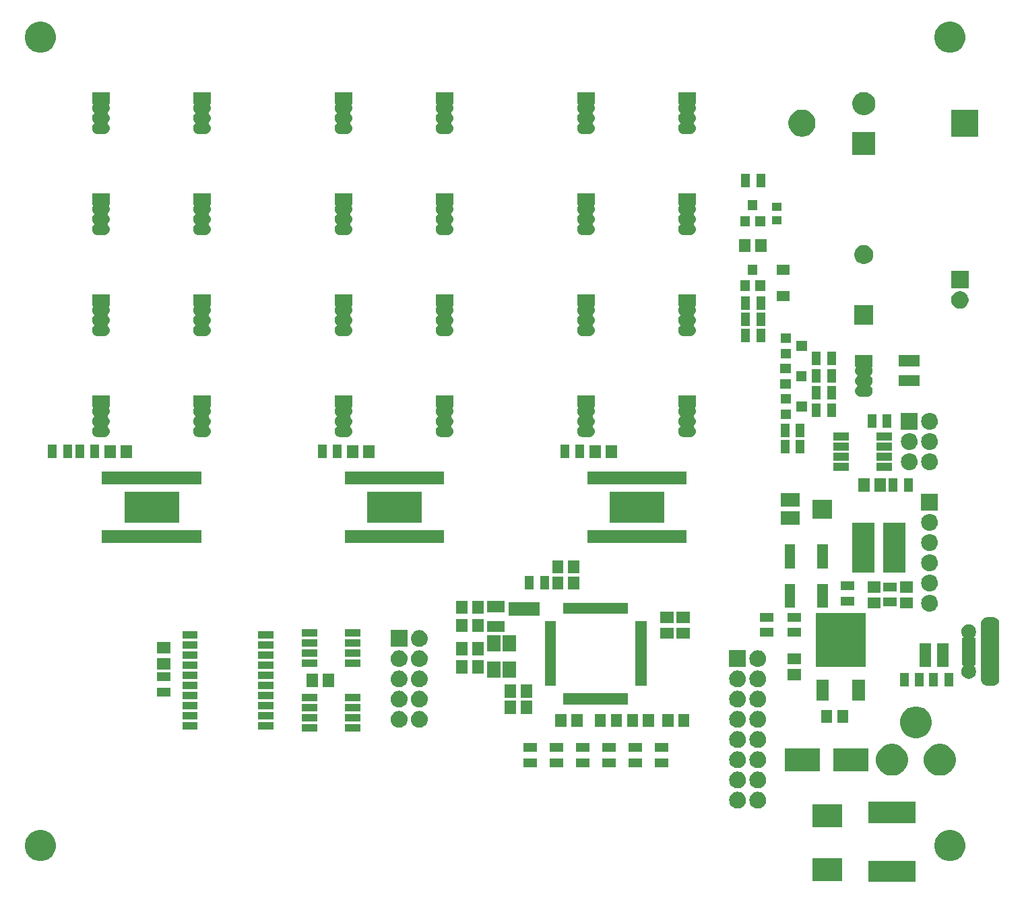
<source format=gbr>
G04 #@! TF.GenerationSoftware,KiCad,Pcbnew,(5.0.1-3-g963ef8bb5)*
G04 #@! TF.CreationDate,2019-01-02T19:54:35-06:00*
G04 #@! TF.ProjectId,kbxBinaryClock.v4,6B627842696E617279436C6F636B2E76,rev?*
G04 #@! TF.SameCoordinates,Original*
G04 #@! TF.FileFunction,Soldermask,Top*
G04 #@! TF.FilePolarity,Negative*
%FSLAX46Y46*%
G04 Gerber Fmt 4.6, Leading zero omitted, Abs format (unit mm)*
G04 Created by KiCad (PCBNEW (5.0.1-3-g963ef8bb5)) date Wednesday, January 02, 2019 at 07:54:35 PM*
%MOMM*%
%LPD*%
G01*
G04 APERTURE LIST*
%ADD10C,0.100000*%
G04 APERTURE END LIST*
D10*
G36*
X210366000Y-145554000D02*
X204366000Y-145554000D01*
X204366000Y-142854000D01*
X210366000Y-142854000D01*
X210366000Y-145554000D01*
X210366000Y-145554000D01*
G37*
G36*
X201113000Y-145468000D02*
X197413000Y-145468000D01*
X197413000Y-142568000D01*
X201113000Y-142568000D01*
X201113000Y-145468000D01*
X201113000Y-145468000D01*
G37*
G36*
X215198793Y-139094937D02*
X215553670Y-139241932D01*
X215873055Y-139455338D01*
X216144662Y-139726945D01*
X216358068Y-140046330D01*
X216505063Y-140401207D01*
X216580000Y-140777940D01*
X216580000Y-141162060D01*
X216505063Y-141538793D01*
X216358068Y-141893670D01*
X216144662Y-142213055D01*
X215873055Y-142484662D01*
X215553670Y-142698068D01*
X215198793Y-142845063D01*
X214822060Y-142920000D01*
X214437940Y-142920000D01*
X214061207Y-142845063D01*
X213706330Y-142698068D01*
X213386945Y-142484662D01*
X213115338Y-142213055D01*
X212901932Y-141893670D01*
X212754937Y-141538793D01*
X212680000Y-141162060D01*
X212680000Y-140777940D01*
X212754937Y-140401207D01*
X212901932Y-140046330D01*
X213115338Y-139726945D01*
X213386945Y-139455338D01*
X213706330Y-139241932D01*
X214061207Y-139094937D01*
X214437940Y-139020000D01*
X214822060Y-139020000D01*
X215198793Y-139094937D01*
X215198793Y-139094937D01*
G37*
G36*
X100898793Y-139094937D02*
X101253670Y-139241932D01*
X101573055Y-139455338D01*
X101844662Y-139726945D01*
X102058068Y-140046330D01*
X102205063Y-140401207D01*
X102280000Y-140777940D01*
X102280000Y-141162060D01*
X102205063Y-141538793D01*
X102058068Y-141893670D01*
X101844662Y-142213055D01*
X101573055Y-142484662D01*
X101253670Y-142698068D01*
X100898793Y-142845063D01*
X100522060Y-142920000D01*
X100137940Y-142920000D01*
X99761207Y-142845063D01*
X99406330Y-142698068D01*
X99086945Y-142484662D01*
X98815338Y-142213055D01*
X98601932Y-141893670D01*
X98454937Y-141538793D01*
X98380000Y-141162060D01*
X98380000Y-140777940D01*
X98454937Y-140401207D01*
X98601932Y-140046330D01*
X98815338Y-139726945D01*
X99086945Y-139455338D01*
X99406330Y-139241932D01*
X99761207Y-139094937D01*
X100137940Y-139020000D01*
X100522060Y-139020000D01*
X100898793Y-139094937D01*
X100898793Y-139094937D01*
G37*
G36*
X201113000Y-138668000D02*
X197413000Y-138668000D01*
X197413000Y-135768000D01*
X201113000Y-135768000D01*
X201113000Y-138668000D01*
X201113000Y-138668000D01*
G37*
G36*
X210366000Y-138154000D02*
X204366000Y-138154000D01*
X204366000Y-135454000D01*
X210366000Y-135454000D01*
X210366000Y-138154000D01*
X210366000Y-138154000D01*
G37*
G36*
X188088707Y-134212597D02*
X188165836Y-134220193D01*
X188297787Y-134260220D01*
X188363763Y-134280233D01*
X188546172Y-134377733D01*
X188706054Y-134508946D01*
X188837267Y-134668828D01*
X188934767Y-134851237D01*
X188934767Y-134851238D01*
X188994807Y-135049164D01*
X189015080Y-135255000D01*
X188994807Y-135460836D01*
X188954780Y-135592787D01*
X188934767Y-135658763D01*
X188837267Y-135841172D01*
X188706054Y-136001054D01*
X188546172Y-136132267D01*
X188363763Y-136229767D01*
X188297787Y-136249780D01*
X188165836Y-136289807D01*
X188088707Y-136297403D01*
X188011580Y-136305000D01*
X187908420Y-136305000D01*
X187831293Y-136297403D01*
X187754164Y-136289807D01*
X187622213Y-136249780D01*
X187556237Y-136229767D01*
X187373828Y-136132267D01*
X187213946Y-136001054D01*
X187082733Y-135841172D01*
X186985233Y-135658763D01*
X186965220Y-135592787D01*
X186925193Y-135460836D01*
X186904920Y-135255000D01*
X186925193Y-135049164D01*
X186985233Y-134851238D01*
X186985233Y-134851237D01*
X187082733Y-134668828D01*
X187213946Y-134508946D01*
X187373828Y-134377733D01*
X187556237Y-134280233D01*
X187622213Y-134260220D01*
X187754164Y-134220193D01*
X187831293Y-134212597D01*
X187908420Y-134205000D01*
X188011580Y-134205000D01*
X188088707Y-134212597D01*
X188088707Y-134212597D01*
G37*
G36*
X190628707Y-134212597D02*
X190705836Y-134220193D01*
X190837787Y-134260220D01*
X190903763Y-134280233D01*
X191086172Y-134377733D01*
X191246054Y-134508946D01*
X191377267Y-134668828D01*
X191474767Y-134851237D01*
X191474767Y-134851238D01*
X191534807Y-135049164D01*
X191555080Y-135255000D01*
X191534807Y-135460836D01*
X191494780Y-135592787D01*
X191474767Y-135658763D01*
X191377267Y-135841172D01*
X191246054Y-136001054D01*
X191086172Y-136132267D01*
X190903763Y-136229767D01*
X190837787Y-136249780D01*
X190705836Y-136289807D01*
X190628707Y-136297403D01*
X190551580Y-136305000D01*
X190448420Y-136305000D01*
X190371293Y-136297403D01*
X190294164Y-136289807D01*
X190162213Y-136249780D01*
X190096237Y-136229767D01*
X189913828Y-136132267D01*
X189753946Y-136001054D01*
X189622733Y-135841172D01*
X189525233Y-135658763D01*
X189505220Y-135592787D01*
X189465193Y-135460836D01*
X189444920Y-135255000D01*
X189465193Y-135049164D01*
X189525233Y-134851238D01*
X189525233Y-134851237D01*
X189622733Y-134668828D01*
X189753946Y-134508946D01*
X189913828Y-134377733D01*
X190096237Y-134280233D01*
X190162213Y-134260220D01*
X190294164Y-134220193D01*
X190371293Y-134212597D01*
X190448420Y-134205000D01*
X190551580Y-134205000D01*
X190628707Y-134212597D01*
X190628707Y-134212597D01*
G37*
G36*
X190628707Y-131672596D02*
X190705836Y-131680193D01*
X190837787Y-131720220D01*
X190903763Y-131740233D01*
X191086172Y-131837733D01*
X191246054Y-131968946D01*
X191377267Y-132128828D01*
X191474767Y-132311237D01*
X191474767Y-132311238D01*
X191534807Y-132509164D01*
X191555080Y-132715000D01*
X191534807Y-132920836D01*
X191494780Y-133052787D01*
X191474767Y-133118763D01*
X191377267Y-133301172D01*
X191246054Y-133461054D01*
X191086172Y-133592267D01*
X190903763Y-133689767D01*
X190837787Y-133709780D01*
X190705836Y-133749807D01*
X190628707Y-133757403D01*
X190551580Y-133765000D01*
X190448420Y-133765000D01*
X190371293Y-133757403D01*
X190294164Y-133749807D01*
X190162213Y-133709780D01*
X190096237Y-133689767D01*
X189913828Y-133592267D01*
X189753946Y-133461054D01*
X189622733Y-133301172D01*
X189525233Y-133118763D01*
X189505220Y-133052787D01*
X189465193Y-132920836D01*
X189444920Y-132715000D01*
X189465193Y-132509164D01*
X189525233Y-132311238D01*
X189525233Y-132311237D01*
X189622733Y-132128828D01*
X189753946Y-131968946D01*
X189913828Y-131837733D01*
X190096237Y-131740233D01*
X190162213Y-131720220D01*
X190294164Y-131680193D01*
X190371293Y-131672596D01*
X190448420Y-131665000D01*
X190551580Y-131665000D01*
X190628707Y-131672596D01*
X190628707Y-131672596D01*
G37*
G36*
X188088707Y-131672596D02*
X188165836Y-131680193D01*
X188297787Y-131720220D01*
X188363763Y-131740233D01*
X188546172Y-131837733D01*
X188706054Y-131968946D01*
X188837267Y-132128828D01*
X188934767Y-132311237D01*
X188934767Y-132311238D01*
X188994807Y-132509164D01*
X189015080Y-132715000D01*
X188994807Y-132920836D01*
X188954780Y-133052787D01*
X188934767Y-133118763D01*
X188837267Y-133301172D01*
X188706054Y-133461054D01*
X188546172Y-133592267D01*
X188363763Y-133689767D01*
X188297787Y-133709780D01*
X188165836Y-133749807D01*
X188088707Y-133757403D01*
X188011580Y-133765000D01*
X187908420Y-133765000D01*
X187831293Y-133757403D01*
X187754164Y-133749807D01*
X187622213Y-133709780D01*
X187556237Y-133689767D01*
X187373828Y-133592267D01*
X187213946Y-133461054D01*
X187082733Y-133301172D01*
X186985233Y-133118763D01*
X186965220Y-133052787D01*
X186925193Y-132920836D01*
X186904920Y-132715000D01*
X186925193Y-132509164D01*
X186985233Y-132311238D01*
X186985233Y-132311237D01*
X187082733Y-132128828D01*
X187213946Y-131968946D01*
X187373828Y-131837733D01*
X187556237Y-131740233D01*
X187622213Y-131720220D01*
X187754164Y-131680193D01*
X187831293Y-131672596D01*
X187908420Y-131665000D01*
X188011580Y-131665000D01*
X188088707Y-131672596D01*
X188088707Y-131672596D01*
G37*
G36*
X207949378Y-128257859D02*
X208313354Y-128408622D01*
X208640929Y-128627501D01*
X208919499Y-128906071D01*
X209138378Y-129233646D01*
X209289141Y-129597622D01*
X209366000Y-129984016D01*
X209366000Y-130377984D01*
X209289141Y-130764378D01*
X209138378Y-131128354D01*
X208919499Y-131455929D01*
X208640929Y-131734499D01*
X208313354Y-131953378D01*
X207949378Y-132104141D01*
X207562984Y-132181000D01*
X207169016Y-132181000D01*
X206782622Y-132104141D01*
X206418646Y-131953378D01*
X206091071Y-131734499D01*
X205812501Y-131455929D01*
X205593622Y-131128354D01*
X205442859Y-130764378D01*
X205366000Y-130377984D01*
X205366000Y-129984016D01*
X205442859Y-129597622D01*
X205593622Y-129233646D01*
X205812501Y-128906071D01*
X206091071Y-128627501D01*
X206418646Y-128408622D01*
X206782622Y-128257859D01*
X207169016Y-128181000D01*
X207562984Y-128181000D01*
X207949378Y-128257859D01*
X207949378Y-128257859D01*
G37*
G36*
X213949378Y-128257859D02*
X214313354Y-128408622D01*
X214640929Y-128627501D01*
X214919499Y-128906071D01*
X215138378Y-129233646D01*
X215289141Y-129597622D01*
X215366000Y-129984016D01*
X215366000Y-130377984D01*
X215289141Y-130764378D01*
X215138378Y-131128354D01*
X214919499Y-131455929D01*
X214640929Y-131734499D01*
X214313354Y-131953378D01*
X213949378Y-132104141D01*
X213562984Y-132181000D01*
X213169016Y-132181000D01*
X212782622Y-132104141D01*
X212418646Y-131953378D01*
X212091071Y-131734499D01*
X211812501Y-131455929D01*
X211593622Y-131128354D01*
X211442859Y-130764378D01*
X211366000Y-130377984D01*
X211366000Y-129984016D01*
X211442859Y-129597622D01*
X211593622Y-129233646D01*
X211812501Y-128906071D01*
X212091071Y-128627501D01*
X212418646Y-128408622D01*
X212782622Y-128257859D01*
X213169016Y-128181000D01*
X213562984Y-128181000D01*
X213949378Y-128257859D01*
X213949378Y-128257859D01*
G37*
G36*
X198284000Y-131625000D02*
X193884000Y-131625000D01*
X193884000Y-128725000D01*
X198284000Y-128725000D01*
X198284000Y-131625000D01*
X198284000Y-131625000D01*
G37*
G36*
X204384000Y-131625000D02*
X199984000Y-131625000D01*
X199984000Y-128725000D01*
X204384000Y-128725000D01*
X204384000Y-131625000D01*
X204384000Y-131625000D01*
G37*
G36*
X190628707Y-129132597D02*
X190705836Y-129140193D01*
X190837787Y-129180220D01*
X190903763Y-129200233D01*
X191086172Y-129297733D01*
X191246054Y-129428946D01*
X191377267Y-129588828D01*
X191474767Y-129771237D01*
X191474767Y-129771238D01*
X191534807Y-129969164D01*
X191555080Y-130175000D01*
X191534807Y-130380836D01*
X191494780Y-130512787D01*
X191474767Y-130578763D01*
X191377267Y-130761172D01*
X191246054Y-130921054D01*
X191086172Y-131052267D01*
X190903763Y-131149767D01*
X190837787Y-131169780D01*
X190705836Y-131209807D01*
X190628707Y-131217404D01*
X190551580Y-131225000D01*
X190448420Y-131225000D01*
X190371293Y-131217404D01*
X190294164Y-131209807D01*
X190162213Y-131169780D01*
X190096237Y-131149767D01*
X189913828Y-131052267D01*
X189753946Y-130921054D01*
X189622733Y-130761172D01*
X189525233Y-130578763D01*
X189505220Y-130512787D01*
X189465193Y-130380836D01*
X189444920Y-130175000D01*
X189465193Y-129969164D01*
X189525233Y-129771238D01*
X189525233Y-129771237D01*
X189622733Y-129588828D01*
X189753946Y-129428946D01*
X189913828Y-129297733D01*
X190096237Y-129200233D01*
X190162213Y-129180220D01*
X190294164Y-129140193D01*
X190371293Y-129132597D01*
X190448420Y-129125000D01*
X190551580Y-129125000D01*
X190628707Y-129132597D01*
X190628707Y-129132597D01*
G37*
G36*
X188088707Y-129132597D02*
X188165836Y-129140193D01*
X188297787Y-129180220D01*
X188363763Y-129200233D01*
X188546172Y-129297733D01*
X188706054Y-129428946D01*
X188837267Y-129588828D01*
X188934767Y-129771237D01*
X188934767Y-129771238D01*
X188994807Y-129969164D01*
X189015080Y-130175000D01*
X188994807Y-130380836D01*
X188954780Y-130512787D01*
X188934767Y-130578763D01*
X188837267Y-130761172D01*
X188706054Y-130921054D01*
X188546172Y-131052267D01*
X188363763Y-131149767D01*
X188297787Y-131169780D01*
X188165836Y-131209807D01*
X188088707Y-131217404D01*
X188011580Y-131225000D01*
X187908420Y-131225000D01*
X187831293Y-131217404D01*
X187754164Y-131209807D01*
X187622213Y-131169780D01*
X187556237Y-131149767D01*
X187373828Y-131052267D01*
X187213946Y-130921054D01*
X187082733Y-130761172D01*
X186985233Y-130578763D01*
X186965220Y-130512787D01*
X186925193Y-130380836D01*
X186904920Y-130175000D01*
X186925193Y-129969164D01*
X186985233Y-129771238D01*
X186985233Y-129771237D01*
X187082733Y-129588828D01*
X187213946Y-129428946D01*
X187373828Y-129297733D01*
X187556237Y-129200233D01*
X187622213Y-129180220D01*
X187754164Y-129140193D01*
X187831293Y-129132597D01*
X187908420Y-129125000D01*
X188011580Y-129125000D01*
X188088707Y-129132597D01*
X188088707Y-129132597D01*
G37*
G36*
X175983000Y-131101000D02*
X174283000Y-131101000D01*
X174283000Y-130001000D01*
X175983000Y-130001000D01*
X175983000Y-131101000D01*
X175983000Y-131101000D01*
G37*
G36*
X179285000Y-131101000D02*
X177585000Y-131101000D01*
X177585000Y-130001000D01*
X179285000Y-130001000D01*
X179285000Y-131101000D01*
X179285000Y-131101000D01*
G37*
G36*
X172681000Y-131101000D02*
X170981000Y-131101000D01*
X170981000Y-130001000D01*
X172681000Y-130001000D01*
X172681000Y-131101000D01*
X172681000Y-131101000D01*
G37*
G36*
X169379000Y-131101000D02*
X167679000Y-131101000D01*
X167679000Y-130001000D01*
X169379000Y-130001000D01*
X169379000Y-131101000D01*
X169379000Y-131101000D01*
G37*
G36*
X162775000Y-131101000D02*
X161075000Y-131101000D01*
X161075000Y-130001000D01*
X162775000Y-130001000D01*
X162775000Y-131101000D01*
X162775000Y-131101000D01*
G37*
G36*
X166077000Y-131101000D02*
X164377000Y-131101000D01*
X164377000Y-130001000D01*
X166077000Y-130001000D01*
X166077000Y-131101000D01*
X166077000Y-131101000D01*
G37*
G36*
X169379000Y-129201000D02*
X167679000Y-129201000D01*
X167679000Y-128101000D01*
X169379000Y-128101000D01*
X169379000Y-129201000D01*
X169379000Y-129201000D01*
G37*
G36*
X175983000Y-129201000D02*
X174283000Y-129201000D01*
X174283000Y-128101000D01*
X175983000Y-128101000D01*
X175983000Y-129201000D01*
X175983000Y-129201000D01*
G37*
G36*
X179285000Y-129201000D02*
X177585000Y-129201000D01*
X177585000Y-128101000D01*
X179285000Y-128101000D01*
X179285000Y-129201000D01*
X179285000Y-129201000D01*
G37*
G36*
X172681000Y-129201000D02*
X170981000Y-129201000D01*
X170981000Y-128101000D01*
X172681000Y-128101000D01*
X172681000Y-129201000D01*
X172681000Y-129201000D01*
G37*
G36*
X166077000Y-129201000D02*
X164377000Y-129201000D01*
X164377000Y-128101000D01*
X166077000Y-128101000D01*
X166077000Y-129201000D01*
X166077000Y-129201000D01*
G37*
G36*
X162775000Y-129201000D02*
X161075000Y-129201000D01*
X161075000Y-128101000D01*
X162775000Y-128101000D01*
X162775000Y-129201000D01*
X162775000Y-129201000D01*
G37*
G36*
X188088707Y-126592597D02*
X188165836Y-126600193D01*
X188297787Y-126640220D01*
X188363763Y-126660233D01*
X188546172Y-126757733D01*
X188706054Y-126888946D01*
X188837267Y-127048828D01*
X188934767Y-127231237D01*
X188934767Y-127231238D01*
X188994807Y-127429164D01*
X189015080Y-127635000D01*
X188994807Y-127840836D01*
X188954780Y-127972787D01*
X188934767Y-128038763D01*
X188837267Y-128221172D01*
X188706054Y-128381054D01*
X188546172Y-128512267D01*
X188363763Y-128609767D01*
X188305307Y-128627499D01*
X188165836Y-128669807D01*
X188088707Y-128677403D01*
X188011580Y-128685000D01*
X187908420Y-128685000D01*
X187831293Y-128677403D01*
X187754164Y-128669807D01*
X187614693Y-128627499D01*
X187556237Y-128609767D01*
X187373828Y-128512267D01*
X187213946Y-128381054D01*
X187082733Y-128221172D01*
X186985233Y-128038763D01*
X186965220Y-127972787D01*
X186925193Y-127840836D01*
X186904920Y-127635000D01*
X186925193Y-127429164D01*
X186985233Y-127231238D01*
X186985233Y-127231237D01*
X187082733Y-127048828D01*
X187213946Y-126888946D01*
X187373828Y-126757733D01*
X187556237Y-126660233D01*
X187622213Y-126640220D01*
X187754164Y-126600193D01*
X187831293Y-126592597D01*
X187908420Y-126585000D01*
X188011580Y-126585000D01*
X188088707Y-126592597D01*
X188088707Y-126592597D01*
G37*
G36*
X190628707Y-126592597D02*
X190705836Y-126600193D01*
X190837787Y-126640220D01*
X190903763Y-126660233D01*
X191086172Y-126757733D01*
X191246054Y-126888946D01*
X191377267Y-127048828D01*
X191474767Y-127231237D01*
X191474767Y-127231238D01*
X191534807Y-127429164D01*
X191555080Y-127635000D01*
X191534807Y-127840836D01*
X191494780Y-127972787D01*
X191474767Y-128038763D01*
X191377267Y-128221172D01*
X191246054Y-128381054D01*
X191086172Y-128512267D01*
X190903763Y-128609767D01*
X190845307Y-128627499D01*
X190705836Y-128669807D01*
X190628707Y-128677403D01*
X190551580Y-128685000D01*
X190448420Y-128685000D01*
X190371293Y-128677403D01*
X190294164Y-128669807D01*
X190154693Y-128627499D01*
X190096237Y-128609767D01*
X189913828Y-128512267D01*
X189753946Y-128381054D01*
X189622733Y-128221172D01*
X189525233Y-128038763D01*
X189505220Y-127972787D01*
X189465193Y-127840836D01*
X189444920Y-127635000D01*
X189465193Y-127429164D01*
X189525233Y-127231238D01*
X189525233Y-127231237D01*
X189622733Y-127048828D01*
X189753946Y-126888946D01*
X189913828Y-126757733D01*
X190096237Y-126660233D01*
X190162213Y-126640220D01*
X190294164Y-126600193D01*
X190371293Y-126592597D01*
X190448420Y-126585000D01*
X190551580Y-126585000D01*
X190628707Y-126592597D01*
X190628707Y-126592597D01*
G37*
G36*
X210949378Y-123557859D02*
X211313354Y-123708622D01*
X211640929Y-123927501D01*
X211919499Y-124206071D01*
X212138378Y-124533646D01*
X212289141Y-124897622D01*
X212366000Y-125284016D01*
X212366000Y-125677984D01*
X212289141Y-126064378D01*
X212138378Y-126428354D01*
X211919499Y-126755929D01*
X211640929Y-127034499D01*
X211313354Y-127253378D01*
X210949378Y-127404141D01*
X210562984Y-127481000D01*
X210169016Y-127481000D01*
X209782622Y-127404141D01*
X209418646Y-127253378D01*
X209091071Y-127034499D01*
X208812501Y-126755929D01*
X208593622Y-126428354D01*
X208442859Y-126064378D01*
X208366000Y-125677984D01*
X208366000Y-125284016D01*
X208442859Y-124897622D01*
X208593622Y-124533646D01*
X208812501Y-124206071D01*
X209091071Y-123927501D01*
X209418646Y-123708622D01*
X209782622Y-123557859D01*
X210169016Y-123481000D01*
X210562984Y-123481000D01*
X210949378Y-123557859D01*
X210949378Y-123557859D01*
G37*
G36*
X140548000Y-126675000D02*
X138598000Y-126675000D01*
X138598000Y-125675000D01*
X140548000Y-125675000D01*
X140548000Y-126675000D01*
X140548000Y-126675000D01*
G37*
G36*
X135148000Y-126675000D02*
X133198000Y-126675000D01*
X133198000Y-125675000D01*
X135148000Y-125675000D01*
X135148000Y-126675000D01*
X135148000Y-126675000D01*
G37*
G36*
X129601000Y-126421000D02*
X127701000Y-126421000D01*
X127701000Y-125421000D01*
X129601000Y-125421000D01*
X129601000Y-126421000D01*
X129601000Y-126421000D01*
G37*
G36*
X120101000Y-126421000D02*
X118201000Y-126421000D01*
X118201000Y-125421000D01*
X120101000Y-125421000D01*
X120101000Y-126421000D01*
X120101000Y-126421000D01*
G37*
G36*
X148083707Y-124052597D02*
X148160836Y-124060193D01*
X148292787Y-124100220D01*
X148358763Y-124120233D01*
X148541172Y-124217733D01*
X148701054Y-124348946D01*
X148832267Y-124508828D01*
X148929767Y-124691237D01*
X148929767Y-124691238D01*
X148989807Y-124889164D01*
X149010080Y-125095000D01*
X148989807Y-125300836D01*
X148958209Y-125405000D01*
X148929767Y-125498763D01*
X148832267Y-125681172D01*
X148701054Y-125841054D01*
X148541172Y-125972267D01*
X148358763Y-126069767D01*
X148292787Y-126089780D01*
X148160836Y-126129807D01*
X148083707Y-126137403D01*
X148006580Y-126145000D01*
X147903420Y-126145000D01*
X147826293Y-126137403D01*
X147749164Y-126129807D01*
X147617213Y-126089780D01*
X147551237Y-126069767D01*
X147368828Y-125972267D01*
X147208946Y-125841054D01*
X147077733Y-125681172D01*
X146980233Y-125498763D01*
X146951791Y-125405000D01*
X146920193Y-125300836D01*
X146899920Y-125095000D01*
X146920193Y-124889164D01*
X146980233Y-124691238D01*
X146980233Y-124691237D01*
X147077733Y-124508828D01*
X147208946Y-124348946D01*
X147368828Y-124217733D01*
X147551237Y-124120233D01*
X147617213Y-124100220D01*
X147749164Y-124060193D01*
X147826293Y-124052597D01*
X147903420Y-124045000D01*
X148006580Y-124045000D01*
X148083707Y-124052597D01*
X148083707Y-124052597D01*
G37*
G36*
X145543707Y-124052597D02*
X145620836Y-124060193D01*
X145752787Y-124100220D01*
X145818763Y-124120233D01*
X146001172Y-124217733D01*
X146161054Y-124348946D01*
X146292267Y-124508828D01*
X146389767Y-124691237D01*
X146389767Y-124691238D01*
X146449807Y-124889164D01*
X146470080Y-125095000D01*
X146449807Y-125300836D01*
X146418209Y-125405000D01*
X146389767Y-125498763D01*
X146292267Y-125681172D01*
X146161054Y-125841054D01*
X146001172Y-125972267D01*
X145818763Y-126069767D01*
X145752787Y-126089780D01*
X145620836Y-126129807D01*
X145543707Y-126137403D01*
X145466580Y-126145000D01*
X145363420Y-126145000D01*
X145286293Y-126137403D01*
X145209164Y-126129807D01*
X145077213Y-126089780D01*
X145011237Y-126069767D01*
X144828828Y-125972267D01*
X144668946Y-125841054D01*
X144537733Y-125681172D01*
X144440233Y-125498763D01*
X144411791Y-125405000D01*
X144380193Y-125300836D01*
X144359920Y-125095000D01*
X144380193Y-124889164D01*
X144440233Y-124691238D01*
X144440233Y-124691237D01*
X144537733Y-124508828D01*
X144668946Y-124348946D01*
X144828828Y-124217733D01*
X145011237Y-124120233D01*
X145077213Y-124100220D01*
X145209164Y-124060193D01*
X145286293Y-124052597D01*
X145363420Y-124045000D01*
X145466580Y-124045000D01*
X145543707Y-124052597D01*
X145543707Y-124052597D01*
G37*
G36*
X190628707Y-124052597D02*
X190705836Y-124060193D01*
X190837787Y-124100220D01*
X190903763Y-124120233D01*
X191086172Y-124217733D01*
X191246054Y-124348946D01*
X191377267Y-124508828D01*
X191474767Y-124691237D01*
X191474767Y-124691238D01*
X191534807Y-124889164D01*
X191555080Y-125095000D01*
X191534807Y-125300836D01*
X191503209Y-125405000D01*
X191474767Y-125498763D01*
X191377267Y-125681172D01*
X191246054Y-125841054D01*
X191086172Y-125972267D01*
X190903763Y-126069767D01*
X190837787Y-126089780D01*
X190705836Y-126129807D01*
X190628707Y-126137403D01*
X190551580Y-126145000D01*
X190448420Y-126145000D01*
X190371293Y-126137403D01*
X190294164Y-126129807D01*
X190162213Y-126089780D01*
X190096237Y-126069767D01*
X189913828Y-125972267D01*
X189753946Y-125841054D01*
X189622733Y-125681172D01*
X189525233Y-125498763D01*
X189496791Y-125405000D01*
X189465193Y-125300836D01*
X189444920Y-125095000D01*
X189465193Y-124889164D01*
X189525233Y-124691238D01*
X189525233Y-124691237D01*
X189622733Y-124508828D01*
X189753946Y-124348946D01*
X189913828Y-124217733D01*
X190096237Y-124120233D01*
X190162213Y-124100220D01*
X190294164Y-124060193D01*
X190371293Y-124052597D01*
X190448420Y-124045000D01*
X190551580Y-124045000D01*
X190628707Y-124052597D01*
X190628707Y-124052597D01*
G37*
G36*
X188088707Y-124052597D02*
X188165836Y-124060193D01*
X188297787Y-124100220D01*
X188363763Y-124120233D01*
X188546172Y-124217733D01*
X188706054Y-124348946D01*
X188837267Y-124508828D01*
X188934767Y-124691237D01*
X188934767Y-124691238D01*
X188994807Y-124889164D01*
X189015080Y-125095000D01*
X188994807Y-125300836D01*
X188963209Y-125405000D01*
X188934767Y-125498763D01*
X188837267Y-125681172D01*
X188706054Y-125841054D01*
X188546172Y-125972267D01*
X188363763Y-126069767D01*
X188297787Y-126089780D01*
X188165836Y-126129807D01*
X188088707Y-126137403D01*
X188011580Y-126145000D01*
X187908420Y-126145000D01*
X187831293Y-126137403D01*
X187754164Y-126129807D01*
X187622213Y-126089780D01*
X187556237Y-126069767D01*
X187373828Y-125972267D01*
X187213946Y-125841054D01*
X187082733Y-125681172D01*
X186985233Y-125498763D01*
X186956791Y-125405000D01*
X186925193Y-125300836D01*
X186904920Y-125095000D01*
X186925193Y-124889164D01*
X186985233Y-124691238D01*
X186985233Y-124691237D01*
X187082733Y-124508828D01*
X187213946Y-124348946D01*
X187373828Y-124217733D01*
X187556237Y-124120233D01*
X187622213Y-124100220D01*
X187754164Y-124060193D01*
X187831293Y-124052597D01*
X187908420Y-124045000D01*
X188011580Y-124045000D01*
X188088707Y-124052597D01*
X188088707Y-124052597D01*
G37*
G36*
X181897000Y-126047000D02*
X180497000Y-126047000D01*
X180497000Y-124397000D01*
X181897000Y-124397000D01*
X181897000Y-126047000D01*
X181897000Y-126047000D01*
G37*
G36*
X179897000Y-126047000D02*
X178497000Y-126047000D01*
X178497000Y-124397000D01*
X179897000Y-124397000D01*
X179897000Y-126047000D01*
X179897000Y-126047000D01*
G37*
G36*
X166467000Y-126047000D02*
X165067000Y-126047000D01*
X165067000Y-124397000D01*
X166467000Y-124397000D01*
X166467000Y-126047000D01*
X166467000Y-126047000D01*
G37*
G36*
X168467000Y-126047000D02*
X167067000Y-126047000D01*
X167067000Y-124397000D01*
X168467000Y-124397000D01*
X168467000Y-126047000D01*
X168467000Y-126047000D01*
G37*
G36*
X175452000Y-126047000D02*
X174052000Y-126047000D01*
X174052000Y-124397000D01*
X175452000Y-124397000D01*
X175452000Y-126047000D01*
X175452000Y-126047000D01*
G37*
G36*
X177452000Y-126047000D02*
X176052000Y-126047000D01*
X176052000Y-124397000D01*
X177452000Y-124397000D01*
X177452000Y-126047000D01*
X177452000Y-126047000D01*
G37*
G36*
X173420000Y-126047000D02*
X172020000Y-126047000D01*
X172020000Y-124397000D01*
X173420000Y-124397000D01*
X173420000Y-126047000D01*
X173420000Y-126047000D01*
G37*
G36*
X171420000Y-126047000D02*
X170020000Y-126047000D01*
X170020000Y-124397000D01*
X171420000Y-124397000D01*
X171420000Y-126047000D01*
X171420000Y-126047000D01*
G37*
G36*
X201868000Y-125539000D02*
X200468000Y-125539000D01*
X200468000Y-123889000D01*
X201868000Y-123889000D01*
X201868000Y-125539000D01*
X201868000Y-125539000D01*
G37*
G36*
X199868000Y-125539000D02*
X198468000Y-125539000D01*
X198468000Y-123889000D01*
X199868000Y-123889000D01*
X199868000Y-125539000D01*
X199868000Y-125539000D01*
G37*
G36*
X135148000Y-125405000D02*
X133198000Y-125405000D01*
X133198000Y-124405000D01*
X135148000Y-124405000D01*
X135148000Y-125405000D01*
X135148000Y-125405000D01*
G37*
G36*
X140548000Y-125405000D02*
X138598000Y-125405000D01*
X138598000Y-124405000D01*
X140548000Y-124405000D01*
X140548000Y-125405000D01*
X140548000Y-125405000D01*
G37*
G36*
X129601000Y-125151000D02*
X127701000Y-125151000D01*
X127701000Y-124151000D01*
X129601000Y-124151000D01*
X129601000Y-125151000D01*
X129601000Y-125151000D01*
G37*
G36*
X120101000Y-125151000D02*
X118201000Y-125151000D01*
X118201000Y-124151000D01*
X120101000Y-124151000D01*
X120101000Y-125151000D01*
X120101000Y-125151000D01*
G37*
G36*
X160117000Y-124396000D02*
X158717000Y-124396000D01*
X158717000Y-122746000D01*
X160117000Y-122746000D01*
X160117000Y-124396000D01*
X160117000Y-124396000D01*
G37*
G36*
X162117000Y-124396000D02*
X160717000Y-124396000D01*
X160717000Y-122746000D01*
X162117000Y-122746000D01*
X162117000Y-124396000D01*
X162117000Y-124396000D01*
G37*
G36*
X140548000Y-124135000D02*
X138598000Y-124135000D01*
X138598000Y-123135000D01*
X140548000Y-123135000D01*
X140548000Y-124135000D01*
X140548000Y-124135000D01*
G37*
G36*
X135148000Y-124135000D02*
X133198000Y-124135000D01*
X133198000Y-123135000D01*
X135148000Y-123135000D01*
X135148000Y-124135000D01*
X135148000Y-124135000D01*
G37*
G36*
X129601000Y-123881000D02*
X127701000Y-123881000D01*
X127701000Y-122881000D01*
X129601000Y-122881000D01*
X129601000Y-123881000D01*
X129601000Y-123881000D01*
G37*
G36*
X120101000Y-123881000D02*
X118201000Y-123881000D01*
X118201000Y-122881000D01*
X120101000Y-122881000D01*
X120101000Y-123881000D01*
X120101000Y-123881000D01*
G37*
G36*
X188088707Y-121512597D02*
X188165836Y-121520193D01*
X188297787Y-121560220D01*
X188363763Y-121580233D01*
X188546172Y-121677733D01*
X188706054Y-121808946D01*
X188837267Y-121968828D01*
X188934767Y-122151237D01*
X188934767Y-122151238D01*
X188994807Y-122349164D01*
X189015080Y-122555000D01*
X188994807Y-122760836D01*
X188963209Y-122865000D01*
X188934767Y-122958763D01*
X188837267Y-123141172D01*
X188706054Y-123301054D01*
X188546172Y-123432267D01*
X188363763Y-123529767D01*
X188297787Y-123549780D01*
X188165836Y-123589807D01*
X188088707Y-123597403D01*
X188011580Y-123605000D01*
X187908420Y-123605000D01*
X187831293Y-123597403D01*
X187754164Y-123589807D01*
X187622213Y-123549780D01*
X187556237Y-123529767D01*
X187373828Y-123432267D01*
X187213946Y-123301054D01*
X187082733Y-123141172D01*
X186985233Y-122958763D01*
X186956791Y-122865000D01*
X186925193Y-122760836D01*
X186904920Y-122555000D01*
X186925193Y-122349164D01*
X186985233Y-122151238D01*
X186985233Y-122151237D01*
X187082733Y-121968828D01*
X187213946Y-121808946D01*
X187373828Y-121677733D01*
X187556237Y-121580233D01*
X187622213Y-121560220D01*
X187754164Y-121520193D01*
X187831293Y-121512597D01*
X187908420Y-121505000D01*
X188011580Y-121505000D01*
X188088707Y-121512597D01*
X188088707Y-121512597D01*
G37*
G36*
X190628707Y-121512597D02*
X190705836Y-121520193D01*
X190837787Y-121560220D01*
X190903763Y-121580233D01*
X191086172Y-121677733D01*
X191246054Y-121808946D01*
X191377267Y-121968828D01*
X191474767Y-122151237D01*
X191474767Y-122151238D01*
X191534807Y-122349164D01*
X191555080Y-122555000D01*
X191534807Y-122760836D01*
X191503209Y-122865000D01*
X191474767Y-122958763D01*
X191377267Y-123141172D01*
X191246054Y-123301054D01*
X191086172Y-123432267D01*
X190903763Y-123529767D01*
X190837787Y-123549780D01*
X190705836Y-123589807D01*
X190628707Y-123597403D01*
X190551580Y-123605000D01*
X190448420Y-123605000D01*
X190371293Y-123597403D01*
X190294164Y-123589807D01*
X190162213Y-123549780D01*
X190096237Y-123529767D01*
X189913828Y-123432267D01*
X189753946Y-123301054D01*
X189622733Y-123141172D01*
X189525233Y-122958763D01*
X189496791Y-122865000D01*
X189465193Y-122760836D01*
X189444920Y-122555000D01*
X189465193Y-122349164D01*
X189525233Y-122151238D01*
X189525233Y-122151237D01*
X189622733Y-121968828D01*
X189753946Y-121808946D01*
X189913828Y-121677733D01*
X190096237Y-121580233D01*
X190162213Y-121560220D01*
X190294164Y-121520193D01*
X190371293Y-121512597D01*
X190448420Y-121505000D01*
X190551580Y-121505000D01*
X190628707Y-121512597D01*
X190628707Y-121512597D01*
G37*
G36*
X148083707Y-121512597D02*
X148160836Y-121520193D01*
X148292787Y-121560220D01*
X148358763Y-121580233D01*
X148541172Y-121677733D01*
X148701054Y-121808946D01*
X148832267Y-121968828D01*
X148929767Y-122151237D01*
X148929767Y-122151238D01*
X148989807Y-122349164D01*
X149010080Y-122555000D01*
X148989807Y-122760836D01*
X148958209Y-122865000D01*
X148929767Y-122958763D01*
X148832267Y-123141172D01*
X148701054Y-123301054D01*
X148541172Y-123432267D01*
X148358763Y-123529767D01*
X148292787Y-123549780D01*
X148160836Y-123589807D01*
X148083707Y-123597403D01*
X148006580Y-123605000D01*
X147903420Y-123605000D01*
X147826293Y-123597403D01*
X147749164Y-123589807D01*
X147617213Y-123549780D01*
X147551237Y-123529767D01*
X147368828Y-123432267D01*
X147208946Y-123301054D01*
X147077733Y-123141172D01*
X146980233Y-122958763D01*
X146951791Y-122865000D01*
X146920193Y-122760836D01*
X146899920Y-122555000D01*
X146920193Y-122349164D01*
X146980233Y-122151238D01*
X146980233Y-122151237D01*
X147077733Y-121968828D01*
X147208946Y-121808946D01*
X147368828Y-121677733D01*
X147551237Y-121580233D01*
X147617213Y-121560220D01*
X147749164Y-121520193D01*
X147826293Y-121512597D01*
X147903420Y-121505000D01*
X148006580Y-121505000D01*
X148083707Y-121512597D01*
X148083707Y-121512597D01*
G37*
G36*
X145543707Y-121512597D02*
X145620836Y-121520193D01*
X145752787Y-121560220D01*
X145818763Y-121580233D01*
X146001172Y-121677733D01*
X146161054Y-121808946D01*
X146292267Y-121968828D01*
X146389767Y-122151237D01*
X146389767Y-122151238D01*
X146449807Y-122349164D01*
X146470080Y-122555000D01*
X146449807Y-122760836D01*
X146418209Y-122865000D01*
X146389767Y-122958763D01*
X146292267Y-123141172D01*
X146161054Y-123301054D01*
X146001172Y-123432267D01*
X145818763Y-123529767D01*
X145752787Y-123549780D01*
X145620836Y-123589807D01*
X145543707Y-123597403D01*
X145466580Y-123605000D01*
X145363420Y-123605000D01*
X145286293Y-123597403D01*
X145209164Y-123589807D01*
X145077213Y-123549780D01*
X145011237Y-123529767D01*
X144828828Y-123432267D01*
X144668946Y-123301054D01*
X144537733Y-123141172D01*
X144440233Y-122958763D01*
X144411791Y-122865000D01*
X144380193Y-122760836D01*
X144359920Y-122555000D01*
X144380193Y-122349164D01*
X144440233Y-122151238D01*
X144440233Y-122151237D01*
X144537733Y-121968828D01*
X144668946Y-121808946D01*
X144828828Y-121677733D01*
X145011237Y-121580233D01*
X145077213Y-121560220D01*
X145209164Y-121520193D01*
X145286293Y-121512597D01*
X145363420Y-121505000D01*
X145466580Y-121505000D01*
X145543707Y-121512597D01*
X145543707Y-121512597D01*
G37*
G36*
X174202000Y-123245000D02*
X166052000Y-123245000D01*
X166052000Y-121845000D01*
X174202000Y-121845000D01*
X174202000Y-123245000D01*
X174202000Y-123245000D01*
G37*
G36*
X135148000Y-122865000D02*
X133198000Y-122865000D01*
X133198000Y-121865000D01*
X135148000Y-121865000D01*
X135148000Y-122865000D01*
X135148000Y-122865000D01*
G37*
G36*
X140548000Y-122865000D02*
X138598000Y-122865000D01*
X138598000Y-121865000D01*
X140548000Y-121865000D01*
X140548000Y-122865000D01*
X140548000Y-122865000D01*
G37*
G36*
X199440000Y-122712000D02*
X197840000Y-122712000D01*
X197840000Y-120112000D01*
X199440000Y-120112000D01*
X199440000Y-122712000D01*
X199440000Y-122712000D01*
G37*
G36*
X204000000Y-122712000D02*
X202400000Y-122712000D01*
X202400000Y-120112000D01*
X204000000Y-120112000D01*
X204000000Y-122712000D01*
X204000000Y-122712000D01*
G37*
G36*
X120101000Y-122611000D02*
X118201000Y-122611000D01*
X118201000Y-121611000D01*
X120101000Y-121611000D01*
X120101000Y-122611000D01*
X120101000Y-122611000D01*
G37*
G36*
X129601000Y-122611000D02*
X127701000Y-122611000D01*
X127701000Y-121611000D01*
X129601000Y-121611000D01*
X129601000Y-122611000D01*
X129601000Y-122611000D01*
G37*
G36*
X162117000Y-122364000D02*
X160717000Y-122364000D01*
X160717000Y-120714000D01*
X162117000Y-120714000D01*
X162117000Y-122364000D01*
X162117000Y-122364000D01*
G37*
G36*
X160117000Y-122364000D02*
X158717000Y-122364000D01*
X158717000Y-120714000D01*
X160117000Y-120714000D01*
X160117000Y-122364000D01*
X160117000Y-122364000D01*
G37*
G36*
X116674000Y-122211000D02*
X114974000Y-122211000D01*
X114974000Y-121111000D01*
X116674000Y-121111000D01*
X116674000Y-122211000D01*
X116674000Y-122211000D01*
G37*
G36*
X120101000Y-121341000D02*
X118201000Y-121341000D01*
X118201000Y-120341000D01*
X120101000Y-120341000D01*
X120101000Y-121341000D01*
X120101000Y-121341000D01*
G37*
G36*
X129601000Y-121341000D02*
X127701000Y-121341000D01*
X127701000Y-120341000D01*
X129601000Y-120341000D01*
X129601000Y-121341000D01*
X129601000Y-121341000D01*
G37*
G36*
X190628707Y-118972596D02*
X190705836Y-118980193D01*
X190837787Y-119020220D01*
X190903763Y-119040233D01*
X191086172Y-119137733D01*
X191246054Y-119268946D01*
X191377267Y-119428828D01*
X191474767Y-119611237D01*
X191489454Y-119659656D01*
X191534807Y-119809164D01*
X191555080Y-120015000D01*
X191534807Y-120220836D01*
X191513503Y-120291066D01*
X191474767Y-120418763D01*
X191377267Y-120601172D01*
X191246054Y-120761054D01*
X191086172Y-120892267D01*
X190903763Y-120989767D01*
X190837787Y-121009780D01*
X190705836Y-121049807D01*
X190628707Y-121057404D01*
X190551580Y-121065000D01*
X190448420Y-121065000D01*
X190371293Y-121057404D01*
X190294164Y-121049807D01*
X190162213Y-121009780D01*
X190096237Y-120989767D01*
X189913828Y-120892267D01*
X189753946Y-120761054D01*
X189622733Y-120601172D01*
X189525233Y-120418763D01*
X189486497Y-120291066D01*
X189465193Y-120220836D01*
X189444920Y-120015000D01*
X189465193Y-119809164D01*
X189510546Y-119659656D01*
X189525233Y-119611237D01*
X189622733Y-119428828D01*
X189753946Y-119268946D01*
X189913828Y-119137733D01*
X190096237Y-119040233D01*
X190162213Y-119020220D01*
X190294164Y-118980193D01*
X190371293Y-118972596D01*
X190448420Y-118965000D01*
X190551580Y-118965000D01*
X190628707Y-118972596D01*
X190628707Y-118972596D01*
G37*
G36*
X145543707Y-118972596D02*
X145620836Y-118980193D01*
X145752787Y-119020220D01*
X145818763Y-119040233D01*
X146001172Y-119137733D01*
X146161054Y-119268946D01*
X146292267Y-119428828D01*
X146389767Y-119611237D01*
X146404454Y-119659656D01*
X146449807Y-119809164D01*
X146470080Y-120015000D01*
X146449807Y-120220836D01*
X146428503Y-120291066D01*
X146389767Y-120418763D01*
X146292267Y-120601172D01*
X146161054Y-120761054D01*
X146001172Y-120892267D01*
X145818763Y-120989767D01*
X145752787Y-121009780D01*
X145620836Y-121049807D01*
X145543707Y-121057404D01*
X145466580Y-121065000D01*
X145363420Y-121065000D01*
X145286293Y-121057404D01*
X145209164Y-121049807D01*
X145077213Y-121009780D01*
X145011237Y-120989767D01*
X144828828Y-120892267D01*
X144668946Y-120761054D01*
X144537733Y-120601172D01*
X144440233Y-120418763D01*
X144401497Y-120291066D01*
X144380193Y-120220836D01*
X144359920Y-120015000D01*
X144380193Y-119809164D01*
X144425546Y-119659656D01*
X144440233Y-119611237D01*
X144537733Y-119428828D01*
X144668946Y-119268946D01*
X144828828Y-119137733D01*
X145011237Y-119040233D01*
X145077213Y-119020220D01*
X145209164Y-118980193D01*
X145286293Y-118972596D01*
X145363420Y-118965000D01*
X145466580Y-118965000D01*
X145543707Y-118972596D01*
X145543707Y-118972596D01*
G37*
G36*
X148083707Y-118972596D02*
X148160836Y-118980193D01*
X148292787Y-119020220D01*
X148358763Y-119040233D01*
X148541172Y-119137733D01*
X148701054Y-119268946D01*
X148832267Y-119428828D01*
X148929767Y-119611237D01*
X148944454Y-119659656D01*
X148989807Y-119809164D01*
X149010080Y-120015000D01*
X148989807Y-120220836D01*
X148968503Y-120291066D01*
X148929767Y-120418763D01*
X148832267Y-120601172D01*
X148701054Y-120761054D01*
X148541172Y-120892267D01*
X148358763Y-120989767D01*
X148292787Y-121009780D01*
X148160836Y-121049807D01*
X148083707Y-121057404D01*
X148006580Y-121065000D01*
X147903420Y-121065000D01*
X147826293Y-121057404D01*
X147749164Y-121049807D01*
X147617213Y-121009780D01*
X147551237Y-120989767D01*
X147368828Y-120892267D01*
X147208946Y-120761054D01*
X147077733Y-120601172D01*
X146980233Y-120418763D01*
X146941497Y-120291066D01*
X146920193Y-120220836D01*
X146899920Y-120015000D01*
X146920193Y-119809164D01*
X146965546Y-119659656D01*
X146980233Y-119611237D01*
X147077733Y-119428828D01*
X147208946Y-119268946D01*
X147368828Y-119137733D01*
X147551237Y-119040233D01*
X147617213Y-119020220D01*
X147749164Y-118980193D01*
X147826293Y-118972596D01*
X147903420Y-118965000D01*
X148006580Y-118965000D01*
X148083707Y-118972596D01*
X148083707Y-118972596D01*
G37*
G36*
X188088707Y-118972596D02*
X188165836Y-118980193D01*
X188297787Y-119020220D01*
X188363763Y-119040233D01*
X188546172Y-119137733D01*
X188706054Y-119268946D01*
X188837267Y-119428828D01*
X188934767Y-119611237D01*
X188949454Y-119659656D01*
X188994807Y-119809164D01*
X189015080Y-120015000D01*
X188994807Y-120220836D01*
X188973503Y-120291066D01*
X188934767Y-120418763D01*
X188837267Y-120601172D01*
X188706054Y-120761054D01*
X188546172Y-120892267D01*
X188363763Y-120989767D01*
X188297787Y-121009780D01*
X188165836Y-121049807D01*
X188088707Y-121057404D01*
X188011580Y-121065000D01*
X187908420Y-121065000D01*
X187831293Y-121057404D01*
X187754164Y-121049807D01*
X187622213Y-121009780D01*
X187556237Y-120989767D01*
X187373828Y-120892267D01*
X187213946Y-120761054D01*
X187082733Y-120601172D01*
X186985233Y-120418763D01*
X186946497Y-120291066D01*
X186925193Y-120220836D01*
X186904920Y-120015000D01*
X186925193Y-119809164D01*
X186970546Y-119659656D01*
X186985233Y-119611237D01*
X187082733Y-119428828D01*
X187213946Y-119268946D01*
X187373828Y-119137733D01*
X187556237Y-119040233D01*
X187622213Y-119020220D01*
X187754164Y-118980193D01*
X187831293Y-118972596D01*
X187908420Y-118965000D01*
X188011580Y-118965000D01*
X188088707Y-118972596D01*
X188088707Y-118972596D01*
G37*
G36*
X135225000Y-121031000D02*
X133825000Y-121031000D01*
X133825000Y-119381000D01*
X135225000Y-119381000D01*
X135225000Y-121031000D01*
X135225000Y-121031000D01*
G37*
G36*
X137225000Y-121031000D02*
X135825000Y-121031000D01*
X135825000Y-119381000D01*
X137225000Y-119381000D01*
X137225000Y-121031000D01*
X137225000Y-121031000D01*
G37*
G36*
X209465000Y-120992000D02*
X208365000Y-120992000D01*
X208365000Y-119292000D01*
X209465000Y-119292000D01*
X209465000Y-120992000D01*
X209465000Y-120992000D01*
G37*
G36*
X211365000Y-120992000D02*
X210265000Y-120992000D01*
X210265000Y-119292000D01*
X211365000Y-119292000D01*
X211365000Y-120992000D01*
X211365000Y-120992000D01*
G37*
G36*
X215053000Y-120992000D02*
X213953000Y-120992000D01*
X213953000Y-119292000D01*
X215053000Y-119292000D01*
X215053000Y-120992000D01*
X215053000Y-120992000D01*
G37*
G36*
X213153000Y-120992000D02*
X212053000Y-120992000D01*
X212053000Y-119292000D01*
X213153000Y-119292000D01*
X213153000Y-120992000D01*
X213153000Y-120992000D01*
G37*
G36*
X176527000Y-120920000D02*
X175127000Y-120920000D01*
X175127000Y-112770000D01*
X176527000Y-112770000D01*
X176527000Y-120920000D01*
X176527000Y-120920000D01*
G37*
G36*
X165127000Y-120920000D02*
X163727000Y-120920000D01*
X163727000Y-112770000D01*
X165127000Y-112770000D01*
X165127000Y-120920000D01*
X165127000Y-120920000D01*
G37*
G36*
X220177649Y-112277717D02*
X220216827Y-112281576D01*
X220292227Y-112304448D01*
X220367629Y-112327321D01*
X220506608Y-112401608D01*
X220628422Y-112501578D01*
X220728392Y-112623392D01*
X220802679Y-112762371D01*
X220808416Y-112781285D01*
X220817793Y-112803924D01*
X220831407Y-112824299D01*
X220848734Y-112841626D01*
X220860000Y-112849154D01*
X220860000Y-113024565D01*
X220860602Y-113036817D01*
X220863870Y-113070000D01*
X220860602Y-113103183D01*
X220860000Y-113115435D01*
X220860000Y-120024565D01*
X220860602Y-120036817D01*
X220863870Y-120070000D01*
X220860602Y-120103183D01*
X220860000Y-120115435D01*
X220860000Y-120290311D01*
X220858588Y-120291066D01*
X220839646Y-120306612D01*
X220824100Y-120325554D01*
X220812549Y-120347165D01*
X220808416Y-120358715D01*
X220802679Y-120377629D01*
X220728392Y-120516608D01*
X220628422Y-120638422D01*
X220506608Y-120738392D01*
X220367629Y-120812679D01*
X220292228Y-120835551D01*
X220216827Y-120858424D01*
X220177649Y-120862283D01*
X220099295Y-120870000D01*
X219320705Y-120870000D01*
X219242351Y-120862283D01*
X219203173Y-120858424D01*
X219127773Y-120835552D01*
X219052371Y-120812679D01*
X218913392Y-120738392D01*
X218791578Y-120638422D01*
X218691608Y-120516608D01*
X218617321Y-120377629D01*
X218611584Y-120358715D01*
X218602207Y-120336076D01*
X218588593Y-120315701D01*
X218571266Y-120298374D01*
X218560000Y-120290846D01*
X218560000Y-120115435D01*
X218559398Y-120103183D01*
X218556130Y-120070000D01*
X218559398Y-120036817D01*
X218560000Y-120024565D01*
X218560000Y-113115435D01*
X218559398Y-113103183D01*
X218556130Y-113070000D01*
X218559398Y-113036817D01*
X218560000Y-113024565D01*
X218560000Y-112849689D01*
X218561412Y-112848934D01*
X218580354Y-112833388D01*
X218595900Y-112814446D01*
X218607451Y-112792835D01*
X218611584Y-112781285D01*
X218617321Y-112762371D01*
X218691608Y-112623392D01*
X218791578Y-112501578D01*
X218913392Y-112401608D01*
X219052371Y-112327321D01*
X219127773Y-112304448D01*
X219203173Y-112281576D01*
X219242351Y-112277717D01*
X219320705Y-112270000D01*
X220099295Y-112270000D01*
X220177649Y-112277717D01*
X220177649Y-112277717D01*
G37*
G36*
X116674000Y-120311000D02*
X114974000Y-120311000D01*
X114974000Y-119211000D01*
X116674000Y-119211000D01*
X116674000Y-120311000D01*
X116674000Y-120311000D01*
G37*
G36*
X195897000Y-120175000D02*
X194247000Y-120175000D01*
X194247000Y-118775000D01*
X195897000Y-118775000D01*
X195897000Y-120175000D01*
X195897000Y-120175000D01*
G37*
G36*
X120101000Y-120071000D02*
X118201000Y-120071000D01*
X118201000Y-119071000D01*
X120101000Y-119071000D01*
X120101000Y-120071000D01*
X120101000Y-120071000D01*
G37*
G36*
X129601000Y-120071000D02*
X127701000Y-120071000D01*
X127701000Y-119071000D01*
X129601000Y-119071000D01*
X129601000Y-120071000D01*
X129601000Y-120071000D01*
G37*
G36*
X217279811Y-113180546D02*
X217279814Y-113180547D01*
X217279813Y-113180547D01*
X217448152Y-113250275D01*
X217448153Y-113250276D01*
X217599656Y-113351507D01*
X217728493Y-113480344D01*
X217728495Y-113480347D01*
X217829725Y-113631848D01*
X217873280Y-113737000D01*
X217899454Y-113800189D01*
X217935000Y-113978894D01*
X217935000Y-114161106D01*
X217899454Y-114339811D01*
X217883657Y-114377948D01*
X217829725Y-114508152D01*
X217829724Y-114508153D01*
X217726103Y-114663233D01*
X217715991Y-114675554D01*
X217704440Y-114697165D01*
X217697327Y-114720614D01*
X217694925Y-114745000D01*
X217697327Y-114769386D01*
X217704440Y-114792835D01*
X217715991Y-114814446D01*
X217731537Y-114833388D01*
X217750479Y-114848934D01*
X217772090Y-114860485D01*
X217795539Y-114867598D01*
X217819925Y-114870000D01*
X217885000Y-114870000D01*
X217885000Y-118270000D01*
X217819925Y-118270000D01*
X217795539Y-118272402D01*
X217772090Y-118279515D01*
X217750479Y-118291066D01*
X217731537Y-118306612D01*
X217715991Y-118325554D01*
X217704440Y-118347165D01*
X217697327Y-118370614D01*
X217694925Y-118395000D01*
X217697327Y-118419386D01*
X217704440Y-118442835D01*
X217715991Y-118464446D01*
X217726103Y-118476767D01*
X217728495Y-118480347D01*
X217829725Y-118631848D01*
X217845528Y-118670000D01*
X217899454Y-118800189D01*
X217935000Y-118978894D01*
X217935000Y-119161106D01*
X217899454Y-119339811D01*
X217899453Y-119339813D01*
X217829725Y-119508152D01*
X217729860Y-119657611D01*
X217728493Y-119659656D01*
X217599656Y-119788493D01*
X217599653Y-119788495D01*
X217448152Y-119889725D01*
X217375061Y-119920000D01*
X217279811Y-119959454D01*
X217101106Y-119995000D01*
X216918894Y-119995000D01*
X216740189Y-119959454D01*
X216644939Y-119920000D01*
X216571848Y-119889725D01*
X216420347Y-119788495D01*
X216420344Y-119788493D01*
X216291507Y-119659656D01*
X216290140Y-119657611D01*
X216190275Y-119508152D01*
X216120547Y-119339813D01*
X216120546Y-119339811D01*
X216085000Y-119161106D01*
X216085000Y-118978894D01*
X216120546Y-118800189D01*
X216174472Y-118670000D01*
X216190275Y-118631848D01*
X216291505Y-118480347D01*
X216293897Y-118476767D01*
X216304009Y-118464446D01*
X216315560Y-118442835D01*
X216322673Y-118419386D01*
X216325075Y-118395000D01*
X216322673Y-118370614D01*
X216315560Y-118347165D01*
X216304009Y-118325554D01*
X216288463Y-118306612D01*
X216269521Y-118291066D01*
X216247910Y-118279515D01*
X216224461Y-118272402D01*
X216200075Y-118270000D01*
X216135000Y-118270000D01*
X216135000Y-114870000D01*
X216200075Y-114870000D01*
X216224461Y-114867598D01*
X216247910Y-114860485D01*
X216269521Y-114848934D01*
X216288463Y-114833388D01*
X216304009Y-114814446D01*
X216315560Y-114792835D01*
X216322673Y-114769386D01*
X216325075Y-114745000D01*
X216322673Y-114720614D01*
X216315560Y-114697165D01*
X216304009Y-114675554D01*
X216293897Y-114663233D01*
X216190276Y-114508153D01*
X216190275Y-114508152D01*
X216136343Y-114377948D01*
X216120546Y-114339811D01*
X216085000Y-114161106D01*
X216085000Y-113978894D01*
X216120546Y-113800189D01*
X216146720Y-113737000D01*
X216190275Y-113631848D01*
X216291505Y-113480347D01*
X216291507Y-113480344D01*
X216420344Y-113351507D01*
X216571847Y-113250276D01*
X216571848Y-113250275D01*
X216740187Y-113180547D01*
X216740186Y-113180547D01*
X216740189Y-113180546D01*
X216918894Y-113145000D01*
X217101106Y-113145000D01*
X217279811Y-113180546D01*
X217279811Y-113180546D01*
G37*
G36*
X160138000Y-119859000D02*
X158438000Y-119859000D01*
X158438000Y-117859000D01*
X160138000Y-117859000D01*
X160138000Y-119859000D01*
X160138000Y-119859000D01*
G37*
G36*
X158138000Y-119859000D02*
X156438000Y-119859000D01*
X156438000Y-117859000D01*
X158138000Y-117859000D01*
X158138000Y-119859000D01*
X158138000Y-119859000D01*
G37*
G36*
X156021000Y-119316000D02*
X154621000Y-119316000D01*
X154621000Y-117666000D01*
X156021000Y-117666000D01*
X156021000Y-119316000D01*
X156021000Y-119316000D01*
G37*
G36*
X154021000Y-119316000D02*
X152621000Y-119316000D01*
X152621000Y-117666000D01*
X154021000Y-117666000D01*
X154021000Y-119316000D01*
X154021000Y-119316000D01*
G37*
G36*
X116649000Y-118810000D02*
X114999000Y-118810000D01*
X114999000Y-117410000D01*
X116649000Y-117410000D01*
X116649000Y-118810000D01*
X116649000Y-118810000D01*
G37*
G36*
X129601000Y-118801000D02*
X127701000Y-118801000D01*
X127701000Y-117801000D01*
X129601000Y-117801000D01*
X129601000Y-118801000D01*
X129601000Y-118801000D01*
G37*
G36*
X120101000Y-118801000D02*
X118201000Y-118801000D01*
X118201000Y-117801000D01*
X120101000Y-117801000D01*
X120101000Y-118801000D01*
X120101000Y-118801000D01*
G37*
G36*
X140548000Y-118547000D02*
X138598000Y-118547000D01*
X138598000Y-117547000D01*
X140548000Y-117547000D01*
X140548000Y-118547000D01*
X140548000Y-118547000D01*
G37*
G36*
X135148000Y-118547000D02*
X133198000Y-118547000D01*
X133198000Y-117547000D01*
X135148000Y-117547000D01*
X135148000Y-118547000D01*
X135148000Y-118547000D01*
G37*
G36*
X189010000Y-118525000D02*
X186910000Y-118525000D01*
X186910000Y-116425000D01*
X189010000Y-116425000D01*
X189010000Y-118525000D01*
X189010000Y-118525000D01*
G37*
G36*
X148083707Y-116432596D02*
X148160836Y-116440193D01*
X148292787Y-116480220D01*
X148358763Y-116500233D01*
X148541172Y-116597733D01*
X148701054Y-116728946D01*
X148832267Y-116888828D01*
X148929767Y-117071237D01*
X148929767Y-117071238D01*
X148989807Y-117269164D01*
X149010080Y-117475000D01*
X148989807Y-117680836D01*
X148962759Y-117770000D01*
X148929767Y-117878763D01*
X148832267Y-118061172D01*
X148701054Y-118221054D01*
X148541172Y-118352267D01*
X148358763Y-118449767D01*
X148310372Y-118464446D01*
X148160836Y-118509807D01*
X148083707Y-118517404D01*
X148006580Y-118525000D01*
X147903420Y-118525000D01*
X147826293Y-118517404D01*
X147749164Y-118509807D01*
X147599628Y-118464446D01*
X147551237Y-118449767D01*
X147368828Y-118352267D01*
X147208946Y-118221054D01*
X147077733Y-118061172D01*
X146980233Y-117878763D01*
X146947241Y-117770000D01*
X146920193Y-117680836D01*
X146899920Y-117475000D01*
X146920193Y-117269164D01*
X146980233Y-117071238D01*
X146980233Y-117071237D01*
X147077733Y-116888828D01*
X147208946Y-116728946D01*
X147368828Y-116597733D01*
X147551237Y-116500233D01*
X147617213Y-116480220D01*
X147749164Y-116440193D01*
X147826293Y-116432596D01*
X147903420Y-116425000D01*
X148006580Y-116425000D01*
X148083707Y-116432596D01*
X148083707Y-116432596D01*
G37*
G36*
X190628707Y-116432596D02*
X190705836Y-116440193D01*
X190837787Y-116480220D01*
X190903763Y-116500233D01*
X191086172Y-116597733D01*
X191246054Y-116728946D01*
X191377267Y-116888828D01*
X191474767Y-117071237D01*
X191474767Y-117071238D01*
X191534807Y-117269164D01*
X191555080Y-117475000D01*
X191534807Y-117680836D01*
X191507759Y-117770000D01*
X191474767Y-117878763D01*
X191377267Y-118061172D01*
X191246054Y-118221054D01*
X191086172Y-118352267D01*
X190903763Y-118449767D01*
X190855372Y-118464446D01*
X190705836Y-118509807D01*
X190628707Y-118517404D01*
X190551580Y-118525000D01*
X190448420Y-118525000D01*
X190371293Y-118517404D01*
X190294164Y-118509807D01*
X190144628Y-118464446D01*
X190096237Y-118449767D01*
X189913828Y-118352267D01*
X189753946Y-118221054D01*
X189622733Y-118061172D01*
X189525233Y-117878763D01*
X189492241Y-117770000D01*
X189465193Y-117680836D01*
X189444920Y-117475000D01*
X189465193Y-117269164D01*
X189525233Y-117071238D01*
X189525233Y-117071237D01*
X189622733Y-116888828D01*
X189753946Y-116728946D01*
X189913828Y-116597733D01*
X190096237Y-116500233D01*
X190162213Y-116480220D01*
X190294164Y-116440193D01*
X190371293Y-116432596D01*
X190448420Y-116425000D01*
X190551580Y-116425000D01*
X190628707Y-116432596D01*
X190628707Y-116432596D01*
G37*
G36*
X145543707Y-116432596D02*
X145620836Y-116440193D01*
X145752787Y-116480220D01*
X145818763Y-116500233D01*
X146001172Y-116597733D01*
X146161054Y-116728946D01*
X146292267Y-116888828D01*
X146389767Y-117071237D01*
X146389767Y-117071238D01*
X146449807Y-117269164D01*
X146470080Y-117475000D01*
X146449807Y-117680836D01*
X146422759Y-117770000D01*
X146389767Y-117878763D01*
X146292267Y-118061172D01*
X146161054Y-118221054D01*
X146001172Y-118352267D01*
X145818763Y-118449767D01*
X145770372Y-118464446D01*
X145620836Y-118509807D01*
X145543707Y-118517404D01*
X145466580Y-118525000D01*
X145363420Y-118525000D01*
X145286293Y-118517404D01*
X145209164Y-118509807D01*
X145059628Y-118464446D01*
X145011237Y-118449767D01*
X144828828Y-118352267D01*
X144668946Y-118221054D01*
X144537733Y-118061172D01*
X144440233Y-117878763D01*
X144407241Y-117770000D01*
X144380193Y-117680836D01*
X144359920Y-117475000D01*
X144380193Y-117269164D01*
X144440233Y-117071238D01*
X144440233Y-117071237D01*
X144537733Y-116888828D01*
X144668946Y-116728946D01*
X144828828Y-116597733D01*
X145011237Y-116500233D01*
X145077213Y-116480220D01*
X145209164Y-116440193D01*
X145286293Y-116432596D01*
X145363420Y-116425000D01*
X145466580Y-116425000D01*
X145543707Y-116432596D01*
X145543707Y-116432596D01*
G37*
G36*
X204020000Y-118512000D02*
X197820000Y-118512000D01*
X197820000Y-111712000D01*
X204020000Y-111712000D01*
X204020000Y-118512000D01*
X204020000Y-118512000D01*
G37*
G36*
X212271000Y-118503000D02*
X210811000Y-118503000D01*
X210811000Y-115553000D01*
X212271000Y-115553000D01*
X212271000Y-118503000D01*
X212271000Y-118503000D01*
G37*
G36*
X214471000Y-118503000D02*
X213011000Y-118503000D01*
X213011000Y-115553000D01*
X214471000Y-115553000D01*
X214471000Y-118503000D01*
X214471000Y-118503000D01*
G37*
G36*
X195897000Y-118175000D02*
X194247000Y-118175000D01*
X194247000Y-116775000D01*
X195897000Y-116775000D01*
X195897000Y-118175000D01*
X195897000Y-118175000D01*
G37*
G36*
X120101000Y-117531000D02*
X118201000Y-117531000D01*
X118201000Y-116531000D01*
X120101000Y-116531000D01*
X120101000Y-117531000D01*
X120101000Y-117531000D01*
G37*
G36*
X129601000Y-117531000D02*
X127701000Y-117531000D01*
X127701000Y-116531000D01*
X129601000Y-116531000D01*
X129601000Y-117531000D01*
X129601000Y-117531000D01*
G37*
G36*
X140548000Y-117277000D02*
X138598000Y-117277000D01*
X138598000Y-116277000D01*
X140548000Y-116277000D01*
X140548000Y-117277000D01*
X140548000Y-117277000D01*
G37*
G36*
X135148000Y-117277000D02*
X133198000Y-117277000D01*
X133198000Y-116277000D01*
X135148000Y-116277000D01*
X135148000Y-117277000D01*
X135148000Y-117277000D01*
G37*
G36*
X156021000Y-117030000D02*
X154621000Y-117030000D01*
X154621000Y-115380000D01*
X156021000Y-115380000D01*
X156021000Y-117030000D01*
X156021000Y-117030000D01*
G37*
G36*
X154021000Y-117030000D02*
X152621000Y-117030000D01*
X152621000Y-115380000D01*
X154021000Y-115380000D01*
X154021000Y-117030000D01*
X154021000Y-117030000D01*
G37*
G36*
X116649000Y-116810000D02*
X114999000Y-116810000D01*
X114999000Y-115410000D01*
X116649000Y-115410000D01*
X116649000Y-116810000D01*
X116649000Y-116810000D01*
G37*
G36*
X158138000Y-116559000D02*
X156438000Y-116559000D01*
X156438000Y-114559000D01*
X158138000Y-114559000D01*
X158138000Y-116559000D01*
X158138000Y-116559000D01*
G37*
G36*
X160138000Y-116559000D02*
X158438000Y-116559000D01*
X158438000Y-114559000D01*
X160138000Y-114559000D01*
X160138000Y-116559000D01*
X160138000Y-116559000D01*
G37*
G36*
X129601000Y-116261000D02*
X127701000Y-116261000D01*
X127701000Y-115261000D01*
X129601000Y-115261000D01*
X129601000Y-116261000D01*
X129601000Y-116261000D01*
G37*
G36*
X120101000Y-116261000D02*
X118201000Y-116261000D01*
X118201000Y-115261000D01*
X120101000Y-115261000D01*
X120101000Y-116261000D01*
X120101000Y-116261000D01*
G37*
G36*
X140548000Y-116007000D02*
X138598000Y-116007000D01*
X138598000Y-115007000D01*
X140548000Y-115007000D01*
X140548000Y-116007000D01*
X140548000Y-116007000D01*
G37*
G36*
X135148000Y-116007000D02*
X133198000Y-116007000D01*
X133198000Y-115007000D01*
X135148000Y-115007000D01*
X135148000Y-116007000D01*
X135148000Y-116007000D01*
G37*
G36*
X146465000Y-115985000D02*
X144365000Y-115985000D01*
X144365000Y-113885000D01*
X146465000Y-113885000D01*
X146465000Y-115985000D01*
X146465000Y-115985000D01*
G37*
G36*
X148083707Y-113892596D02*
X148160836Y-113900193D01*
X148292787Y-113940220D01*
X148358763Y-113960233D01*
X148541172Y-114057733D01*
X148701054Y-114188946D01*
X148832267Y-114348828D01*
X148929767Y-114531237D01*
X148949780Y-114597213D01*
X148989807Y-114729164D01*
X149010080Y-114935000D01*
X148989807Y-115140836D01*
X148953356Y-115261000D01*
X148929767Y-115338763D01*
X148832267Y-115521172D01*
X148701054Y-115681054D01*
X148541172Y-115812267D01*
X148358763Y-115909767D01*
X148292787Y-115929780D01*
X148160836Y-115969807D01*
X148083707Y-115977403D01*
X148006580Y-115985000D01*
X147903420Y-115985000D01*
X147826293Y-115977403D01*
X147749164Y-115969807D01*
X147617213Y-115929780D01*
X147551237Y-115909767D01*
X147368828Y-115812267D01*
X147208946Y-115681054D01*
X147077733Y-115521172D01*
X146980233Y-115338763D01*
X146956644Y-115261000D01*
X146920193Y-115140836D01*
X146899920Y-114935000D01*
X146920193Y-114729164D01*
X146960220Y-114597213D01*
X146980233Y-114531237D01*
X147077733Y-114348828D01*
X147208946Y-114188946D01*
X147368828Y-114057733D01*
X147551237Y-113960233D01*
X147617213Y-113940220D01*
X147749164Y-113900193D01*
X147826293Y-113892596D01*
X147903420Y-113885000D01*
X148006580Y-113885000D01*
X148083707Y-113892596D01*
X148083707Y-113892596D01*
G37*
G36*
X120101000Y-114991000D02*
X118201000Y-114991000D01*
X118201000Y-113991000D01*
X120101000Y-113991000D01*
X120101000Y-114991000D01*
X120101000Y-114991000D01*
G37*
G36*
X129601000Y-114991000D02*
X127701000Y-114991000D01*
X127701000Y-113991000D01*
X129601000Y-113991000D01*
X129601000Y-114991000D01*
X129601000Y-114991000D01*
G37*
G36*
X181927000Y-114968000D02*
X180277000Y-114968000D01*
X180277000Y-113568000D01*
X181927000Y-113568000D01*
X181927000Y-114968000D01*
X181927000Y-114968000D01*
G37*
G36*
X179895000Y-114968000D02*
X178245000Y-114968000D01*
X178245000Y-113568000D01*
X179895000Y-113568000D01*
X179895000Y-114968000D01*
X179895000Y-114968000D01*
G37*
G36*
X135148000Y-114737000D02*
X133198000Y-114737000D01*
X133198000Y-113737000D01*
X135148000Y-113737000D01*
X135148000Y-114737000D01*
X135148000Y-114737000D01*
G37*
G36*
X140548000Y-114737000D02*
X138598000Y-114737000D01*
X138598000Y-113737000D01*
X140548000Y-113737000D01*
X140548000Y-114737000D01*
X140548000Y-114737000D01*
G37*
G36*
X195922000Y-114723000D02*
X194222000Y-114723000D01*
X194222000Y-113623000D01*
X195922000Y-113623000D01*
X195922000Y-114723000D01*
X195922000Y-114723000D01*
G37*
G36*
X192493000Y-114723000D02*
X190793000Y-114723000D01*
X190793000Y-113623000D01*
X192493000Y-113623000D01*
X192493000Y-114723000D01*
X192493000Y-114723000D01*
G37*
G36*
X158707000Y-114111000D02*
X156507000Y-114111000D01*
X156507000Y-112711000D01*
X158707000Y-112711000D01*
X158707000Y-114111000D01*
X158707000Y-114111000D01*
G37*
G36*
X154021000Y-114109000D02*
X152621000Y-114109000D01*
X152621000Y-112459000D01*
X154021000Y-112459000D01*
X154021000Y-114109000D01*
X154021000Y-114109000D01*
G37*
G36*
X156021000Y-114109000D02*
X154621000Y-114109000D01*
X154621000Y-112459000D01*
X156021000Y-112459000D01*
X156021000Y-114109000D01*
X156021000Y-114109000D01*
G37*
G36*
X181927000Y-112968000D02*
X180277000Y-112968000D01*
X180277000Y-111568000D01*
X181927000Y-111568000D01*
X181927000Y-112968000D01*
X181927000Y-112968000D01*
G37*
G36*
X179895000Y-112968000D02*
X178245000Y-112968000D01*
X178245000Y-111568000D01*
X179895000Y-111568000D01*
X179895000Y-112968000D01*
X179895000Y-112968000D01*
G37*
G36*
X192493000Y-112823000D02*
X190793000Y-112823000D01*
X190793000Y-111723000D01*
X192493000Y-111723000D01*
X192493000Y-112823000D01*
X192493000Y-112823000D01*
G37*
G36*
X195922000Y-112823000D02*
X194222000Y-112823000D01*
X194222000Y-111723000D01*
X195922000Y-111723000D01*
X195922000Y-112823000D01*
X195922000Y-112823000D01*
G37*
G36*
X163118000Y-112087000D02*
X159208000Y-112087000D01*
X159208000Y-110417000D01*
X163118000Y-110417000D01*
X163118000Y-112087000D01*
X163118000Y-112087000D01*
G37*
G36*
X174202000Y-111845000D02*
X166052000Y-111845000D01*
X166052000Y-110445000D01*
X174202000Y-110445000D01*
X174202000Y-111845000D01*
X174202000Y-111845000D01*
G37*
G36*
X154021000Y-111823000D02*
X152621000Y-111823000D01*
X152621000Y-110173000D01*
X154021000Y-110173000D01*
X154021000Y-111823000D01*
X154021000Y-111823000D01*
G37*
G36*
X156021000Y-111823000D02*
X154621000Y-111823000D01*
X154621000Y-110173000D01*
X156021000Y-110173000D01*
X156021000Y-111823000D01*
X156021000Y-111823000D01*
G37*
G36*
X158707000Y-111611000D02*
X156507000Y-111611000D01*
X156507000Y-110211000D01*
X158707000Y-110211000D01*
X158707000Y-111611000D01*
X158707000Y-111611000D01*
G37*
G36*
X212218707Y-109447596D02*
X212295836Y-109455193D01*
X212427787Y-109495220D01*
X212493763Y-109515233D01*
X212676172Y-109612733D01*
X212836054Y-109743946D01*
X212967267Y-109903828D01*
X213064767Y-110086237D01*
X213064767Y-110086238D01*
X213124807Y-110284164D01*
X213145080Y-110490000D01*
X213124807Y-110695836D01*
X213097456Y-110786000D01*
X213064767Y-110893763D01*
X212967267Y-111076172D01*
X212836054Y-111236054D01*
X212676172Y-111367267D01*
X212493763Y-111464767D01*
X212427787Y-111484780D01*
X212295836Y-111524807D01*
X212218707Y-111532404D01*
X212141580Y-111540000D01*
X212038420Y-111540000D01*
X211961293Y-111532404D01*
X211884164Y-111524807D01*
X211752213Y-111484780D01*
X211686237Y-111464767D01*
X211503828Y-111367267D01*
X211343946Y-111236054D01*
X211212733Y-111076172D01*
X211115233Y-110893763D01*
X211082544Y-110786000D01*
X211055193Y-110695836D01*
X211034920Y-110490000D01*
X211055193Y-110284164D01*
X211115233Y-110086238D01*
X211115233Y-110086237D01*
X211212733Y-109903828D01*
X211343946Y-109743946D01*
X211503828Y-109612733D01*
X211686237Y-109515233D01*
X211752213Y-109495220D01*
X211884164Y-109455193D01*
X211961293Y-109447596D01*
X212038420Y-109440000D01*
X212141580Y-109440000D01*
X212218707Y-109447596D01*
X212218707Y-109447596D01*
G37*
G36*
X209994000Y-111158000D02*
X208344000Y-111158000D01*
X208344000Y-109758000D01*
X209994000Y-109758000D01*
X209994000Y-111158000D01*
X209994000Y-111158000D01*
G37*
G36*
X205930000Y-111158000D02*
X204280000Y-111158000D01*
X204280000Y-109758000D01*
X205930000Y-109758000D01*
X205930000Y-111158000D01*
X205930000Y-111158000D01*
G37*
G36*
X199278000Y-111063000D02*
X197978000Y-111063000D01*
X197978000Y-108063000D01*
X199278000Y-108063000D01*
X199278000Y-111063000D01*
X199278000Y-111063000D01*
G37*
G36*
X195178000Y-111063000D02*
X193878000Y-111063000D01*
X193878000Y-108063000D01*
X195178000Y-108063000D01*
X195178000Y-111063000D01*
X195178000Y-111063000D01*
G37*
G36*
X207987000Y-110908000D02*
X206287000Y-110908000D01*
X206287000Y-109808000D01*
X207987000Y-109808000D01*
X207987000Y-110908000D01*
X207987000Y-110908000D01*
G37*
G36*
X202653000Y-110786000D02*
X200953000Y-110786000D01*
X200953000Y-109686000D01*
X202653000Y-109686000D01*
X202653000Y-110786000D01*
X202653000Y-110786000D01*
G37*
G36*
X205930000Y-109158000D02*
X204280000Y-109158000D01*
X204280000Y-107758000D01*
X205930000Y-107758000D01*
X205930000Y-109158000D01*
X205930000Y-109158000D01*
G37*
G36*
X209994000Y-109158000D02*
X208344000Y-109158000D01*
X208344000Y-107758000D01*
X209994000Y-107758000D01*
X209994000Y-109158000D01*
X209994000Y-109158000D01*
G37*
G36*
X207987000Y-109008000D02*
X206287000Y-109008000D01*
X206287000Y-107908000D01*
X207987000Y-107908000D01*
X207987000Y-109008000D01*
X207987000Y-109008000D01*
G37*
G36*
X212218707Y-106907596D02*
X212295836Y-106915193D01*
X212427787Y-106955220D01*
X212493763Y-106975233D01*
X212676172Y-107072733D01*
X212836054Y-107203946D01*
X212967267Y-107363828D01*
X213064767Y-107546237D01*
X213064767Y-107546238D01*
X213124807Y-107744164D01*
X213145080Y-107950000D01*
X213124807Y-108155836D01*
X213084780Y-108287787D01*
X213064767Y-108353763D01*
X212967267Y-108536172D01*
X212836054Y-108696054D01*
X212676172Y-108827267D01*
X212493763Y-108924767D01*
X212427787Y-108944780D01*
X212295836Y-108984807D01*
X212218707Y-108992403D01*
X212141580Y-109000000D01*
X212038420Y-109000000D01*
X211961293Y-108992403D01*
X211884164Y-108984807D01*
X211752213Y-108944780D01*
X211686237Y-108924767D01*
X211503828Y-108827267D01*
X211343946Y-108696054D01*
X211212733Y-108536172D01*
X211115233Y-108353763D01*
X211095220Y-108287787D01*
X211055193Y-108155836D01*
X211034920Y-107950000D01*
X211055193Y-107744164D01*
X211115233Y-107546238D01*
X211115233Y-107546237D01*
X211212733Y-107363828D01*
X211343946Y-107203946D01*
X211503828Y-107072733D01*
X211686237Y-106975233D01*
X211752213Y-106955220D01*
X211884164Y-106915193D01*
X211961293Y-106907596D01*
X212038420Y-106900000D01*
X212141580Y-106900000D01*
X212218707Y-106907596D01*
X212218707Y-106907596D01*
G37*
G36*
X202653000Y-108886000D02*
X200953000Y-108886000D01*
X200953000Y-107786000D01*
X202653000Y-107786000D01*
X202653000Y-108886000D01*
X202653000Y-108886000D01*
G37*
G36*
X162353000Y-108800000D02*
X161253000Y-108800000D01*
X161253000Y-107100000D01*
X162353000Y-107100000D01*
X162353000Y-108800000D01*
X162353000Y-108800000D01*
G37*
G36*
X164253000Y-108800000D02*
X163153000Y-108800000D01*
X163153000Y-107100000D01*
X164253000Y-107100000D01*
X164253000Y-108800000D01*
X164253000Y-108800000D01*
G37*
G36*
X166054000Y-108775000D02*
X164654000Y-108775000D01*
X164654000Y-107125000D01*
X166054000Y-107125000D01*
X166054000Y-108775000D01*
X166054000Y-108775000D01*
G37*
G36*
X168054000Y-108775000D02*
X166654000Y-108775000D01*
X166654000Y-107125000D01*
X168054000Y-107125000D01*
X168054000Y-108775000D01*
X168054000Y-108775000D01*
G37*
G36*
X168054000Y-106743000D02*
X166654000Y-106743000D01*
X166654000Y-105093000D01*
X168054000Y-105093000D01*
X168054000Y-106743000D01*
X168054000Y-106743000D01*
G37*
G36*
X166054000Y-106743000D02*
X164654000Y-106743000D01*
X164654000Y-105093000D01*
X166054000Y-105093000D01*
X166054000Y-106743000D01*
X166054000Y-106743000D01*
G37*
G36*
X209045000Y-106615000D02*
X206245000Y-106615000D01*
X206245000Y-100395000D01*
X209045000Y-100395000D01*
X209045000Y-106615000D01*
X209045000Y-106615000D01*
G37*
G36*
X205145000Y-106615000D02*
X202345000Y-106615000D01*
X202345000Y-100395000D01*
X205145000Y-100395000D01*
X205145000Y-106615000D01*
X205145000Y-106615000D01*
G37*
G36*
X212218707Y-104367596D02*
X212295836Y-104375193D01*
X212427787Y-104415220D01*
X212493763Y-104435233D01*
X212676172Y-104532733D01*
X212836054Y-104663946D01*
X212967267Y-104823828D01*
X213064767Y-105006237D01*
X213064767Y-105006238D01*
X213124807Y-105204164D01*
X213145080Y-105410000D01*
X213124807Y-105615836D01*
X213084780Y-105747787D01*
X213064767Y-105813763D01*
X212967267Y-105996172D01*
X212836054Y-106156054D01*
X212676172Y-106287267D01*
X212493763Y-106384767D01*
X212427787Y-106404780D01*
X212295836Y-106444807D01*
X212218707Y-106452404D01*
X212141580Y-106460000D01*
X212038420Y-106460000D01*
X211961293Y-106452404D01*
X211884164Y-106444807D01*
X211752213Y-106404780D01*
X211686237Y-106384767D01*
X211503828Y-106287267D01*
X211343946Y-106156054D01*
X211212733Y-105996172D01*
X211115233Y-105813763D01*
X211095220Y-105747787D01*
X211055193Y-105615836D01*
X211034920Y-105410000D01*
X211055193Y-105204164D01*
X211115233Y-105006238D01*
X211115233Y-105006237D01*
X211212733Y-104823828D01*
X211343946Y-104663946D01*
X211503828Y-104532733D01*
X211686237Y-104435233D01*
X211752213Y-104415220D01*
X211884164Y-104375193D01*
X211961293Y-104367596D01*
X212038420Y-104360000D01*
X212141580Y-104360000D01*
X212218707Y-104367596D01*
X212218707Y-104367596D01*
G37*
G36*
X199278000Y-106110000D02*
X197978000Y-106110000D01*
X197978000Y-103110000D01*
X199278000Y-103110000D01*
X199278000Y-106110000D01*
X199278000Y-106110000D01*
G37*
G36*
X195178000Y-106110000D02*
X193878000Y-106110000D01*
X193878000Y-103110000D01*
X195178000Y-103110000D01*
X195178000Y-106110000D01*
X195178000Y-106110000D01*
G37*
G36*
X212218707Y-101827596D02*
X212295836Y-101835193D01*
X212427787Y-101875220D01*
X212493763Y-101895233D01*
X212676172Y-101992733D01*
X212836054Y-102123946D01*
X212967267Y-102283828D01*
X213064767Y-102466237D01*
X213064767Y-102466238D01*
X213124807Y-102664164D01*
X213145080Y-102870000D01*
X213124807Y-103075836D01*
X213114443Y-103110000D01*
X213064767Y-103273763D01*
X212967267Y-103456172D01*
X212836054Y-103616054D01*
X212676172Y-103747267D01*
X212493763Y-103844767D01*
X212427787Y-103864780D01*
X212295836Y-103904807D01*
X212218707Y-103912404D01*
X212141580Y-103920000D01*
X212038420Y-103920000D01*
X211961293Y-103912404D01*
X211884164Y-103904807D01*
X211752213Y-103864780D01*
X211686237Y-103844767D01*
X211503828Y-103747267D01*
X211343946Y-103616054D01*
X211212733Y-103456172D01*
X211115233Y-103273763D01*
X211065557Y-103110000D01*
X211055193Y-103075836D01*
X211034920Y-102870000D01*
X211055193Y-102664164D01*
X211115233Y-102466238D01*
X211115233Y-102466237D01*
X211212733Y-102283828D01*
X211343946Y-102123946D01*
X211503828Y-101992733D01*
X211686237Y-101895233D01*
X211752213Y-101875220D01*
X211884164Y-101835193D01*
X211961293Y-101827597D01*
X212038420Y-101820000D01*
X212141580Y-101820000D01*
X212218707Y-101827596D01*
X212218707Y-101827596D01*
G37*
G36*
X181570000Y-102890000D02*
X169070000Y-102890000D01*
X169070000Y-101290000D01*
X181570000Y-101290000D01*
X181570000Y-102890000D01*
X181570000Y-102890000D01*
G37*
G36*
X151097000Y-102890000D02*
X138597000Y-102890000D01*
X138597000Y-101290000D01*
X151097000Y-101290000D01*
X151097000Y-102890000D01*
X151097000Y-102890000D01*
G37*
G36*
X120587000Y-102890000D02*
X108087000Y-102890000D01*
X108087000Y-101290000D01*
X120587000Y-101290000D01*
X120587000Y-102890000D01*
X120587000Y-102890000D01*
G37*
G36*
X212218707Y-99287596D02*
X212295836Y-99295193D01*
X212427787Y-99335220D01*
X212493763Y-99355233D01*
X212676172Y-99452733D01*
X212836054Y-99583946D01*
X212967267Y-99743828D01*
X213064767Y-99926237D01*
X213064767Y-99926238D01*
X213124807Y-100124164D01*
X213145080Y-100330000D01*
X213124807Y-100535836D01*
X213084780Y-100667787D01*
X213064767Y-100733763D01*
X212967267Y-100916172D01*
X212836054Y-101076054D01*
X212676172Y-101207267D01*
X212493763Y-101304767D01*
X212427787Y-101324780D01*
X212295836Y-101364807D01*
X212218707Y-101372404D01*
X212141580Y-101380000D01*
X212038420Y-101380000D01*
X211961293Y-101372404D01*
X211884164Y-101364807D01*
X211752213Y-101324780D01*
X211686237Y-101304767D01*
X211503828Y-101207267D01*
X211343946Y-101076054D01*
X211212733Y-100916172D01*
X211115233Y-100733763D01*
X211095220Y-100667787D01*
X211055193Y-100535836D01*
X211034920Y-100330000D01*
X211055193Y-100124164D01*
X211115233Y-99926238D01*
X211115233Y-99926237D01*
X211212733Y-99743828D01*
X211343946Y-99583946D01*
X211503828Y-99452733D01*
X211686237Y-99355233D01*
X211752213Y-99335220D01*
X211884164Y-99295193D01*
X211961293Y-99287596D01*
X212038420Y-99280000D01*
X212141580Y-99280000D01*
X212218707Y-99287596D01*
X212218707Y-99287596D01*
G37*
G36*
X195796000Y-100679000D02*
X193396000Y-100679000D01*
X193396000Y-98979000D01*
X195796000Y-98979000D01*
X195796000Y-100679000D01*
X195796000Y-100679000D01*
G37*
G36*
X178770000Y-100390000D02*
X171870000Y-100390000D01*
X171870000Y-96490000D01*
X178770000Y-96490000D01*
X178770000Y-100390000D01*
X178770000Y-100390000D01*
G37*
G36*
X148297000Y-100390000D02*
X141397000Y-100390000D01*
X141397000Y-96490000D01*
X148297000Y-96490000D01*
X148297000Y-100390000D01*
X148297000Y-100390000D01*
G37*
G36*
X117787000Y-100390000D02*
X110887000Y-100390000D01*
X110887000Y-96490000D01*
X117787000Y-96490000D01*
X117787000Y-100390000D01*
X117787000Y-100390000D01*
G37*
G36*
X199796000Y-99879000D02*
X197396000Y-99879000D01*
X197396000Y-97479000D01*
X199796000Y-97479000D01*
X199796000Y-99879000D01*
X199796000Y-99879000D01*
G37*
G36*
X213140000Y-98840000D02*
X211040000Y-98840000D01*
X211040000Y-96740000D01*
X213140000Y-96740000D01*
X213140000Y-98840000D01*
X213140000Y-98840000D01*
G37*
G36*
X195796000Y-98379000D02*
X193396000Y-98379000D01*
X193396000Y-96679000D01*
X195796000Y-96679000D01*
X195796000Y-98379000D01*
X195796000Y-98379000D01*
G37*
G36*
X209968000Y-96481000D02*
X208868000Y-96481000D01*
X208868000Y-94781000D01*
X209968000Y-94781000D01*
X209968000Y-96481000D01*
X209968000Y-96481000D01*
G37*
G36*
X208068000Y-96481000D02*
X206968000Y-96481000D01*
X206968000Y-94781000D01*
X208068000Y-94781000D01*
X208068000Y-96481000D01*
X208068000Y-96481000D01*
G37*
G36*
X206567000Y-96456000D02*
X205167000Y-96456000D01*
X205167000Y-94806000D01*
X206567000Y-94806000D01*
X206567000Y-96456000D01*
X206567000Y-96456000D01*
G37*
G36*
X204567000Y-96456000D02*
X203167000Y-96456000D01*
X203167000Y-94806000D01*
X204567000Y-94806000D01*
X204567000Y-96456000D01*
X204567000Y-96456000D01*
G37*
G36*
X151097000Y-95590000D02*
X138597000Y-95590000D01*
X138597000Y-93990000D01*
X151097000Y-93990000D01*
X151097000Y-95590000D01*
X151097000Y-95590000D01*
G37*
G36*
X181570000Y-95590000D02*
X169070000Y-95590000D01*
X169070000Y-93990000D01*
X181570000Y-93990000D01*
X181570000Y-95590000D01*
X181570000Y-95590000D01*
G37*
G36*
X120587000Y-95590000D02*
X108087000Y-95590000D01*
X108087000Y-93990000D01*
X120587000Y-93990000D01*
X120587000Y-95590000D01*
X120587000Y-95590000D01*
G37*
G36*
X207350000Y-93845000D02*
X205400000Y-93845000D01*
X205400000Y-92845000D01*
X207350000Y-92845000D01*
X207350000Y-93845000D01*
X207350000Y-93845000D01*
G37*
G36*
X201950000Y-93845000D02*
X200000000Y-93845000D01*
X200000000Y-92845000D01*
X201950000Y-92845000D01*
X201950000Y-93845000D01*
X201950000Y-93845000D01*
G37*
G36*
X212218707Y-91667597D02*
X212295836Y-91675193D01*
X212427787Y-91715220D01*
X212493763Y-91735233D01*
X212676172Y-91832733D01*
X212836054Y-91963946D01*
X212967267Y-92123828D01*
X213064767Y-92306237D01*
X213064767Y-92306238D01*
X213124807Y-92504164D01*
X213145080Y-92710000D01*
X213124807Y-92915836D01*
X213084780Y-93047787D01*
X213064767Y-93113763D01*
X212967267Y-93296172D01*
X212836054Y-93456054D01*
X212676172Y-93587267D01*
X212493763Y-93684767D01*
X212427787Y-93704780D01*
X212295836Y-93744807D01*
X212218707Y-93752403D01*
X212141580Y-93760000D01*
X212038420Y-93760000D01*
X211961293Y-93752403D01*
X211884164Y-93744807D01*
X211752213Y-93704780D01*
X211686237Y-93684767D01*
X211503828Y-93587267D01*
X211343946Y-93456054D01*
X211212733Y-93296172D01*
X211115233Y-93113763D01*
X211095220Y-93047787D01*
X211055193Y-92915836D01*
X211034920Y-92710000D01*
X211055193Y-92504164D01*
X211115233Y-92306238D01*
X211115233Y-92306237D01*
X211212733Y-92123828D01*
X211343946Y-91963946D01*
X211503828Y-91832733D01*
X211686237Y-91735233D01*
X211752213Y-91715220D01*
X211884164Y-91675193D01*
X211961293Y-91667596D01*
X212038420Y-91660000D01*
X212141580Y-91660000D01*
X212218707Y-91667597D01*
X212218707Y-91667597D01*
G37*
G36*
X209678707Y-91667597D02*
X209755836Y-91675193D01*
X209887787Y-91715220D01*
X209953763Y-91735233D01*
X210136172Y-91832733D01*
X210296054Y-91963946D01*
X210427267Y-92123828D01*
X210524767Y-92306237D01*
X210524767Y-92306238D01*
X210584807Y-92504164D01*
X210605080Y-92710000D01*
X210584807Y-92915836D01*
X210544780Y-93047787D01*
X210524767Y-93113763D01*
X210427267Y-93296172D01*
X210296054Y-93456054D01*
X210136172Y-93587267D01*
X209953763Y-93684767D01*
X209887787Y-93704780D01*
X209755836Y-93744807D01*
X209678707Y-93752403D01*
X209601580Y-93760000D01*
X209498420Y-93760000D01*
X209421293Y-93752403D01*
X209344164Y-93744807D01*
X209212213Y-93704780D01*
X209146237Y-93684767D01*
X208963828Y-93587267D01*
X208803946Y-93456054D01*
X208672733Y-93296172D01*
X208575233Y-93113763D01*
X208555220Y-93047787D01*
X208515193Y-92915836D01*
X208494920Y-92710000D01*
X208515193Y-92504164D01*
X208575233Y-92306238D01*
X208575233Y-92306237D01*
X208672733Y-92123828D01*
X208803946Y-91963946D01*
X208963828Y-91832733D01*
X209146237Y-91735233D01*
X209212213Y-91715220D01*
X209344164Y-91675193D01*
X209421293Y-91667596D01*
X209498420Y-91660000D01*
X209601580Y-91660000D01*
X209678707Y-91667597D01*
X209678707Y-91667597D01*
G37*
G36*
X207350000Y-92575000D02*
X205400000Y-92575000D01*
X205400000Y-91575000D01*
X207350000Y-91575000D01*
X207350000Y-92575000D01*
X207350000Y-92575000D01*
G37*
G36*
X201950000Y-92575000D02*
X200000000Y-92575000D01*
X200000000Y-91575000D01*
X201950000Y-91575000D01*
X201950000Y-92575000D01*
X201950000Y-92575000D01*
G37*
G36*
X102409000Y-92290000D02*
X101309000Y-92290000D01*
X101309000Y-90590000D01*
X102409000Y-90590000D01*
X102409000Y-92290000D01*
X102409000Y-92290000D01*
G37*
G36*
X104309000Y-92290000D02*
X103209000Y-92290000D01*
X103209000Y-90590000D01*
X104309000Y-90590000D01*
X104309000Y-92290000D01*
X104309000Y-92290000D01*
G37*
G36*
X105833000Y-92290000D02*
X104733000Y-92290000D01*
X104733000Y-90590000D01*
X105833000Y-90590000D01*
X105833000Y-92290000D01*
X105833000Y-92290000D01*
G37*
G36*
X107733000Y-92290000D02*
X106633000Y-92290000D01*
X106633000Y-90590000D01*
X107733000Y-90590000D01*
X107733000Y-92290000D01*
X107733000Y-92290000D01*
G37*
G36*
X136313000Y-92290000D02*
X135213000Y-92290000D01*
X135213000Y-90590000D01*
X136313000Y-90590000D01*
X136313000Y-92290000D01*
X136313000Y-92290000D01*
G37*
G36*
X138213000Y-92290000D02*
X137113000Y-92290000D01*
X137113000Y-90590000D01*
X138213000Y-90590000D01*
X138213000Y-92290000D01*
X138213000Y-92290000D01*
G37*
G36*
X166798000Y-92290000D02*
X165698000Y-92290000D01*
X165698000Y-90590000D01*
X166798000Y-90590000D01*
X166798000Y-92290000D01*
X166798000Y-92290000D01*
G37*
G36*
X168698000Y-92290000D02*
X167598000Y-92290000D01*
X167598000Y-90590000D01*
X168698000Y-90590000D01*
X168698000Y-92290000D01*
X168698000Y-92290000D01*
G37*
G36*
X170785000Y-92265000D02*
X169385000Y-92265000D01*
X169385000Y-90615000D01*
X170785000Y-90615000D01*
X170785000Y-92265000D01*
X170785000Y-92265000D01*
G37*
G36*
X109825000Y-92265000D02*
X108425000Y-92265000D01*
X108425000Y-90615000D01*
X109825000Y-90615000D01*
X109825000Y-92265000D01*
X109825000Y-92265000D01*
G37*
G36*
X111825000Y-92265000D02*
X110425000Y-92265000D01*
X110425000Y-90615000D01*
X111825000Y-90615000D01*
X111825000Y-92265000D01*
X111825000Y-92265000D01*
G37*
G36*
X172785000Y-92265000D02*
X171385000Y-92265000D01*
X171385000Y-90615000D01*
X172785000Y-90615000D01*
X172785000Y-92265000D01*
X172785000Y-92265000D01*
G37*
G36*
X140305000Y-92265000D02*
X138905000Y-92265000D01*
X138905000Y-90615000D01*
X140305000Y-90615000D01*
X140305000Y-92265000D01*
X140305000Y-92265000D01*
G37*
G36*
X142305000Y-92265000D02*
X140905000Y-92265000D01*
X140905000Y-90615000D01*
X142305000Y-90615000D01*
X142305000Y-92265000D01*
X142305000Y-92265000D01*
G37*
G36*
X194484000Y-91655000D02*
X193384000Y-91655000D01*
X193384000Y-89955000D01*
X194484000Y-89955000D01*
X194484000Y-91655000D01*
X194484000Y-91655000D01*
G37*
G36*
X196384000Y-91655000D02*
X195284000Y-91655000D01*
X195284000Y-89955000D01*
X196384000Y-89955000D01*
X196384000Y-91655000D01*
X196384000Y-91655000D01*
G37*
G36*
X207350000Y-91305000D02*
X205400000Y-91305000D01*
X205400000Y-90305000D01*
X207350000Y-90305000D01*
X207350000Y-91305000D01*
X207350000Y-91305000D01*
G37*
G36*
X201950000Y-91305000D02*
X200000000Y-91305000D01*
X200000000Y-90305000D01*
X201950000Y-90305000D01*
X201950000Y-91305000D01*
X201950000Y-91305000D01*
G37*
G36*
X212218707Y-89127596D02*
X212295836Y-89135193D01*
X212427787Y-89175220D01*
X212493763Y-89195233D01*
X212676172Y-89292733D01*
X212836054Y-89423946D01*
X212967267Y-89583828D01*
X213064767Y-89766237D01*
X213064767Y-89766238D01*
X213124807Y-89964164D01*
X213145080Y-90170000D01*
X213124807Y-90375836D01*
X213084780Y-90507787D01*
X213064767Y-90573763D01*
X212967267Y-90756172D01*
X212836054Y-90916054D01*
X212676172Y-91047267D01*
X212493763Y-91144767D01*
X212427787Y-91164780D01*
X212295836Y-91204807D01*
X212218707Y-91212403D01*
X212141580Y-91220000D01*
X212038420Y-91220000D01*
X211961293Y-91212403D01*
X211884164Y-91204807D01*
X211752213Y-91164780D01*
X211686237Y-91144767D01*
X211503828Y-91047267D01*
X211343946Y-90916054D01*
X211212733Y-90756172D01*
X211115233Y-90573763D01*
X211095220Y-90507787D01*
X211055193Y-90375836D01*
X211034920Y-90170000D01*
X211055193Y-89964164D01*
X211115233Y-89766238D01*
X211115233Y-89766237D01*
X211212733Y-89583828D01*
X211343946Y-89423946D01*
X211503828Y-89292733D01*
X211686237Y-89195233D01*
X211752213Y-89175220D01*
X211884164Y-89135193D01*
X211961293Y-89127596D01*
X212038420Y-89120000D01*
X212141580Y-89120000D01*
X212218707Y-89127596D01*
X212218707Y-89127596D01*
G37*
G36*
X209678707Y-89127596D02*
X209755836Y-89135193D01*
X209887787Y-89175220D01*
X209953763Y-89195233D01*
X210136172Y-89292733D01*
X210296054Y-89423946D01*
X210427267Y-89583828D01*
X210524767Y-89766237D01*
X210524767Y-89766238D01*
X210584807Y-89964164D01*
X210605080Y-90170000D01*
X210584807Y-90375836D01*
X210544780Y-90507787D01*
X210524767Y-90573763D01*
X210427267Y-90756172D01*
X210296054Y-90916054D01*
X210136172Y-91047267D01*
X209953763Y-91144767D01*
X209887787Y-91164780D01*
X209755836Y-91204807D01*
X209678707Y-91212403D01*
X209601580Y-91220000D01*
X209498420Y-91220000D01*
X209421293Y-91212403D01*
X209344164Y-91204807D01*
X209212213Y-91164780D01*
X209146237Y-91144767D01*
X208963828Y-91047267D01*
X208803946Y-90916054D01*
X208672733Y-90756172D01*
X208575233Y-90573763D01*
X208555220Y-90507787D01*
X208515193Y-90375836D01*
X208494920Y-90170000D01*
X208515193Y-89964164D01*
X208575233Y-89766238D01*
X208575233Y-89766237D01*
X208672733Y-89583828D01*
X208803946Y-89423946D01*
X208963828Y-89292733D01*
X209146237Y-89195233D01*
X209212213Y-89175220D01*
X209344164Y-89135193D01*
X209421293Y-89127596D01*
X209498420Y-89120000D01*
X209601580Y-89120000D01*
X209678707Y-89127596D01*
X209678707Y-89127596D01*
G37*
G36*
X207350000Y-90035000D02*
X205400000Y-90035000D01*
X205400000Y-89035000D01*
X207350000Y-89035000D01*
X207350000Y-90035000D01*
X207350000Y-90035000D01*
G37*
G36*
X201950000Y-90035000D02*
X200000000Y-90035000D01*
X200000000Y-89035000D01*
X201950000Y-89035000D01*
X201950000Y-90035000D01*
X201950000Y-90035000D01*
G37*
G36*
X139530000Y-85827068D02*
X139526608Y-85827402D01*
X139503159Y-85834515D01*
X139481548Y-85846066D01*
X139462606Y-85861612D01*
X139447060Y-85880554D01*
X139435509Y-85902165D01*
X139428396Y-85925614D01*
X139425994Y-85950000D01*
X139428396Y-85974386D01*
X139435509Y-85997835D01*
X139440754Y-86008925D01*
X139477337Y-86077366D01*
X139477337Y-86077367D01*
X139519365Y-86215915D01*
X139533556Y-86360000D01*
X139519365Y-86504085D01*
X139496336Y-86580000D01*
X139477337Y-86642634D01*
X139440856Y-86710884D01*
X139409087Y-86770320D01*
X139317238Y-86882238D01*
X139297576Y-86898374D01*
X139280249Y-86915701D01*
X139266636Y-86936076D01*
X139257258Y-86958715D01*
X139252478Y-86982748D01*
X139252478Y-87007253D01*
X139257259Y-87031286D01*
X139266636Y-87053925D01*
X139280250Y-87074300D01*
X139297575Y-87091625D01*
X139317238Y-87107762D01*
X139409087Y-87219680D01*
X139412592Y-87226238D01*
X139477337Y-87347366D01*
X139477337Y-87347367D01*
X139519365Y-87485915D01*
X139533556Y-87630000D01*
X139519365Y-87774085D01*
X139500633Y-87835836D01*
X139477337Y-87912634D01*
X139471796Y-87923000D01*
X139409087Y-88040320D01*
X139317238Y-88152238D01*
X139297576Y-88168374D01*
X139280249Y-88185701D01*
X139266636Y-88206076D01*
X139257258Y-88228715D01*
X139252478Y-88252748D01*
X139252478Y-88277253D01*
X139257259Y-88301286D01*
X139266636Y-88323925D01*
X139280250Y-88344300D01*
X139297575Y-88361625D01*
X139315157Y-88376054D01*
X139317240Y-88377764D01*
X139409086Y-88489679D01*
X139477337Y-88617366D01*
X139477337Y-88617367D01*
X139519365Y-88755915D01*
X139533556Y-88900000D01*
X139519365Y-89044085D01*
X139496336Y-89120000D01*
X139477337Y-89182634D01*
X139440856Y-89250884D01*
X139409087Y-89310320D01*
X139317238Y-89422238D01*
X139205320Y-89514087D01*
X139145884Y-89545856D01*
X139077634Y-89582337D01*
X139072715Y-89583829D01*
X138939085Y-89624365D01*
X138867098Y-89631455D01*
X138831106Y-89635000D01*
X138028894Y-89635000D01*
X137992902Y-89631455D01*
X137920915Y-89624365D01*
X137787285Y-89583829D01*
X137782366Y-89582337D01*
X137714116Y-89545856D01*
X137654680Y-89514087D01*
X137542762Y-89422238D01*
X137450913Y-89310320D01*
X137419144Y-89250884D01*
X137382663Y-89182634D01*
X137363664Y-89120000D01*
X137340635Y-89044085D01*
X137326444Y-88900000D01*
X137340635Y-88755915D01*
X137382663Y-88617367D01*
X137382663Y-88617366D01*
X137450914Y-88489679D01*
X137542760Y-88377764D01*
X137544844Y-88376054D01*
X137562425Y-88361625D01*
X137579751Y-88344299D01*
X137593364Y-88323924D01*
X137602742Y-88301285D01*
X137607522Y-88277252D01*
X137607522Y-88252747D01*
X137602741Y-88228714D01*
X137593364Y-88206075D01*
X137579750Y-88185700D01*
X137562424Y-88168374D01*
X137542762Y-88152238D01*
X137450913Y-88040320D01*
X137388204Y-87923000D01*
X137382663Y-87912634D01*
X137359367Y-87835836D01*
X137340635Y-87774085D01*
X137326444Y-87630000D01*
X137340635Y-87485915D01*
X137382663Y-87347367D01*
X137382663Y-87347366D01*
X137447408Y-87226238D01*
X137450913Y-87219680D01*
X137542762Y-87107762D01*
X137562425Y-87091625D01*
X137579751Y-87074299D01*
X137593364Y-87053924D01*
X137602742Y-87031285D01*
X137607522Y-87007252D01*
X137607522Y-86982747D01*
X137602741Y-86958714D01*
X137593364Y-86936075D01*
X137579750Y-86915700D01*
X137562424Y-86898374D01*
X137542762Y-86882238D01*
X137450913Y-86770320D01*
X137419144Y-86710884D01*
X137382663Y-86642634D01*
X137363664Y-86580000D01*
X137340635Y-86504085D01*
X137326444Y-86360000D01*
X137340635Y-86215915D01*
X137382663Y-86077367D01*
X137382663Y-86077366D01*
X137419246Y-86008925D01*
X137428623Y-85986286D01*
X137433404Y-85962252D01*
X137433404Y-85937748D01*
X137428624Y-85913715D01*
X137419246Y-85891076D01*
X137405633Y-85870701D01*
X137388305Y-85853374D01*
X137367931Y-85839760D01*
X137345292Y-85830383D01*
X137330000Y-85827341D01*
X137330000Y-84355000D01*
X139530000Y-84355000D01*
X139530000Y-85827068D01*
X139530000Y-85827068D01*
G37*
G36*
X152230000Y-85827068D02*
X152226608Y-85827402D01*
X152203159Y-85834515D01*
X152181548Y-85846066D01*
X152162606Y-85861612D01*
X152147060Y-85880554D01*
X152135509Y-85902165D01*
X152128396Y-85925614D01*
X152125994Y-85950000D01*
X152128396Y-85974386D01*
X152135509Y-85997835D01*
X152140754Y-86008925D01*
X152177337Y-86077366D01*
X152177337Y-86077367D01*
X152219365Y-86215915D01*
X152233556Y-86360000D01*
X152219365Y-86504085D01*
X152196336Y-86580000D01*
X152177337Y-86642634D01*
X152140856Y-86710884D01*
X152109087Y-86770320D01*
X152017238Y-86882238D01*
X151997576Y-86898374D01*
X151980249Y-86915701D01*
X151966636Y-86936076D01*
X151957258Y-86958715D01*
X151952478Y-86982748D01*
X151952478Y-87007253D01*
X151957259Y-87031286D01*
X151966636Y-87053925D01*
X151980250Y-87074300D01*
X151997575Y-87091625D01*
X152017238Y-87107762D01*
X152109087Y-87219680D01*
X152112592Y-87226238D01*
X152177337Y-87347366D01*
X152177337Y-87347367D01*
X152219365Y-87485915D01*
X152233556Y-87630000D01*
X152219365Y-87774085D01*
X152200633Y-87835836D01*
X152177337Y-87912634D01*
X152171796Y-87923000D01*
X152109087Y-88040320D01*
X152017238Y-88152238D01*
X151997576Y-88168374D01*
X151980249Y-88185701D01*
X151966636Y-88206076D01*
X151957258Y-88228715D01*
X151952478Y-88252748D01*
X151952478Y-88277253D01*
X151957259Y-88301286D01*
X151966636Y-88323925D01*
X151980250Y-88344300D01*
X151997575Y-88361625D01*
X152015157Y-88376054D01*
X152017240Y-88377764D01*
X152109086Y-88489679D01*
X152177337Y-88617366D01*
X152177337Y-88617367D01*
X152219365Y-88755915D01*
X152233556Y-88900000D01*
X152219365Y-89044085D01*
X152196336Y-89120000D01*
X152177337Y-89182634D01*
X152140856Y-89250884D01*
X152109087Y-89310320D01*
X152017238Y-89422238D01*
X151905320Y-89514087D01*
X151845884Y-89545856D01*
X151777634Y-89582337D01*
X151772715Y-89583829D01*
X151639085Y-89624365D01*
X151567098Y-89631455D01*
X151531106Y-89635000D01*
X150728894Y-89635000D01*
X150692902Y-89631455D01*
X150620915Y-89624365D01*
X150487285Y-89583829D01*
X150482366Y-89582337D01*
X150414116Y-89545856D01*
X150354680Y-89514087D01*
X150242762Y-89422238D01*
X150150913Y-89310320D01*
X150119144Y-89250884D01*
X150082663Y-89182634D01*
X150063664Y-89120000D01*
X150040635Y-89044085D01*
X150026444Y-88900000D01*
X150040635Y-88755915D01*
X150082663Y-88617367D01*
X150082663Y-88617366D01*
X150150914Y-88489679D01*
X150242760Y-88377764D01*
X150244844Y-88376054D01*
X150262425Y-88361625D01*
X150279751Y-88344299D01*
X150293364Y-88323924D01*
X150302742Y-88301285D01*
X150307522Y-88277252D01*
X150307522Y-88252747D01*
X150302741Y-88228714D01*
X150293364Y-88206075D01*
X150279750Y-88185700D01*
X150262424Y-88168374D01*
X150242762Y-88152238D01*
X150150913Y-88040320D01*
X150088204Y-87923000D01*
X150082663Y-87912634D01*
X150059367Y-87835836D01*
X150040635Y-87774085D01*
X150026444Y-87630000D01*
X150040635Y-87485915D01*
X150082663Y-87347367D01*
X150082663Y-87347366D01*
X150147408Y-87226238D01*
X150150913Y-87219680D01*
X150242762Y-87107762D01*
X150262425Y-87091625D01*
X150279751Y-87074299D01*
X150293364Y-87053924D01*
X150302742Y-87031285D01*
X150307522Y-87007252D01*
X150307522Y-86982747D01*
X150302741Y-86958714D01*
X150293364Y-86936075D01*
X150279750Y-86915700D01*
X150262424Y-86898374D01*
X150242762Y-86882238D01*
X150150913Y-86770320D01*
X150119144Y-86710884D01*
X150082663Y-86642634D01*
X150063664Y-86580000D01*
X150040635Y-86504085D01*
X150026444Y-86360000D01*
X150040635Y-86215915D01*
X150082663Y-86077367D01*
X150082663Y-86077366D01*
X150119246Y-86008925D01*
X150128623Y-85986286D01*
X150133404Y-85962252D01*
X150133404Y-85937748D01*
X150128624Y-85913715D01*
X150119246Y-85891076D01*
X150105633Y-85870701D01*
X150088305Y-85853374D01*
X150067931Y-85839760D01*
X150045292Y-85830383D01*
X150030000Y-85827341D01*
X150030000Y-84355000D01*
X152230000Y-84355000D01*
X152230000Y-85827068D01*
X152230000Y-85827068D01*
G37*
G36*
X182710000Y-85827068D02*
X182706608Y-85827402D01*
X182683159Y-85834515D01*
X182661548Y-85846066D01*
X182642606Y-85861612D01*
X182627060Y-85880554D01*
X182615509Y-85902165D01*
X182608396Y-85925614D01*
X182605994Y-85950000D01*
X182608396Y-85974386D01*
X182615509Y-85997835D01*
X182620754Y-86008925D01*
X182657337Y-86077366D01*
X182657337Y-86077367D01*
X182699365Y-86215915D01*
X182713556Y-86360000D01*
X182699365Y-86504085D01*
X182676336Y-86580000D01*
X182657337Y-86642634D01*
X182620856Y-86710884D01*
X182589087Y-86770320D01*
X182497238Y-86882238D01*
X182477576Y-86898374D01*
X182460249Y-86915701D01*
X182446636Y-86936076D01*
X182437258Y-86958715D01*
X182432478Y-86982748D01*
X182432478Y-87007253D01*
X182437259Y-87031286D01*
X182446636Y-87053925D01*
X182460250Y-87074300D01*
X182477575Y-87091625D01*
X182497238Y-87107762D01*
X182589087Y-87219680D01*
X182592592Y-87226238D01*
X182657337Y-87347366D01*
X182657337Y-87347367D01*
X182699365Y-87485915D01*
X182713556Y-87630000D01*
X182699365Y-87774085D01*
X182680633Y-87835836D01*
X182657337Y-87912634D01*
X182651796Y-87923000D01*
X182589087Y-88040320D01*
X182497238Y-88152238D01*
X182477576Y-88168374D01*
X182460249Y-88185701D01*
X182446636Y-88206076D01*
X182437258Y-88228715D01*
X182432478Y-88252748D01*
X182432478Y-88277253D01*
X182437259Y-88301286D01*
X182446636Y-88323925D01*
X182460250Y-88344300D01*
X182477575Y-88361625D01*
X182495157Y-88376054D01*
X182497240Y-88377764D01*
X182589086Y-88489679D01*
X182657337Y-88617366D01*
X182657337Y-88617367D01*
X182699365Y-88755915D01*
X182713556Y-88900000D01*
X182699365Y-89044085D01*
X182676336Y-89120000D01*
X182657337Y-89182634D01*
X182620856Y-89250884D01*
X182589087Y-89310320D01*
X182497238Y-89422238D01*
X182385320Y-89514087D01*
X182325884Y-89545856D01*
X182257634Y-89582337D01*
X182252715Y-89583829D01*
X182119085Y-89624365D01*
X182047098Y-89631455D01*
X182011106Y-89635000D01*
X181208894Y-89635000D01*
X181172902Y-89631455D01*
X181100915Y-89624365D01*
X180967285Y-89583829D01*
X180962366Y-89582337D01*
X180894116Y-89545856D01*
X180834680Y-89514087D01*
X180722762Y-89422238D01*
X180630913Y-89310320D01*
X180599144Y-89250884D01*
X180562663Y-89182634D01*
X180543664Y-89120000D01*
X180520635Y-89044085D01*
X180506444Y-88900000D01*
X180520635Y-88755915D01*
X180562663Y-88617367D01*
X180562663Y-88617366D01*
X180630914Y-88489679D01*
X180722760Y-88377764D01*
X180724844Y-88376054D01*
X180742425Y-88361625D01*
X180759751Y-88344299D01*
X180773364Y-88323924D01*
X180782742Y-88301285D01*
X180787522Y-88277252D01*
X180787522Y-88252747D01*
X180782741Y-88228714D01*
X180773364Y-88206075D01*
X180759750Y-88185700D01*
X180742424Y-88168374D01*
X180722762Y-88152238D01*
X180630913Y-88040320D01*
X180568204Y-87923000D01*
X180562663Y-87912634D01*
X180539367Y-87835836D01*
X180520635Y-87774085D01*
X180506444Y-87630000D01*
X180520635Y-87485915D01*
X180562663Y-87347367D01*
X180562663Y-87347366D01*
X180627408Y-87226238D01*
X180630913Y-87219680D01*
X180722762Y-87107762D01*
X180742425Y-87091625D01*
X180759751Y-87074299D01*
X180773364Y-87053924D01*
X180782742Y-87031285D01*
X180787522Y-87007252D01*
X180787522Y-86982747D01*
X180782741Y-86958714D01*
X180773364Y-86936075D01*
X180759750Y-86915700D01*
X180742424Y-86898374D01*
X180722762Y-86882238D01*
X180630913Y-86770320D01*
X180599144Y-86710884D01*
X180562663Y-86642634D01*
X180543664Y-86580000D01*
X180520635Y-86504085D01*
X180506444Y-86360000D01*
X180520635Y-86215915D01*
X180562663Y-86077367D01*
X180562663Y-86077366D01*
X180599246Y-86008925D01*
X180608623Y-85986286D01*
X180613404Y-85962252D01*
X180613404Y-85937748D01*
X180608624Y-85913715D01*
X180599246Y-85891076D01*
X180585633Y-85870701D01*
X180568305Y-85853374D01*
X180547931Y-85839760D01*
X180525292Y-85830383D01*
X180510000Y-85827341D01*
X180510000Y-84355000D01*
X182710000Y-84355000D01*
X182710000Y-85827068D01*
X182710000Y-85827068D01*
G37*
G36*
X121750000Y-85827068D02*
X121746608Y-85827402D01*
X121723159Y-85834515D01*
X121701548Y-85846066D01*
X121682606Y-85861612D01*
X121667060Y-85880554D01*
X121655509Y-85902165D01*
X121648396Y-85925614D01*
X121645994Y-85950000D01*
X121648396Y-85974386D01*
X121655509Y-85997835D01*
X121660754Y-86008925D01*
X121697337Y-86077366D01*
X121697337Y-86077367D01*
X121739365Y-86215915D01*
X121753556Y-86360000D01*
X121739365Y-86504085D01*
X121716336Y-86580000D01*
X121697337Y-86642634D01*
X121660856Y-86710884D01*
X121629087Y-86770320D01*
X121537238Y-86882238D01*
X121517576Y-86898374D01*
X121500249Y-86915701D01*
X121486636Y-86936076D01*
X121477258Y-86958715D01*
X121472478Y-86982748D01*
X121472478Y-87007253D01*
X121477259Y-87031286D01*
X121486636Y-87053925D01*
X121500250Y-87074300D01*
X121517575Y-87091625D01*
X121537238Y-87107762D01*
X121629087Y-87219680D01*
X121632592Y-87226238D01*
X121697337Y-87347366D01*
X121697337Y-87347367D01*
X121739365Y-87485915D01*
X121753556Y-87630000D01*
X121739365Y-87774085D01*
X121720633Y-87835836D01*
X121697337Y-87912634D01*
X121691796Y-87923000D01*
X121629087Y-88040320D01*
X121537238Y-88152238D01*
X121517576Y-88168374D01*
X121500249Y-88185701D01*
X121486636Y-88206076D01*
X121477258Y-88228715D01*
X121472478Y-88252748D01*
X121472478Y-88277253D01*
X121477259Y-88301286D01*
X121486636Y-88323925D01*
X121500250Y-88344300D01*
X121517575Y-88361625D01*
X121535157Y-88376054D01*
X121537240Y-88377764D01*
X121629086Y-88489679D01*
X121697337Y-88617366D01*
X121697337Y-88617367D01*
X121739365Y-88755915D01*
X121753556Y-88900000D01*
X121739365Y-89044085D01*
X121716336Y-89120000D01*
X121697337Y-89182634D01*
X121660856Y-89250884D01*
X121629087Y-89310320D01*
X121537238Y-89422238D01*
X121425320Y-89514087D01*
X121365884Y-89545856D01*
X121297634Y-89582337D01*
X121292715Y-89583829D01*
X121159085Y-89624365D01*
X121087098Y-89631455D01*
X121051106Y-89635000D01*
X120248894Y-89635000D01*
X120212902Y-89631455D01*
X120140915Y-89624365D01*
X120007285Y-89583829D01*
X120002366Y-89582337D01*
X119934116Y-89545856D01*
X119874680Y-89514087D01*
X119762762Y-89422238D01*
X119670913Y-89310320D01*
X119639144Y-89250884D01*
X119602663Y-89182634D01*
X119583664Y-89120000D01*
X119560635Y-89044085D01*
X119546444Y-88900000D01*
X119560635Y-88755915D01*
X119602663Y-88617367D01*
X119602663Y-88617366D01*
X119670914Y-88489679D01*
X119762760Y-88377764D01*
X119764844Y-88376054D01*
X119782425Y-88361625D01*
X119799751Y-88344299D01*
X119813364Y-88323924D01*
X119822742Y-88301285D01*
X119827522Y-88277252D01*
X119827522Y-88252747D01*
X119822741Y-88228714D01*
X119813364Y-88206075D01*
X119799750Y-88185700D01*
X119782424Y-88168374D01*
X119762762Y-88152238D01*
X119670913Y-88040320D01*
X119608204Y-87923000D01*
X119602663Y-87912634D01*
X119579367Y-87835836D01*
X119560635Y-87774085D01*
X119546444Y-87630000D01*
X119560635Y-87485915D01*
X119602663Y-87347367D01*
X119602663Y-87347366D01*
X119667408Y-87226238D01*
X119670913Y-87219680D01*
X119762762Y-87107762D01*
X119782425Y-87091625D01*
X119799751Y-87074299D01*
X119813364Y-87053924D01*
X119822742Y-87031285D01*
X119827522Y-87007252D01*
X119827522Y-86982747D01*
X119822741Y-86958714D01*
X119813364Y-86936075D01*
X119799750Y-86915700D01*
X119782424Y-86898374D01*
X119762762Y-86882238D01*
X119670913Y-86770320D01*
X119639144Y-86710884D01*
X119602663Y-86642634D01*
X119583664Y-86580000D01*
X119560635Y-86504085D01*
X119546444Y-86360000D01*
X119560635Y-86215915D01*
X119602663Y-86077367D01*
X119602663Y-86077366D01*
X119639246Y-86008925D01*
X119648623Y-85986286D01*
X119653404Y-85962252D01*
X119653404Y-85937748D01*
X119648624Y-85913715D01*
X119639246Y-85891076D01*
X119625633Y-85870701D01*
X119608305Y-85853374D01*
X119587931Y-85839760D01*
X119565292Y-85830383D01*
X119550000Y-85827341D01*
X119550000Y-84355000D01*
X121750000Y-84355000D01*
X121750000Y-85827068D01*
X121750000Y-85827068D01*
G37*
G36*
X170010000Y-85827068D02*
X170006608Y-85827402D01*
X169983159Y-85834515D01*
X169961548Y-85846066D01*
X169942606Y-85861612D01*
X169927060Y-85880554D01*
X169915509Y-85902165D01*
X169908396Y-85925614D01*
X169905994Y-85950000D01*
X169908396Y-85974386D01*
X169915509Y-85997835D01*
X169920754Y-86008925D01*
X169957337Y-86077366D01*
X169957337Y-86077367D01*
X169999365Y-86215915D01*
X170013556Y-86360000D01*
X169999365Y-86504085D01*
X169976336Y-86580000D01*
X169957337Y-86642634D01*
X169920856Y-86710884D01*
X169889087Y-86770320D01*
X169797238Y-86882238D01*
X169777576Y-86898374D01*
X169760249Y-86915701D01*
X169746636Y-86936076D01*
X169737258Y-86958715D01*
X169732478Y-86982748D01*
X169732478Y-87007253D01*
X169737259Y-87031286D01*
X169746636Y-87053925D01*
X169760250Y-87074300D01*
X169777575Y-87091625D01*
X169797238Y-87107762D01*
X169889087Y-87219680D01*
X169892592Y-87226238D01*
X169957337Y-87347366D01*
X169957337Y-87347367D01*
X169999365Y-87485915D01*
X170013556Y-87630000D01*
X169999365Y-87774085D01*
X169980633Y-87835836D01*
X169957337Y-87912634D01*
X169951796Y-87923000D01*
X169889087Y-88040320D01*
X169797238Y-88152238D01*
X169777576Y-88168374D01*
X169760249Y-88185701D01*
X169746636Y-88206076D01*
X169737258Y-88228715D01*
X169732478Y-88252748D01*
X169732478Y-88277253D01*
X169737259Y-88301286D01*
X169746636Y-88323925D01*
X169760250Y-88344300D01*
X169777575Y-88361625D01*
X169795157Y-88376054D01*
X169797240Y-88377764D01*
X169889086Y-88489679D01*
X169957337Y-88617366D01*
X169957337Y-88617367D01*
X169999365Y-88755915D01*
X170013556Y-88900000D01*
X169999365Y-89044085D01*
X169976336Y-89120000D01*
X169957337Y-89182634D01*
X169920856Y-89250884D01*
X169889087Y-89310320D01*
X169797238Y-89422238D01*
X169685320Y-89514087D01*
X169625884Y-89545856D01*
X169557634Y-89582337D01*
X169552715Y-89583829D01*
X169419085Y-89624365D01*
X169347098Y-89631455D01*
X169311106Y-89635000D01*
X168508894Y-89635000D01*
X168472902Y-89631455D01*
X168400915Y-89624365D01*
X168267285Y-89583829D01*
X168262366Y-89582337D01*
X168194116Y-89545856D01*
X168134680Y-89514087D01*
X168022762Y-89422238D01*
X167930913Y-89310320D01*
X167899144Y-89250884D01*
X167862663Y-89182634D01*
X167843664Y-89120000D01*
X167820635Y-89044085D01*
X167806444Y-88900000D01*
X167820635Y-88755915D01*
X167862663Y-88617367D01*
X167862663Y-88617366D01*
X167930914Y-88489679D01*
X168022760Y-88377764D01*
X168024844Y-88376054D01*
X168042425Y-88361625D01*
X168059751Y-88344299D01*
X168073364Y-88323924D01*
X168082742Y-88301285D01*
X168087522Y-88277252D01*
X168087522Y-88252747D01*
X168082741Y-88228714D01*
X168073364Y-88206075D01*
X168059750Y-88185700D01*
X168042424Y-88168374D01*
X168022762Y-88152238D01*
X167930913Y-88040320D01*
X167868204Y-87923000D01*
X167862663Y-87912634D01*
X167839367Y-87835836D01*
X167820635Y-87774085D01*
X167806444Y-87630000D01*
X167820635Y-87485915D01*
X167862663Y-87347367D01*
X167862663Y-87347366D01*
X167927408Y-87226238D01*
X167930913Y-87219680D01*
X168022762Y-87107762D01*
X168042425Y-87091625D01*
X168059751Y-87074299D01*
X168073364Y-87053924D01*
X168082742Y-87031285D01*
X168087522Y-87007252D01*
X168087522Y-86982747D01*
X168082741Y-86958714D01*
X168073364Y-86936075D01*
X168059750Y-86915700D01*
X168042424Y-86898374D01*
X168022762Y-86882238D01*
X167930913Y-86770320D01*
X167899144Y-86710884D01*
X167862663Y-86642634D01*
X167843664Y-86580000D01*
X167820635Y-86504085D01*
X167806444Y-86360000D01*
X167820635Y-86215915D01*
X167862663Y-86077367D01*
X167862663Y-86077366D01*
X167899246Y-86008925D01*
X167908623Y-85986286D01*
X167913404Y-85962252D01*
X167913404Y-85937748D01*
X167908624Y-85913715D01*
X167899246Y-85891076D01*
X167885633Y-85870701D01*
X167868305Y-85853374D01*
X167847931Y-85839760D01*
X167825292Y-85830383D01*
X167810000Y-85827341D01*
X167810000Y-84355000D01*
X170010000Y-84355000D01*
X170010000Y-85827068D01*
X170010000Y-85827068D01*
G37*
G36*
X109050000Y-85827068D02*
X109046608Y-85827402D01*
X109023159Y-85834515D01*
X109001548Y-85846066D01*
X108982606Y-85861612D01*
X108967060Y-85880554D01*
X108955509Y-85902165D01*
X108948396Y-85925614D01*
X108945994Y-85950000D01*
X108948396Y-85974386D01*
X108955509Y-85997835D01*
X108960754Y-86008925D01*
X108997337Y-86077366D01*
X108997337Y-86077367D01*
X109039365Y-86215915D01*
X109053556Y-86360000D01*
X109039365Y-86504085D01*
X109016336Y-86580000D01*
X108997337Y-86642634D01*
X108960856Y-86710884D01*
X108929087Y-86770320D01*
X108837238Y-86882238D01*
X108817576Y-86898374D01*
X108800249Y-86915701D01*
X108786636Y-86936076D01*
X108777258Y-86958715D01*
X108772478Y-86982748D01*
X108772478Y-87007253D01*
X108777259Y-87031286D01*
X108786636Y-87053925D01*
X108800250Y-87074300D01*
X108817575Y-87091625D01*
X108837238Y-87107762D01*
X108929087Y-87219680D01*
X108932592Y-87226238D01*
X108997337Y-87347366D01*
X108997337Y-87347367D01*
X109039365Y-87485915D01*
X109053556Y-87630000D01*
X109039365Y-87774085D01*
X109020633Y-87835836D01*
X108997337Y-87912634D01*
X108991796Y-87923000D01*
X108929087Y-88040320D01*
X108837238Y-88152238D01*
X108817576Y-88168374D01*
X108800249Y-88185701D01*
X108786636Y-88206076D01*
X108777258Y-88228715D01*
X108772478Y-88252748D01*
X108772478Y-88277253D01*
X108777259Y-88301286D01*
X108786636Y-88323925D01*
X108800250Y-88344300D01*
X108817575Y-88361625D01*
X108835157Y-88376054D01*
X108837240Y-88377764D01*
X108929086Y-88489679D01*
X108997337Y-88617366D01*
X108997337Y-88617367D01*
X109039365Y-88755915D01*
X109053556Y-88900000D01*
X109039365Y-89044085D01*
X109016336Y-89120000D01*
X108997337Y-89182634D01*
X108960856Y-89250884D01*
X108929087Y-89310320D01*
X108837238Y-89422238D01*
X108725320Y-89514087D01*
X108665884Y-89545856D01*
X108597634Y-89582337D01*
X108592715Y-89583829D01*
X108459085Y-89624365D01*
X108387098Y-89631455D01*
X108351106Y-89635000D01*
X107548894Y-89635000D01*
X107512902Y-89631455D01*
X107440915Y-89624365D01*
X107307285Y-89583829D01*
X107302366Y-89582337D01*
X107234116Y-89545856D01*
X107174680Y-89514087D01*
X107062762Y-89422238D01*
X106970913Y-89310320D01*
X106939144Y-89250884D01*
X106902663Y-89182634D01*
X106883664Y-89120000D01*
X106860635Y-89044085D01*
X106846444Y-88900000D01*
X106860635Y-88755915D01*
X106902663Y-88617367D01*
X106902663Y-88617366D01*
X106970914Y-88489679D01*
X107062760Y-88377764D01*
X107064844Y-88376054D01*
X107082425Y-88361625D01*
X107099751Y-88344299D01*
X107113364Y-88323924D01*
X107122742Y-88301285D01*
X107127522Y-88277252D01*
X107127522Y-88252747D01*
X107122741Y-88228714D01*
X107113364Y-88206075D01*
X107099750Y-88185700D01*
X107082424Y-88168374D01*
X107062762Y-88152238D01*
X106970913Y-88040320D01*
X106908204Y-87923000D01*
X106902663Y-87912634D01*
X106879367Y-87835836D01*
X106860635Y-87774085D01*
X106846444Y-87630000D01*
X106860635Y-87485915D01*
X106902663Y-87347367D01*
X106902663Y-87347366D01*
X106967408Y-87226238D01*
X106970913Y-87219680D01*
X107062762Y-87107762D01*
X107082425Y-87091625D01*
X107099751Y-87074299D01*
X107113364Y-87053924D01*
X107122742Y-87031285D01*
X107127522Y-87007252D01*
X107127522Y-86982747D01*
X107122741Y-86958714D01*
X107113364Y-86936075D01*
X107099750Y-86915700D01*
X107082424Y-86898374D01*
X107062762Y-86882238D01*
X106970913Y-86770320D01*
X106939144Y-86710884D01*
X106902663Y-86642634D01*
X106883664Y-86580000D01*
X106860635Y-86504085D01*
X106846444Y-86360000D01*
X106860635Y-86215915D01*
X106902663Y-86077367D01*
X106902663Y-86077366D01*
X106939246Y-86008925D01*
X106948623Y-85986286D01*
X106953404Y-85962252D01*
X106953404Y-85937748D01*
X106948624Y-85913715D01*
X106939246Y-85891076D01*
X106925633Y-85870701D01*
X106908305Y-85853374D01*
X106887931Y-85839760D01*
X106865292Y-85830383D01*
X106850000Y-85827341D01*
X106850000Y-84355000D01*
X109050000Y-84355000D01*
X109050000Y-85827068D01*
X109050000Y-85827068D01*
G37*
G36*
X194479000Y-89623000D02*
X193379000Y-89623000D01*
X193379000Y-87923000D01*
X194479000Y-87923000D01*
X194479000Y-89623000D01*
X194479000Y-89623000D01*
G37*
G36*
X196379000Y-89623000D02*
X195279000Y-89623000D01*
X195279000Y-87923000D01*
X196379000Y-87923000D01*
X196379000Y-89623000D01*
X196379000Y-89623000D01*
G37*
G36*
X210600000Y-88680000D02*
X208500000Y-88680000D01*
X208500000Y-86580000D01*
X210600000Y-86580000D01*
X210600000Y-88680000D01*
X210600000Y-88680000D01*
G37*
G36*
X212218707Y-86587597D02*
X212295836Y-86595193D01*
X212427787Y-86635220D01*
X212493763Y-86655233D01*
X212676172Y-86752733D01*
X212836054Y-86883946D01*
X212967267Y-87043828D01*
X213064767Y-87226237D01*
X213064767Y-87226238D01*
X213124807Y-87424164D01*
X213145080Y-87630000D01*
X213124807Y-87835836D01*
X213098366Y-87923000D01*
X213064767Y-88033763D01*
X212967267Y-88216172D01*
X212836054Y-88376054D01*
X212676172Y-88507267D01*
X212493763Y-88604767D01*
X212427787Y-88624780D01*
X212295836Y-88664807D01*
X212218707Y-88672403D01*
X212141580Y-88680000D01*
X212038420Y-88680000D01*
X211961293Y-88672403D01*
X211884164Y-88664807D01*
X211752213Y-88624780D01*
X211686237Y-88604767D01*
X211503828Y-88507267D01*
X211343946Y-88376054D01*
X211212733Y-88216172D01*
X211115233Y-88033763D01*
X211081634Y-87923000D01*
X211055193Y-87835836D01*
X211034920Y-87630000D01*
X211055193Y-87424164D01*
X211115233Y-87226238D01*
X211115233Y-87226237D01*
X211212733Y-87043828D01*
X211343946Y-86883946D01*
X211503828Y-86752733D01*
X211686237Y-86655233D01*
X211752213Y-86635220D01*
X211884164Y-86595193D01*
X211961293Y-86587597D01*
X212038420Y-86580000D01*
X212141580Y-86580000D01*
X212218707Y-86587597D01*
X212218707Y-86587597D01*
G37*
G36*
X207306000Y-88480000D02*
X206206000Y-88480000D01*
X206206000Y-86780000D01*
X207306000Y-86780000D01*
X207306000Y-88480000D01*
X207306000Y-88480000D01*
G37*
G36*
X205406000Y-88480000D02*
X204306000Y-88480000D01*
X204306000Y-86780000D01*
X205406000Y-86780000D01*
X205406000Y-88480000D01*
X205406000Y-88480000D01*
G37*
G36*
X194658000Y-87338500D02*
X193358000Y-87338500D01*
X193358000Y-86138500D01*
X194658000Y-86138500D01*
X194658000Y-87338500D01*
X194658000Y-87338500D01*
G37*
G36*
X198421000Y-87083000D02*
X197321000Y-87083000D01*
X197321000Y-85383000D01*
X198421000Y-85383000D01*
X198421000Y-87083000D01*
X198421000Y-87083000D01*
G37*
G36*
X200321000Y-87083000D02*
X199221000Y-87083000D01*
X199221000Y-85383000D01*
X200321000Y-85383000D01*
X200321000Y-87083000D01*
X200321000Y-87083000D01*
G37*
G36*
X196658000Y-86388500D02*
X195358000Y-86388500D01*
X195358000Y-85188500D01*
X196658000Y-85188500D01*
X196658000Y-86388500D01*
X196658000Y-86388500D01*
G37*
G36*
X194658000Y-85438500D02*
X193358000Y-85438500D01*
X193358000Y-84238500D01*
X194658000Y-84238500D01*
X194658000Y-85438500D01*
X194658000Y-85438500D01*
G37*
G36*
X198421000Y-84924000D02*
X197321000Y-84924000D01*
X197321000Y-83224000D01*
X198421000Y-83224000D01*
X198421000Y-84924000D01*
X198421000Y-84924000D01*
G37*
G36*
X200321000Y-84924000D02*
X199221000Y-84924000D01*
X199221000Y-83224000D01*
X200321000Y-83224000D01*
X200321000Y-84924000D01*
X200321000Y-84924000D01*
G37*
G36*
X204935000Y-80747068D02*
X204931608Y-80747402D01*
X204908159Y-80754515D01*
X204886548Y-80766066D01*
X204867606Y-80781612D01*
X204852060Y-80800554D01*
X204840509Y-80822165D01*
X204833396Y-80845614D01*
X204830994Y-80870000D01*
X204833396Y-80894386D01*
X204840509Y-80917835D01*
X204845754Y-80928925D01*
X204882337Y-80997366D01*
X204882337Y-80997367D01*
X204924365Y-81135915D01*
X204938556Y-81280000D01*
X204924365Y-81424085D01*
X204896346Y-81516450D01*
X204882337Y-81562634D01*
X204848467Y-81626000D01*
X204814087Y-81690320D01*
X204722238Y-81802238D01*
X204702576Y-81818374D01*
X204685249Y-81835701D01*
X204671636Y-81856076D01*
X204662258Y-81878715D01*
X204657478Y-81902748D01*
X204657478Y-81927253D01*
X204662259Y-81951286D01*
X204671636Y-81973925D01*
X204685250Y-81994300D01*
X204702575Y-82011625D01*
X204706688Y-82015000D01*
X204722240Y-82027764D01*
X204814086Y-82139679D01*
X204882337Y-82267366D01*
X204882337Y-82267367D01*
X204924365Y-82405915D01*
X204938556Y-82550000D01*
X204924365Y-82694085D01*
X204902853Y-82765000D01*
X204882337Y-82832634D01*
X204845856Y-82900884D01*
X204814087Y-82960320D01*
X204722238Y-83072238D01*
X204702576Y-83088374D01*
X204685249Y-83105701D01*
X204671636Y-83126076D01*
X204662258Y-83148715D01*
X204657478Y-83172748D01*
X204657478Y-83197253D01*
X204662259Y-83221286D01*
X204671636Y-83243925D01*
X204685250Y-83264300D01*
X204702575Y-83281625D01*
X204706688Y-83285000D01*
X204722240Y-83297764D01*
X204814086Y-83409679D01*
X204882337Y-83537366D01*
X204882337Y-83537367D01*
X204924365Y-83675915D01*
X204938556Y-83820000D01*
X204924365Y-83964085D01*
X204896346Y-84056450D01*
X204882337Y-84102634D01*
X204845856Y-84170884D01*
X204814087Y-84230320D01*
X204722238Y-84342238D01*
X204610320Y-84434087D01*
X204550884Y-84465856D01*
X204482634Y-84502337D01*
X204436450Y-84516346D01*
X204344085Y-84544365D01*
X204272098Y-84551455D01*
X204236106Y-84555000D01*
X203433894Y-84555000D01*
X203397902Y-84551455D01*
X203325915Y-84544365D01*
X203233550Y-84516346D01*
X203187366Y-84502337D01*
X203119116Y-84465856D01*
X203059680Y-84434087D01*
X202947762Y-84342238D01*
X202855913Y-84230320D01*
X202824144Y-84170884D01*
X202787663Y-84102634D01*
X202773654Y-84056450D01*
X202745635Y-83964085D01*
X202731444Y-83820000D01*
X202745635Y-83675915D01*
X202787663Y-83537367D01*
X202787663Y-83537366D01*
X202855914Y-83409679D01*
X202947760Y-83297764D01*
X202963313Y-83285000D01*
X202967425Y-83281625D01*
X202984751Y-83264299D01*
X202998364Y-83243924D01*
X203007742Y-83221285D01*
X203012522Y-83197252D01*
X203012522Y-83172747D01*
X203007741Y-83148714D01*
X202998364Y-83126075D01*
X202984750Y-83105700D01*
X202967424Y-83088374D01*
X202947762Y-83072238D01*
X202855913Y-82960320D01*
X202824144Y-82900884D01*
X202787663Y-82832634D01*
X202767147Y-82765000D01*
X202745635Y-82694085D01*
X202731444Y-82550000D01*
X202745635Y-82405915D01*
X202787663Y-82267367D01*
X202787663Y-82267366D01*
X202855914Y-82139679D01*
X202947760Y-82027764D01*
X202963313Y-82015000D01*
X202967425Y-82011625D01*
X202984751Y-81994299D01*
X202998364Y-81973924D01*
X203007742Y-81951285D01*
X203012522Y-81927252D01*
X203012522Y-81902747D01*
X203007741Y-81878714D01*
X202998364Y-81856075D01*
X202984750Y-81835700D01*
X202967424Y-81818374D01*
X202947762Y-81802238D01*
X202855913Y-81690320D01*
X202821533Y-81626000D01*
X202787663Y-81562634D01*
X202773654Y-81516450D01*
X202745635Y-81424085D01*
X202731444Y-81280000D01*
X202745635Y-81135915D01*
X202787663Y-80997367D01*
X202787663Y-80997366D01*
X202824246Y-80928925D01*
X202833623Y-80906286D01*
X202838404Y-80882252D01*
X202838404Y-80857748D01*
X202833624Y-80833715D01*
X202824246Y-80811076D01*
X202810633Y-80790701D01*
X202793305Y-80773374D01*
X202772931Y-80759760D01*
X202750292Y-80750383D01*
X202735000Y-80747341D01*
X202735000Y-79275000D01*
X204935000Y-79275000D01*
X204935000Y-80747068D01*
X204935000Y-80747068D01*
G37*
G36*
X194642000Y-83526000D02*
X193342000Y-83526000D01*
X193342000Y-82326000D01*
X194642000Y-82326000D01*
X194642000Y-83526000D01*
X194642000Y-83526000D01*
G37*
G36*
X210850000Y-83230000D02*
X208250000Y-83230000D01*
X208250000Y-81830000D01*
X210850000Y-81830000D01*
X210850000Y-83230000D01*
X210850000Y-83230000D01*
G37*
G36*
X198421000Y-82765000D02*
X197321000Y-82765000D01*
X197321000Y-81065000D01*
X198421000Y-81065000D01*
X198421000Y-82765000D01*
X198421000Y-82765000D01*
G37*
G36*
X200321000Y-82765000D02*
X199221000Y-82765000D01*
X199221000Y-81065000D01*
X200321000Y-81065000D01*
X200321000Y-82765000D01*
X200321000Y-82765000D01*
G37*
G36*
X196642000Y-82576000D02*
X195342000Y-82576000D01*
X195342000Y-81376000D01*
X196642000Y-81376000D01*
X196642000Y-82576000D01*
X196642000Y-82576000D01*
G37*
G36*
X194642000Y-81626000D02*
X193342000Y-81626000D01*
X193342000Y-80426000D01*
X194642000Y-80426000D01*
X194642000Y-81626000D01*
X194642000Y-81626000D01*
G37*
G36*
X210850000Y-80730000D02*
X208250000Y-80730000D01*
X208250000Y-79330000D01*
X210850000Y-79330000D01*
X210850000Y-80730000D01*
X210850000Y-80730000D01*
G37*
G36*
X200321000Y-80606000D02*
X199221000Y-80606000D01*
X199221000Y-78906000D01*
X200321000Y-78906000D01*
X200321000Y-80606000D01*
X200321000Y-80606000D01*
G37*
G36*
X198421000Y-80606000D02*
X197321000Y-80606000D01*
X197321000Y-78906000D01*
X198421000Y-78906000D01*
X198421000Y-80606000D01*
X198421000Y-80606000D01*
G37*
G36*
X194658000Y-79718500D02*
X193358000Y-79718500D01*
X193358000Y-78518500D01*
X194658000Y-78518500D01*
X194658000Y-79718500D01*
X194658000Y-79718500D01*
G37*
G36*
X196658000Y-78768500D02*
X195358000Y-78768500D01*
X195358000Y-77568500D01*
X196658000Y-77568500D01*
X196658000Y-78768500D01*
X196658000Y-78768500D01*
G37*
G36*
X194658000Y-77818500D02*
X193358000Y-77818500D01*
X193358000Y-76618500D01*
X194658000Y-76618500D01*
X194658000Y-77818500D01*
X194658000Y-77818500D01*
G37*
G36*
X191431000Y-77685000D02*
X190331000Y-77685000D01*
X190331000Y-75985000D01*
X191431000Y-75985000D01*
X191431000Y-77685000D01*
X191431000Y-77685000D01*
G37*
G36*
X189531000Y-77685000D02*
X188431000Y-77685000D01*
X188431000Y-75985000D01*
X189531000Y-75985000D01*
X189531000Y-77685000D01*
X189531000Y-77685000D01*
G37*
G36*
X109050000Y-73127068D02*
X109046608Y-73127402D01*
X109023159Y-73134515D01*
X109001548Y-73146066D01*
X108982606Y-73161612D01*
X108967060Y-73180554D01*
X108955509Y-73202165D01*
X108948396Y-73225614D01*
X108945994Y-73250000D01*
X108948396Y-73274386D01*
X108955509Y-73297835D01*
X108960754Y-73308925D01*
X108997337Y-73377366D01*
X108997337Y-73377367D01*
X109039365Y-73515915D01*
X109053556Y-73660000D01*
X109039365Y-73804085D01*
X109011346Y-73896450D01*
X108997337Y-73942634D01*
X108991796Y-73953000D01*
X108929087Y-74070320D01*
X108837238Y-74182238D01*
X108817576Y-74198374D01*
X108800249Y-74215701D01*
X108786636Y-74236076D01*
X108777258Y-74258715D01*
X108772478Y-74282748D01*
X108772478Y-74307253D01*
X108777259Y-74331286D01*
X108786636Y-74353925D01*
X108800250Y-74374300D01*
X108817575Y-74391625D01*
X108821688Y-74395000D01*
X108837240Y-74407764D01*
X108929086Y-74519679D01*
X108997337Y-74647366D01*
X108997337Y-74647367D01*
X109039365Y-74785915D01*
X109053556Y-74930000D01*
X109039365Y-75074085D01*
X109011346Y-75166450D01*
X108997337Y-75212634D01*
X108960856Y-75280884D01*
X108929087Y-75340320D01*
X108837238Y-75452238D01*
X108817576Y-75468374D01*
X108800249Y-75485701D01*
X108786636Y-75506076D01*
X108777258Y-75528715D01*
X108772478Y-75552748D01*
X108772478Y-75577253D01*
X108777259Y-75601286D01*
X108786636Y-75623925D01*
X108800250Y-75644300D01*
X108817575Y-75661625D01*
X108821688Y-75665000D01*
X108837240Y-75677764D01*
X108929086Y-75789679D01*
X108997337Y-75917366D01*
X108997337Y-75917367D01*
X109039365Y-76055915D01*
X109053556Y-76200000D01*
X109039365Y-76344085D01*
X109011346Y-76436450D01*
X108997337Y-76482634D01*
X108960856Y-76550884D01*
X108929087Y-76610320D01*
X108837238Y-76722238D01*
X108725320Y-76814087D01*
X108665884Y-76845856D01*
X108597634Y-76882337D01*
X108551450Y-76896346D01*
X108459085Y-76924365D01*
X108387098Y-76931455D01*
X108351106Y-76935000D01*
X107548894Y-76935000D01*
X107512902Y-76931455D01*
X107440915Y-76924365D01*
X107348550Y-76896346D01*
X107302366Y-76882337D01*
X107234116Y-76845856D01*
X107174680Y-76814087D01*
X107062762Y-76722238D01*
X106970913Y-76610320D01*
X106939144Y-76550884D01*
X106902663Y-76482634D01*
X106888654Y-76436450D01*
X106860635Y-76344085D01*
X106846444Y-76200000D01*
X106860635Y-76055915D01*
X106902663Y-75917367D01*
X106902663Y-75917366D01*
X106970914Y-75789679D01*
X107062760Y-75677764D01*
X107078313Y-75665000D01*
X107082425Y-75661625D01*
X107099751Y-75644299D01*
X107113364Y-75623924D01*
X107122742Y-75601285D01*
X107127522Y-75577252D01*
X107127522Y-75552747D01*
X107122741Y-75528714D01*
X107113364Y-75506075D01*
X107099750Y-75485700D01*
X107082424Y-75468374D01*
X107062762Y-75452238D01*
X106970913Y-75340320D01*
X106939144Y-75280884D01*
X106902663Y-75212634D01*
X106888654Y-75166450D01*
X106860635Y-75074085D01*
X106846444Y-74930000D01*
X106860635Y-74785915D01*
X106902663Y-74647367D01*
X106902663Y-74647366D01*
X106970914Y-74519679D01*
X107062760Y-74407764D01*
X107078313Y-74395000D01*
X107082425Y-74391625D01*
X107099751Y-74374299D01*
X107113364Y-74353924D01*
X107122742Y-74331285D01*
X107127522Y-74307252D01*
X107127522Y-74282747D01*
X107122741Y-74258714D01*
X107113364Y-74236075D01*
X107099750Y-74215700D01*
X107082424Y-74198374D01*
X107062762Y-74182238D01*
X106970913Y-74070320D01*
X106908204Y-73953000D01*
X106902663Y-73942634D01*
X106888654Y-73896450D01*
X106860635Y-73804085D01*
X106846444Y-73660000D01*
X106860635Y-73515915D01*
X106902663Y-73377367D01*
X106902663Y-73377366D01*
X106939246Y-73308925D01*
X106948623Y-73286286D01*
X106953404Y-73262252D01*
X106953404Y-73237748D01*
X106948624Y-73213715D01*
X106939246Y-73191076D01*
X106925633Y-73170701D01*
X106908305Y-73153374D01*
X106887931Y-73139760D01*
X106865292Y-73130383D01*
X106850000Y-73127341D01*
X106850000Y-71655000D01*
X109050000Y-71655000D01*
X109050000Y-73127068D01*
X109050000Y-73127068D01*
G37*
G36*
X152230000Y-73127068D02*
X152226608Y-73127402D01*
X152203159Y-73134515D01*
X152181548Y-73146066D01*
X152162606Y-73161612D01*
X152147060Y-73180554D01*
X152135509Y-73202165D01*
X152128396Y-73225614D01*
X152125994Y-73250000D01*
X152128396Y-73274386D01*
X152135509Y-73297835D01*
X152140754Y-73308925D01*
X152177337Y-73377366D01*
X152177337Y-73377367D01*
X152219365Y-73515915D01*
X152233556Y-73660000D01*
X152219365Y-73804085D01*
X152191346Y-73896450D01*
X152177337Y-73942634D01*
X152171796Y-73953000D01*
X152109087Y-74070320D01*
X152017238Y-74182238D01*
X151997576Y-74198374D01*
X151980249Y-74215701D01*
X151966636Y-74236076D01*
X151957258Y-74258715D01*
X151952478Y-74282748D01*
X151952478Y-74307253D01*
X151957259Y-74331286D01*
X151966636Y-74353925D01*
X151980250Y-74374300D01*
X151997575Y-74391625D01*
X152001688Y-74395000D01*
X152017240Y-74407764D01*
X152109086Y-74519679D01*
X152177337Y-74647366D01*
X152177337Y-74647367D01*
X152219365Y-74785915D01*
X152233556Y-74930000D01*
X152219365Y-75074085D01*
X152191346Y-75166450D01*
X152177337Y-75212634D01*
X152140856Y-75280884D01*
X152109087Y-75340320D01*
X152017238Y-75452238D01*
X151997576Y-75468374D01*
X151980249Y-75485701D01*
X151966636Y-75506076D01*
X151957258Y-75528715D01*
X151952478Y-75552748D01*
X151952478Y-75577253D01*
X151957259Y-75601286D01*
X151966636Y-75623925D01*
X151980250Y-75644300D01*
X151997575Y-75661625D01*
X152001688Y-75665000D01*
X152017240Y-75677764D01*
X152109086Y-75789679D01*
X152177337Y-75917366D01*
X152177337Y-75917367D01*
X152219365Y-76055915D01*
X152233556Y-76200000D01*
X152219365Y-76344085D01*
X152191346Y-76436450D01*
X152177337Y-76482634D01*
X152140856Y-76550884D01*
X152109087Y-76610320D01*
X152017238Y-76722238D01*
X151905320Y-76814087D01*
X151845884Y-76845856D01*
X151777634Y-76882337D01*
X151731450Y-76896346D01*
X151639085Y-76924365D01*
X151567098Y-76931455D01*
X151531106Y-76935000D01*
X150728894Y-76935000D01*
X150692902Y-76931455D01*
X150620915Y-76924365D01*
X150528550Y-76896346D01*
X150482366Y-76882337D01*
X150414116Y-76845856D01*
X150354680Y-76814087D01*
X150242762Y-76722238D01*
X150150913Y-76610320D01*
X150119144Y-76550884D01*
X150082663Y-76482634D01*
X150068654Y-76436450D01*
X150040635Y-76344085D01*
X150026444Y-76200000D01*
X150040635Y-76055915D01*
X150082663Y-75917367D01*
X150082663Y-75917366D01*
X150150914Y-75789679D01*
X150242760Y-75677764D01*
X150258313Y-75665000D01*
X150262425Y-75661625D01*
X150279751Y-75644299D01*
X150293364Y-75623924D01*
X150302742Y-75601285D01*
X150307522Y-75577252D01*
X150307522Y-75552747D01*
X150302741Y-75528714D01*
X150293364Y-75506075D01*
X150279750Y-75485700D01*
X150262424Y-75468374D01*
X150242762Y-75452238D01*
X150150913Y-75340320D01*
X150119144Y-75280884D01*
X150082663Y-75212634D01*
X150068654Y-75166450D01*
X150040635Y-75074085D01*
X150026444Y-74930000D01*
X150040635Y-74785915D01*
X150082663Y-74647367D01*
X150082663Y-74647366D01*
X150150914Y-74519679D01*
X150242760Y-74407764D01*
X150258313Y-74395000D01*
X150262425Y-74391625D01*
X150279751Y-74374299D01*
X150293364Y-74353924D01*
X150302742Y-74331285D01*
X150307522Y-74307252D01*
X150307522Y-74282747D01*
X150302741Y-74258714D01*
X150293364Y-74236075D01*
X150279750Y-74215700D01*
X150262424Y-74198374D01*
X150242762Y-74182238D01*
X150150913Y-74070320D01*
X150088204Y-73953000D01*
X150082663Y-73942634D01*
X150068654Y-73896450D01*
X150040635Y-73804085D01*
X150026444Y-73660000D01*
X150040635Y-73515915D01*
X150082663Y-73377367D01*
X150082663Y-73377366D01*
X150119246Y-73308925D01*
X150128623Y-73286286D01*
X150133404Y-73262252D01*
X150133404Y-73237748D01*
X150128624Y-73213715D01*
X150119246Y-73191076D01*
X150105633Y-73170701D01*
X150088305Y-73153374D01*
X150067931Y-73139760D01*
X150045292Y-73130383D01*
X150030000Y-73127341D01*
X150030000Y-71655000D01*
X152230000Y-71655000D01*
X152230000Y-73127068D01*
X152230000Y-73127068D01*
G37*
G36*
X139530000Y-73127068D02*
X139526608Y-73127402D01*
X139503159Y-73134515D01*
X139481548Y-73146066D01*
X139462606Y-73161612D01*
X139447060Y-73180554D01*
X139435509Y-73202165D01*
X139428396Y-73225614D01*
X139425994Y-73250000D01*
X139428396Y-73274386D01*
X139435509Y-73297835D01*
X139440754Y-73308925D01*
X139477337Y-73377366D01*
X139477337Y-73377367D01*
X139519365Y-73515915D01*
X139533556Y-73660000D01*
X139519365Y-73804085D01*
X139491346Y-73896450D01*
X139477337Y-73942634D01*
X139471796Y-73953000D01*
X139409087Y-74070320D01*
X139317238Y-74182238D01*
X139297576Y-74198374D01*
X139280249Y-74215701D01*
X139266636Y-74236076D01*
X139257258Y-74258715D01*
X139252478Y-74282748D01*
X139252478Y-74307253D01*
X139257259Y-74331286D01*
X139266636Y-74353925D01*
X139280250Y-74374300D01*
X139297575Y-74391625D01*
X139301688Y-74395000D01*
X139317240Y-74407764D01*
X139409086Y-74519679D01*
X139477337Y-74647366D01*
X139477337Y-74647367D01*
X139519365Y-74785915D01*
X139533556Y-74930000D01*
X139519365Y-75074085D01*
X139491346Y-75166450D01*
X139477337Y-75212634D01*
X139440856Y-75280884D01*
X139409087Y-75340320D01*
X139317238Y-75452238D01*
X139297576Y-75468374D01*
X139280249Y-75485701D01*
X139266636Y-75506076D01*
X139257258Y-75528715D01*
X139252478Y-75552748D01*
X139252478Y-75577253D01*
X139257259Y-75601286D01*
X139266636Y-75623925D01*
X139280250Y-75644300D01*
X139297575Y-75661625D01*
X139301688Y-75665000D01*
X139317240Y-75677764D01*
X139409086Y-75789679D01*
X139477337Y-75917366D01*
X139477337Y-75917367D01*
X139519365Y-76055915D01*
X139533556Y-76200000D01*
X139519365Y-76344085D01*
X139491346Y-76436450D01*
X139477337Y-76482634D01*
X139440856Y-76550884D01*
X139409087Y-76610320D01*
X139317238Y-76722238D01*
X139205320Y-76814087D01*
X139145884Y-76845856D01*
X139077634Y-76882337D01*
X139031450Y-76896346D01*
X138939085Y-76924365D01*
X138867098Y-76931455D01*
X138831106Y-76935000D01*
X138028894Y-76935000D01*
X137992902Y-76931455D01*
X137920915Y-76924365D01*
X137828550Y-76896346D01*
X137782366Y-76882337D01*
X137714116Y-76845856D01*
X137654680Y-76814087D01*
X137542762Y-76722238D01*
X137450913Y-76610320D01*
X137419144Y-76550884D01*
X137382663Y-76482634D01*
X137368654Y-76436450D01*
X137340635Y-76344085D01*
X137326444Y-76200000D01*
X137340635Y-76055915D01*
X137382663Y-75917367D01*
X137382663Y-75917366D01*
X137450914Y-75789679D01*
X137542760Y-75677764D01*
X137558313Y-75665000D01*
X137562425Y-75661625D01*
X137579751Y-75644299D01*
X137593364Y-75623924D01*
X137602742Y-75601285D01*
X137607522Y-75577252D01*
X137607522Y-75552747D01*
X137602741Y-75528714D01*
X137593364Y-75506075D01*
X137579750Y-75485700D01*
X137562424Y-75468374D01*
X137542762Y-75452238D01*
X137450913Y-75340320D01*
X137419144Y-75280884D01*
X137382663Y-75212634D01*
X137368654Y-75166450D01*
X137340635Y-75074085D01*
X137326444Y-74930000D01*
X137340635Y-74785915D01*
X137382663Y-74647367D01*
X137382663Y-74647366D01*
X137450914Y-74519679D01*
X137542760Y-74407764D01*
X137558313Y-74395000D01*
X137562425Y-74391625D01*
X137579751Y-74374299D01*
X137593364Y-74353924D01*
X137602742Y-74331285D01*
X137607522Y-74307252D01*
X137607522Y-74282747D01*
X137602741Y-74258714D01*
X137593364Y-74236075D01*
X137579750Y-74215700D01*
X137562424Y-74198374D01*
X137542762Y-74182238D01*
X137450913Y-74070320D01*
X137388204Y-73953000D01*
X137382663Y-73942634D01*
X137368654Y-73896450D01*
X137340635Y-73804085D01*
X137326444Y-73660000D01*
X137340635Y-73515915D01*
X137382663Y-73377367D01*
X137382663Y-73377366D01*
X137419246Y-73308925D01*
X137428623Y-73286286D01*
X137433404Y-73262252D01*
X137433404Y-73237748D01*
X137428624Y-73213715D01*
X137419246Y-73191076D01*
X137405633Y-73170701D01*
X137388305Y-73153374D01*
X137367931Y-73139760D01*
X137345292Y-73130383D01*
X137330000Y-73127341D01*
X137330000Y-71655000D01*
X139530000Y-71655000D01*
X139530000Y-73127068D01*
X139530000Y-73127068D01*
G37*
G36*
X170010000Y-73127068D02*
X170006608Y-73127402D01*
X169983159Y-73134515D01*
X169961548Y-73146066D01*
X169942606Y-73161612D01*
X169927060Y-73180554D01*
X169915509Y-73202165D01*
X169908396Y-73225614D01*
X169905994Y-73250000D01*
X169908396Y-73274386D01*
X169915509Y-73297835D01*
X169920754Y-73308925D01*
X169957337Y-73377366D01*
X169957337Y-73377367D01*
X169999365Y-73515915D01*
X170013556Y-73660000D01*
X169999365Y-73804085D01*
X169971346Y-73896450D01*
X169957337Y-73942634D01*
X169951796Y-73953000D01*
X169889087Y-74070320D01*
X169797238Y-74182238D01*
X169777576Y-74198374D01*
X169760249Y-74215701D01*
X169746636Y-74236076D01*
X169737258Y-74258715D01*
X169732478Y-74282748D01*
X169732478Y-74307253D01*
X169737259Y-74331286D01*
X169746636Y-74353925D01*
X169760250Y-74374300D01*
X169777575Y-74391625D01*
X169781688Y-74395000D01*
X169797240Y-74407764D01*
X169889086Y-74519679D01*
X169957337Y-74647366D01*
X169957337Y-74647367D01*
X169999365Y-74785915D01*
X170013556Y-74930000D01*
X169999365Y-75074085D01*
X169971346Y-75166450D01*
X169957337Y-75212634D01*
X169920856Y-75280884D01*
X169889087Y-75340320D01*
X169797238Y-75452238D01*
X169777576Y-75468374D01*
X169760249Y-75485701D01*
X169746636Y-75506076D01*
X169737258Y-75528715D01*
X169732478Y-75552748D01*
X169732478Y-75577253D01*
X169737259Y-75601286D01*
X169746636Y-75623925D01*
X169760250Y-75644300D01*
X169777575Y-75661625D01*
X169781688Y-75665000D01*
X169797240Y-75677764D01*
X169889086Y-75789679D01*
X169957337Y-75917366D01*
X169957337Y-75917367D01*
X169999365Y-76055915D01*
X170013556Y-76200000D01*
X169999365Y-76344085D01*
X169971346Y-76436450D01*
X169957337Y-76482634D01*
X169920856Y-76550884D01*
X169889087Y-76610320D01*
X169797238Y-76722238D01*
X169685320Y-76814087D01*
X169625884Y-76845856D01*
X169557634Y-76882337D01*
X169511450Y-76896346D01*
X169419085Y-76924365D01*
X169347098Y-76931455D01*
X169311106Y-76935000D01*
X168508894Y-76935000D01*
X168472902Y-76931455D01*
X168400915Y-76924365D01*
X168308550Y-76896346D01*
X168262366Y-76882337D01*
X168194116Y-76845856D01*
X168134680Y-76814087D01*
X168022762Y-76722238D01*
X167930913Y-76610320D01*
X167899144Y-76550884D01*
X167862663Y-76482634D01*
X167848654Y-76436450D01*
X167820635Y-76344085D01*
X167806444Y-76200000D01*
X167820635Y-76055915D01*
X167862663Y-75917367D01*
X167862663Y-75917366D01*
X167930914Y-75789679D01*
X168022760Y-75677764D01*
X168038313Y-75665000D01*
X168042425Y-75661625D01*
X168059751Y-75644299D01*
X168073364Y-75623924D01*
X168082742Y-75601285D01*
X168087522Y-75577252D01*
X168087522Y-75552747D01*
X168082741Y-75528714D01*
X168073364Y-75506075D01*
X168059750Y-75485700D01*
X168042424Y-75468374D01*
X168022762Y-75452238D01*
X167930913Y-75340320D01*
X167899144Y-75280884D01*
X167862663Y-75212634D01*
X167848654Y-75166450D01*
X167820635Y-75074085D01*
X167806444Y-74930000D01*
X167820635Y-74785915D01*
X167862663Y-74647367D01*
X167862663Y-74647366D01*
X167930914Y-74519679D01*
X168022760Y-74407764D01*
X168038313Y-74395000D01*
X168042425Y-74391625D01*
X168059751Y-74374299D01*
X168073364Y-74353924D01*
X168082742Y-74331285D01*
X168087522Y-74307252D01*
X168087522Y-74282747D01*
X168082741Y-74258714D01*
X168073364Y-74236075D01*
X168059750Y-74215700D01*
X168042424Y-74198374D01*
X168022762Y-74182238D01*
X167930913Y-74070320D01*
X167868204Y-73953000D01*
X167862663Y-73942634D01*
X167848654Y-73896450D01*
X167820635Y-73804085D01*
X167806444Y-73660000D01*
X167820635Y-73515915D01*
X167862663Y-73377367D01*
X167862663Y-73377366D01*
X167899246Y-73308925D01*
X167908623Y-73286286D01*
X167913404Y-73262252D01*
X167913404Y-73237748D01*
X167908624Y-73213715D01*
X167899246Y-73191076D01*
X167885633Y-73170701D01*
X167868305Y-73153374D01*
X167847931Y-73139760D01*
X167825292Y-73130383D01*
X167810000Y-73127341D01*
X167810000Y-71655000D01*
X170010000Y-71655000D01*
X170010000Y-73127068D01*
X170010000Y-73127068D01*
G37*
G36*
X121750000Y-73127068D02*
X121746608Y-73127402D01*
X121723159Y-73134515D01*
X121701548Y-73146066D01*
X121682606Y-73161612D01*
X121667060Y-73180554D01*
X121655509Y-73202165D01*
X121648396Y-73225614D01*
X121645994Y-73250000D01*
X121648396Y-73274386D01*
X121655509Y-73297835D01*
X121660754Y-73308925D01*
X121697337Y-73377366D01*
X121697337Y-73377367D01*
X121739365Y-73515915D01*
X121753556Y-73660000D01*
X121739365Y-73804085D01*
X121711346Y-73896450D01*
X121697337Y-73942634D01*
X121691796Y-73953000D01*
X121629087Y-74070320D01*
X121537238Y-74182238D01*
X121517576Y-74198374D01*
X121500249Y-74215701D01*
X121486636Y-74236076D01*
X121477258Y-74258715D01*
X121472478Y-74282748D01*
X121472478Y-74307253D01*
X121477259Y-74331286D01*
X121486636Y-74353925D01*
X121500250Y-74374300D01*
X121517575Y-74391625D01*
X121521688Y-74395000D01*
X121537240Y-74407764D01*
X121629086Y-74519679D01*
X121697337Y-74647366D01*
X121697337Y-74647367D01*
X121739365Y-74785915D01*
X121753556Y-74930000D01*
X121739365Y-75074085D01*
X121711346Y-75166450D01*
X121697337Y-75212634D01*
X121660856Y-75280884D01*
X121629087Y-75340320D01*
X121537238Y-75452238D01*
X121517576Y-75468374D01*
X121500249Y-75485701D01*
X121486636Y-75506076D01*
X121477258Y-75528715D01*
X121472478Y-75552748D01*
X121472478Y-75577253D01*
X121477259Y-75601286D01*
X121486636Y-75623925D01*
X121500250Y-75644300D01*
X121517575Y-75661625D01*
X121521688Y-75665000D01*
X121537240Y-75677764D01*
X121629086Y-75789679D01*
X121697337Y-75917366D01*
X121697337Y-75917367D01*
X121739365Y-76055915D01*
X121753556Y-76200000D01*
X121739365Y-76344085D01*
X121711346Y-76436450D01*
X121697337Y-76482634D01*
X121660856Y-76550884D01*
X121629087Y-76610320D01*
X121537238Y-76722238D01*
X121425320Y-76814087D01*
X121365884Y-76845856D01*
X121297634Y-76882337D01*
X121251450Y-76896346D01*
X121159085Y-76924365D01*
X121087098Y-76931455D01*
X121051106Y-76935000D01*
X120248894Y-76935000D01*
X120212902Y-76931455D01*
X120140915Y-76924365D01*
X120048550Y-76896346D01*
X120002366Y-76882337D01*
X119934116Y-76845856D01*
X119874680Y-76814087D01*
X119762762Y-76722238D01*
X119670913Y-76610320D01*
X119639144Y-76550884D01*
X119602663Y-76482634D01*
X119588654Y-76436450D01*
X119560635Y-76344085D01*
X119546444Y-76200000D01*
X119560635Y-76055915D01*
X119602663Y-75917367D01*
X119602663Y-75917366D01*
X119670914Y-75789679D01*
X119762760Y-75677764D01*
X119778313Y-75665000D01*
X119782425Y-75661625D01*
X119799751Y-75644299D01*
X119813364Y-75623924D01*
X119822742Y-75601285D01*
X119827522Y-75577252D01*
X119827522Y-75552747D01*
X119822741Y-75528714D01*
X119813364Y-75506075D01*
X119799750Y-75485700D01*
X119782424Y-75468374D01*
X119762762Y-75452238D01*
X119670913Y-75340320D01*
X119639144Y-75280884D01*
X119602663Y-75212634D01*
X119588654Y-75166450D01*
X119560635Y-75074085D01*
X119546444Y-74930000D01*
X119560635Y-74785915D01*
X119602663Y-74647367D01*
X119602663Y-74647366D01*
X119670914Y-74519679D01*
X119762760Y-74407764D01*
X119778313Y-74395000D01*
X119782425Y-74391625D01*
X119799751Y-74374299D01*
X119813364Y-74353924D01*
X119822742Y-74331285D01*
X119827522Y-74307252D01*
X119827522Y-74282747D01*
X119822741Y-74258714D01*
X119813364Y-74236075D01*
X119799750Y-74215700D01*
X119782424Y-74198374D01*
X119762762Y-74182238D01*
X119670913Y-74070320D01*
X119608204Y-73953000D01*
X119602663Y-73942634D01*
X119588654Y-73896450D01*
X119560635Y-73804085D01*
X119546444Y-73660000D01*
X119560635Y-73515915D01*
X119602663Y-73377367D01*
X119602663Y-73377366D01*
X119639246Y-73308925D01*
X119648623Y-73286286D01*
X119653404Y-73262252D01*
X119653404Y-73237748D01*
X119648624Y-73213715D01*
X119639246Y-73191076D01*
X119625633Y-73170701D01*
X119608305Y-73153374D01*
X119587931Y-73139760D01*
X119565292Y-73130383D01*
X119550000Y-73127341D01*
X119550000Y-71655000D01*
X121750000Y-71655000D01*
X121750000Y-73127068D01*
X121750000Y-73127068D01*
G37*
G36*
X182710000Y-73127068D02*
X182706608Y-73127402D01*
X182683159Y-73134515D01*
X182661548Y-73146066D01*
X182642606Y-73161612D01*
X182627060Y-73180554D01*
X182615509Y-73202165D01*
X182608396Y-73225614D01*
X182605994Y-73250000D01*
X182608396Y-73274386D01*
X182615509Y-73297835D01*
X182620754Y-73308925D01*
X182657337Y-73377366D01*
X182657337Y-73377367D01*
X182699365Y-73515915D01*
X182713556Y-73660000D01*
X182699365Y-73804085D01*
X182671346Y-73896450D01*
X182657337Y-73942634D01*
X182651796Y-73953000D01*
X182589087Y-74070320D01*
X182497238Y-74182238D01*
X182477576Y-74198374D01*
X182460249Y-74215701D01*
X182446636Y-74236076D01*
X182437258Y-74258715D01*
X182432478Y-74282748D01*
X182432478Y-74307253D01*
X182437259Y-74331286D01*
X182446636Y-74353925D01*
X182460250Y-74374300D01*
X182477575Y-74391625D01*
X182481688Y-74395000D01*
X182497240Y-74407764D01*
X182589086Y-74519679D01*
X182657337Y-74647366D01*
X182657337Y-74647367D01*
X182699365Y-74785915D01*
X182713556Y-74930000D01*
X182699365Y-75074085D01*
X182671346Y-75166450D01*
X182657337Y-75212634D01*
X182620856Y-75280884D01*
X182589087Y-75340320D01*
X182497238Y-75452238D01*
X182477576Y-75468374D01*
X182460249Y-75485701D01*
X182446636Y-75506076D01*
X182437258Y-75528715D01*
X182432478Y-75552748D01*
X182432478Y-75577253D01*
X182437259Y-75601286D01*
X182446636Y-75623925D01*
X182460250Y-75644300D01*
X182477575Y-75661625D01*
X182481688Y-75665000D01*
X182497240Y-75677764D01*
X182589086Y-75789679D01*
X182657337Y-75917366D01*
X182657337Y-75917367D01*
X182699365Y-76055915D01*
X182713556Y-76200000D01*
X182699365Y-76344085D01*
X182671346Y-76436450D01*
X182657337Y-76482634D01*
X182620856Y-76550884D01*
X182589087Y-76610320D01*
X182497238Y-76722238D01*
X182385320Y-76814087D01*
X182325884Y-76845856D01*
X182257634Y-76882337D01*
X182211450Y-76896346D01*
X182119085Y-76924365D01*
X182047098Y-76931455D01*
X182011106Y-76935000D01*
X181208894Y-76935000D01*
X181172902Y-76931455D01*
X181100915Y-76924365D01*
X181008550Y-76896346D01*
X180962366Y-76882337D01*
X180894116Y-76845856D01*
X180834680Y-76814087D01*
X180722762Y-76722238D01*
X180630913Y-76610320D01*
X180599144Y-76550884D01*
X180562663Y-76482634D01*
X180548654Y-76436450D01*
X180520635Y-76344085D01*
X180506444Y-76200000D01*
X180520635Y-76055915D01*
X180562663Y-75917367D01*
X180562663Y-75917366D01*
X180630914Y-75789679D01*
X180722760Y-75677764D01*
X180738313Y-75665000D01*
X180742425Y-75661625D01*
X180759751Y-75644299D01*
X180773364Y-75623924D01*
X180782742Y-75601285D01*
X180787522Y-75577252D01*
X180787522Y-75552747D01*
X180782741Y-75528714D01*
X180773364Y-75506075D01*
X180759750Y-75485700D01*
X180742424Y-75468374D01*
X180722762Y-75452238D01*
X180630913Y-75340320D01*
X180599144Y-75280884D01*
X180562663Y-75212634D01*
X180548654Y-75166450D01*
X180520635Y-75074085D01*
X180506444Y-74930000D01*
X180520635Y-74785915D01*
X180562663Y-74647367D01*
X180562663Y-74647366D01*
X180630914Y-74519679D01*
X180722760Y-74407764D01*
X180738313Y-74395000D01*
X180742425Y-74391625D01*
X180759751Y-74374299D01*
X180773364Y-74353924D01*
X180782742Y-74331285D01*
X180787522Y-74307252D01*
X180787522Y-74282747D01*
X180782741Y-74258714D01*
X180773364Y-74236075D01*
X180759750Y-74215700D01*
X180742424Y-74198374D01*
X180722762Y-74182238D01*
X180630913Y-74070320D01*
X180568204Y-73953000D01*
X180562663Y-73942634D01*
X180548654Y-73896450D01*
X180520635Y-73804085D01*
X180506444Y-73660000D01*
X180520635Y-73515915D01*
X180562663Y-73377367D01*
X180562663Y-73377366D01*
X180599246Y-73308925D01*
X180608623Y-73286286D01*
X180613404Y-73262252D01*
X180613404Y-73237748D01*
X180608624Y-73213715D01*
X180599246Y-73191076D01*
X180585633Y-73170701D01*
X180568305Y-73153374D01*
X180547931Y-73139760D01*
X180525292Y-73130383D01*
X180510000Y-73127341D01*
X180510000Y-71655000D01*
X182710000Y-71655000D01*
X182710000Y-73127068D01*
X182710000Y-73127068D01*
G37*
G36*
X189531000Y-75653000D02*
X188431000Y-75653000D01*
X188431000Y-73953000D01*
X189531000Y-73953000D01*
X189531000Y-75653000D01*
X189531000Y-75653000D01*
G37*
G36*
X191431000Y-75653000D02*
X190331000Y-75653000D01*
X190331000Y-73953000D01*
X191431000Y-73953000D01*
X191431000Y-75653000D01*
X191431000Y-75653000D01*
G37*
G36*
X205035000Y-75475000D02*
X202635000Y-75475000D01*
X202635000Y-73075000D01*
X205035000Y-73075000D01*
X205035000Y-75475000D01*
X205035000Y-75475000D01*
G37*
G36*
X191431000Y-73621000D02*
X190331000Y-73621000D01*
X190331000Y-71921000D01*
X191431000Y-71921000D01*
X191431000Y-73621000D01*
X191431000Y-73621000D01*
G37*
G36*
X189531000Y-73621000D02*
X188431000Y-73621000D01*
X188431000Y-71921000D01*
X189531000Y-71921000D01*
X189531000Y-73621000D01*
X189531000Y-73621000D01*
G37*
G36*
X216220857Y-71332272D02*
X216421042Y-71415191D01*
X216601213Y-71535578D01*
X216754422Y-71688787D01*
X216874809Y-71868958D01*
X216957728Y-72069143D01*
X217000000Y-72281658D01*
X217000000Y-72498342D01*
X216957728Y-72710857D01*
X216874809Y-72911042D01*
X216874807Y-72911045D01*
X216765256Y-73075000D01*
X216754422Y-73091213D01*
X216601213Y-73244422D01*
X216601210Y-73244424D01*
X216601209Y-73244425D01*
X216521275Y-73297835D01*
X216421042Y-73364809D01*
X216220857Y-73447728D01*
X216008342Y-73490000D01*
X215791658Y-73490000D01*
X215579143Y-73447728D01*
X215378958Y-73364809D01*
X215278725Y-73297835D01*
X215198791Y-73244425D01*
X215198790Y-73244424D01*
X215198787Y-73244422D01*
X215045578Y-73091213D01*
X215034745Y-73075000D01*
X214925193Y-72911045D01*
X214925191Y-72911042D01*
X214842272Y-72710857D01*
X214800000Y-72498342D01*
X214800000Y-72281658D01*
X214842272Y-72069143D01*
X214925191Y-71868958D01*
X215045578Y-71688787D01*
X215198787Y-71535578D01*
X215378958Y-71415191D01*
X215579143Y-71332272D01*
X215791658Y-71290000D01*
X216008342Y-71290000D01*
X216220857Y-71332272D01*
X216220857Y-71332272D01*
G37*
G36*
X194475000Y-72530000D02*
X192875000Y-72530000D01*
X192875000Y-71230000D01*
X194475000Y-71230000D01*
X194475000Y-72530000D01*
X194475000Y-72530000D01*
G37*
G36*
X191415000Y-71230000D02*
X190215000Y-71230000D01*
X190215000Y-69930000D01*
X191415000Y-69930000D01*
X191415000Y-71230000D01*
X191415000Y-71230000D01*
G37*
G36*
X189515000Y-71230000D02*
X188315000Y-71230000D01*
X188315000Y-69930000D01*
X189515000Y-69930000D01*
X189515000Y-71230000D01*
X189515000Y-71230000D01*
G37*
G36*
X217000000Y-70950000D02*
X214800000Y-70950000D01*
X214800000Y-68750000D01*
X217000000Y-68750000D01*
X217000000Y-70950000D01*
X217000000Y-70950000D01*
G37*
G36*
X190465000Y-69230000D02*
X189265000Y-69230000D01*
X189265000Y-67930000D01*
X190465000Y-67930000D01*
X190465000Y-69230000D01*
X190465000Y-69230000D01*
G37*
G36*
X194475000Y-69230000D02*
X192875000Y-69230000D01*
X192875000Y-67930000D01*
X194475000Y-67930000D01*
X194475000Y-69230000D01*
X194475000Y-69230000D01*
G37*
G36*
X204185026Y-65521115D02*
X204403412Y-65611573D01*
X204599958Y-65742901D01*
X204767099Y-65910042D01*
X204898427Y-66106588D01*
X204988885Y-66324974D01*
X205035000Y-66556809D01*
X205035000Y-66793191D01*
X204988885Y-67025026D01*
X204898427Y-67243412D01*
X204767099Y-67439958D01*
X204599958Y-67607099D01*
X204403412Y-67738427D01*
X204185026Y-67828885D01*
X203953191Y-67875000D01*
X203716809Y-67875000D01*
X203484974Y-67828885D01*
X203266588Y-67738427D01*
X203070042Y-67607099D01*
X202902901Y-67439958D01*
X202771573Y-67243412D01*
X202681115Y-67025026D01*
X202635000Y-66793191D01*
X202635000Y-66556809D01*
X202681115Y-66324974D01*
X202771573Y-66106588D01*
X202902901Y-65910042D01*
X203070042Y-65742901D01*
X203266588Y-65611573D01*
X203484974Y-65521115D01*
X203716809Y-65475000D01*
X203953191Y-65475000D01*
X204185026Y-65521115D01*
X204185026Y-65521115D01*
G37*
G36*
X189581000Y-66357000D02*
X188181000Y-66357000D01*
X188181000Y-64707000D01*
X189581000Y-64707000D01*
X189581000Y-66357000D01*
X189581000Y-66357000D01*
G37*
G36*
X191581000Y-66357000D02*
X190181000Y-66357000D01*
X190181000Y-64707000D01*
X191581000Y-64707000D01*
X191581000Y-66357000D01*
X191581000Y-66357000D01*
G37*
G36*
X121750000Y-60427068D02*
X121746608Y-60427402D01*
X121723159Y-60434515D01*
X121701548Y-60446066D01*
X121682606Y-60461612D01*
X121667060Y-60480554D01*
X121655509Y-60502165D01*
X121648396Y-60525614D01*
X121645994Y-60550000D01*
X121648396Y-60574386D01*
X121655509Y-60597835D01*
X121660754Y-60608925D01*
X121697337Y-60677366D01*
X121697337Y-60677367D01*
X121739365Y-60815915D01*
X121753556Y-60960000D01*
X121739365Y-61104085D01*
X121730290Y-61134000D01*
X121697337Y-61242634D01*
X121660856Y-61310884D01*
X121629087Y-61370320D01*
X121537238Y-61482238D01*
X121517576Y-61498374D01*
X121500249Y-61515701D01*
X121486636Y-61536076D01*
X121477258Y-61558715D01*
X121472478Y-61582748D01*
X121472478Y-61607253D01*
X121477259Y-61631286D01*
X121486636Y-61653925D01*
X121500250Y-61674300D01*
X121517575Y-61691625D01*
X121521688Y-61695000D01*
X121537240Y-61707764D01*
X121629086Y-61819679D01*
X121697337Y-61947366D01*
X121697337Y-61947367D01*
X121739365Y-62085915D01*
X121753556Y-62230000D01*
X121739365Y-62374085D01*
X121711346Y-62466450D01*
X121697337Y-62512634D01*
X121660856Y-62580884D01*
X121629087Y-62640320D01*
X121537238Y-62752238D01*
X121517576Y-62768374D01*
X121500249Y-62785701D01*
X121486636Y-62806076D01*
X121477258Y-62828715D01*
X121472478Y-62852748D01*
X121472478Y-62877253D01*
X121477259Y-62901286D01*
X121486636Y-62923925D01*
X121500250Y-62944300D01*
X121517575Y-62961625D01*
X121521688Y-62965000D01*
X121537240Y-62977764D01*
X121629086Y-63089679D01*
X121697337Y-63217366D01*
X121697337Y-63217367D01*
X121739365Y-63355915D01*
X121753556Y-63500000D01*
X121739365Y-63644085D01*
X121711346Y-63736450D01*
X121697337Y-63782634D01*
X121660856Y-63850884D01*
X121629087Y-63910320D01*
X121537238Y-64022238D01*
X121425320Y-64114087D01*
X121365884Y-64145856D01*
X121297634Y-64182337D01*
X121251450Y-64196346D01*
X121159085Y-64224365D01*
X121087098Y-64231455D01*
X121051106Y-64235000D01*
X120248894Y-64235000D01*
X120212902Y-64231455D01*
X120140915Y-64224365D01*
X120048550Y-64196346D01*
X120002366Y-64182337D01*
X119934116Y-64145856D01*
X119874680Y-64114087D01*
X119762762Y-64022238D01*
X119670913Y-63910320D01*
X119639144Y-63850884D01*
X119602663Y-63782634D01*
X119588654Y-63736450D01*
X119560635Y-63644085D01*
X119546444Y-63500000D01*
X119560635Y-63355915D01*
X119602663Y-63217367D01*
X119602663Y-63217366D01*
X119670914Y-63089679D01*
X119762760Y-62977764D01*
X119778313Y-62965000D01*
X119782425Y-62961625D01*
X119799751Y-62944299D01*
X119813364Y-62923924D01*
X119822742Y-62901285D01*
X119827522Y-62877252D01*
X119827522Y-62852747D01*
X119822741Y-62828714D01*
X119813364Y-62806075D01*
X119799750Y-62785700D01*
X119782424Y-62768374D01*
X119762762Y-62752238D01*
X119670913Y-62640320D01*
X119639144Y-62580884D01*
X119602663Y-62512634D01*
X119588654Y-62466450D01*
X119560635Y-62374085D01*
X119546444Y-62230000D01*
X119560635Y-62085915D01*
X119602663Y-61947367D01*
X119602663Y-61947366D01*
X119670914Y-61819679D01*
X119762760Y-61707764D01*
X119778313Y-61695000D01*
X119782425Y-61691625D01*
X119799751Y-61674299D01*
X119813364Y-61653924D01*
X119822742Y-61631285D01*
X119827522Y-61607252D01*
X119827522Y-61582747D01*
X119822741Y-61558714D01*
X119813364Y-61536075D01*
X119799750Y-61515700D01*
X119782424Y-61498374D01*
X119762762Y-61482238D01*
X119670913Y-61370320D01*
X119639144Y-61310884D01*
X119602663Y-61242634D01*
X119569710Y-61134000D01*
X119560635Y-61104085D01*
X119546444Y-60960000D01*
X119560635Y-60815915D01*
X119602663Y-60677367D01*
X119602663Y-60677366D01*
X119639246Y-60608925D01*
X119648623Y-60586286D01*
X119653404Y-60562252D01*
X119653404Y-60537748D01*
X119648624Y-60513715D01*
X119639246Y-60491076D01*
X119625633Y-60470701D01*
X119608305Y-60453374D01*
X119587931Y-60439760D01*
X119565292Y-60430383D01*
X119550000Y-60427341D01*
X119550000Y-58955000D01*
X121750000Y-58955000D01*
X121750000Y-60427068D01*
X121750000Y-60427068D01*
G37*
G36*
X139530000Y-60427068D02*
X139526608Y-60427402D01*
X139503159Y-60434515D01*
X139481548Y-60446066D01*
X139462606Y-60461612D01*
X139447060Y-60480554D01*
X139435509Y-60502165D01*
X139428396Y-60525614D01*
X139425994Y-60550000D01*
X139428396Y-60574386D01*
X139435509Y-60597835D01*
X139440754Y-60608925D01*
X139477337Y-60677366D01*
X139477337Y-60677367D01*
X139519365Y-60815915D01*
X139533556Y-60960000D01*
X139519365Y-61104085D01*
X139510290Y-61134000D01*
X139477337Y-61242634D01*
X139440856Y-61310884D01*
X139409087Y-61370320D01*
X139317238Y-61482238D01*
X139297576Y-61498374D01*
X139280249Y-61515701D01*
X139266636Y-61536076D01*
X139257258Y-61558715D01*
X139252478Y-61582748D01*
X139252478Y-61607253D01*
X139257259Y-61631286D01*
X139266636Y-61653925D01*
X139280250Y-61674300D01*
X139297575Y-61691625D01*
X139301688Y-61695000D01*
X139317240Y-61707764D01*
X139409086Y-61819679D01*
X139477337Y-61947366D01*
X139477337Y-61947367D01*
X139519365Y-62085915D01*
X139533556Y-62230000D01*
X139519365Y-62374085D01*
X139491346Y-62466450D01*
X139477337Y-62512634D01*
X139440856Y-62580884D01*
X139409087Y-62640320D01*
X139317238Y-62752238D01*
X139297576Y-62768374D01*
X139280249Y-62785701D01*
X139266636Y-62806076D01*
X139257258Y-62828715D01*
X139252478Y-62852748D01*
X139252478Y-62877253D01*
X139257259Y-62901286D01*
X139266636Y-62923925D01*
X139280250Y-62944300D01*
X139297575Y-62961625D01*
X139301688Y-62965000D01*
X139317240Y-62977764D01*
X139409086Y-63089679D01*
X139477337Y-63217366D01*
X139477337Y-63217367D01*
X139519365Y-63355915D01*
X139533556Y-63500000D01*
X139519365Y-63644085D01*
X139491346Y-63736450D01*
X139477337Y-63782634D01*
X139440856Y-63850884D01*
X139409087Y-63910320D01*
X139317238Y-64022238D01*
X139205320Y-64114087D01*
X139145884Y-64145856D01*
X139077634Y-64182337D01*
X139031450Y-64196346D01*
X138939085Y-64224365D01*
X138867098Y-64231455D01*
X138831106Y-64235000D01*
X138028894Y-64235000D01*
X137992902Y-64231455D01*
X137920915Y-64224365D01*
X137828550Y-64196346D01*
X137782366Y-64182337D01*
X137714116Y-64145856D01*
X137654680Y-64114087D01*
X137542762Y-64022238D01*
X137450913Y-63910320D01*
X137419144Y-63850884D01*
X137382663Y-63782634D01*
X137368654Y-63736450D01*
X137340635Y-63644085D01*
X137326444Y-63500000D01*
X137340635Y-63355915D01*
X137382663Y-63217367D01*
X137382663Y-63217366D01*
X137450914Y-63089679D01*
X137542760Y-62977764D01*
X137558313Y-62965000D01*
X137562425Y-62961625D01*
X137579751Y-62944299D01*
X137593364Y-62923924D01*
X137602742Y-62901285D01*
X137607522Y-62877252D01*
X137607522Y-62852747D01*
X137602741Y-62828714D01*
X137593364Y-62806075D01*
X137579750Y-62785700D01*
X137562424Y-62768374D01*
X137542762Y-62752238D01*
X137450913Y-62640320D01*
X137419144Y-62580884D01*
X137382663Y-62512634D01*
X137368654Y-62466450D01*
X137340635Y-62374085D01*
X137326444Y-62230000D01*
X137340635Y-62085915D01*
X137382663Y-61947367D01*
X137382663Y-61947366D01*
X137450914Y-61819679D01*
X137542760Y-61707764D01*
X137558313Y-61695000D01*
X137562425Y-61691625D01*
X137579751Y-61674299D01*
X137593364Y-61653924D01*
X137602742Y-61631285D01*
X137607522Y-61607252D01*
X137607522Y-61582747D01*
X137602741Y-61558714D01*
X137593364Y-61536075D01*
X137579750Y-61515700D01*
X137562424Y-61498374D01*
X137542762Y-61482238D01*
X137450913Y-61370320D01*
X137419144Y-61310884D01*
X137382663Y-61242634D01*
X137349710Y-61134000D01*
X137340635Y-61104085D01*
X137326444Y-60960000D01*
X137340635Y-60815915D01*
X137382663Y-60677367D01*
X137382663Y-60677366D01*
X137419246Y-60608925D01*
X137428623Y-60586286D01*
X137433404Y-60562252D01*
X137433404Y-60537748D01*
X137428624Y-60513715D01*
X137419246Y-60491076D01*
X137405633Y-60470701D01*
X137388305Y-60453374D01*
X137367931Y-60439760D01*
X137345292Y-60430383D01*
X137330000Y-60427341D01*
X137330000Y-58955000D01*
X139530000Y-58955000D01*
X139530000Y-60427068D01*
X139530000Y-60427068D01*
G37*
G36*
X152230000Y-60427068D02*
X152226608Y-60427402D01*
X152203159Y-60434515D01*
X152181548Y-60446066D01*
X152162606Y-60461612D01*
X152147060Y-60480554D01*
X152135509Y-60502165D01*
X152128396Y-60525614D01*
X152125994Y-60550000D01*
X152128396Y-60574386D01*
X152135509Y-60597835D01*
X152140754Y-60608925D01*
X152177337Y-60677366D01*
X152177337Y-60677367D01*
X152219365Y-60815915D01*
X152233556Y-60960000D01*
X152219365Y-61104085D01*
X152210290Y-61134000D01*
X152177337Y-61242634D01*
X152140856Y-61310884D01*
X152109087Y-61370320D01*
X152017238Y-61482238D01*
X151997576Y-61498374D01*
X151980249Y-61515701D01*
X151966636Y-61536076D01*
X151957258Y-61558715D01*
X151952478Y-61582748D01*
X151952478Y-61607253D01*
X151957259Y-61631286D01*
X151966636Y-61653925D01*
X151980250Y-61674300D01*
X151997575Y-61691625D01*
X152001688Y-61695000D01*
X152017240Y-61707764D01*
X152109086Y-61819679D01*
X152177337Y-61947366D01*
X152177337Y-61947367D01*
X152219365Y-62085915D01*
X152233556Y-62230000D01*
X152219365Y-62374085D01*
X152191346Y-62466450D01*
X152177337Y-62512634D01*
X152140856Y-62580884D01*
X152109087Y-62640320D01*
X152017238Y-62752238D01*
X151997576Y-62768374D01*
X151980249Y-62785701D01*
X151966636Y-62806076D01*
X151957258Y-62828715D01*
X151952478Y-62852748D01*
X151952478Y-62877253D01*
X151957259Y-62901286D01*
X151966636Y-62923925D01*
X151980250Y-62944300D01*
X151997575Y-62961625D01*
X152001688Y-62965000D01*
X152017240Y-62977764D01*
X152109086Y-63089679D01*
X152177337Y-63217366D01*
X152177337Y-63217367D01*
X152219365Y-63355915D01*
X152233556Y-63500000D01*
X152219365Y-63644085D01*
X152191346Y-63736450D01*
X152177337Y-63782634D01*
X152140856Y-63850884D01*
X152109087Y-63910320D01*
X152017238Y-64022238D01*
X151905320Y-64114087D01*
X151845884Y-64145856D01*
X151777634Y-64182337D01*
X151731450Y-64196346D01*
X151639085Y-64224365D01*
X151567098Y-64231455D01*
X151531106Y-64235000D01*
X150728894Y-64235000D01*
X150692902Y-64231455D01*
X150620915Y-64224365D01*
X150528550Y-64196346D01*
X150482366Y-64182337D01*
X150414116Y-64145856D01*
X150354680Y-64114087D01*
X150242762Y-64022238D01*
X150150913Y-63910320D01*
X150119144Y-63850884D01*
X150082663Y-63782634D01*
X150068654Y-63736450D01*
X150040635Y-63644085D01*
X150026444Y-63500000D01*
X150040635Y-63355915D01*
X150082663Y-63217367D01*
X150082663Y-63217366D01*
X150150914Y-63089679D01*
X150242760Y-62977764D01*
X150258313Y-62965000D01*
X150262425Y-62961625D01*
X150279751Y-62944299D01*
X150293364Y-62923924D01*
X150302742Y-62901285D01*
X150307522Y-62877252D01*
X150307522Y-62852747D01*
X150302741Y-62828714D01*
X150293364Y-62806075D01*
X150279750Y-62785700D01*
X150262424Y-62768374D01*
X150242762Y-62752238D01*
X150150913Y-62640320D01*
X150119144Y-62580884D01*
X150082663Y-62512634D01*
X150068654Y-62466450D01*
X150040635Y-62374085D01*
X150026444Y-62230000D01*
X150040635Y-62085915D01*
X150082663Y-61947367D01*
X150082663Y-61947366D01*
X150150914Y-61819679D01*
X150242760Y-61707764D01*
X150258313Y-61695000D01*
X150262425Y-61691625D01*
X150279751Y-61674299D01*
X150293364Y-61653924D01*
X150302742Y-61631285D01*
X150307522Y-61607252D01*
X150307522Y-61582747D01*
X150302741Y-61558714D01*
X150293364Y-61536075D01*
X150279750Y-61515700D01*
X150262424Y-61498374D01*
X150242762Y-61482238D01*
X150150913Y-61370320D01*
X150119144Y-61310884D01*
X150082663Y-61242634D01*
X150049710Y-61134000D01*
X150040635Y-61104085D01*
X150026444Y-60960000D01*
X150040635Y-60815915D01*
X150082663Y-60677367D01*
X150082663Y-60677366D01*
X150119246Y-60608925D01*
X150128623Y-60586286D01*
X150133404Y-60562252D01*
X150133404Y-60537748D01*
X150128624Y-60513715D01*
X150119246Y-60491076D01*
X150105633Y-60470701D01*
X150088305Y-60453374D01*
X150067931Y-60439760D01*
X150045292Y-60430383D01*
X150030000Y-60427341D01*
X150030000Y-58955000D01*
X152230000Y-58955000D01*
X152230000Y-60427068D01*
X152230000Y-60427068D01*
G37*
G36*
X182710000Y-60427068D02*
X182706608Y-60427402D01*
X182683159Y-60434515D01*
X182661548Y-60446066D01*
X182642606Y-60461612D01*
X182627060Y-60480554D01*
X182615509Y-60502165D01*
X182608396Y-60525614D01*
X182605994Y-60550000D01*
X182608396Y-60574386D01*
X182615509Y-60597835D01*
X182620754Y-60608925D01*
X182657337Y-60677366D01*
X182657337Y-60677367D01*
X182699365Y-60815915D01*
X182713556Y-60960000D01*
X182699365Y-61104085D01*
X182690290Y-61134000D01*
X182657337Y-61242634D01*
X182620856Y-61310884D01*
X182589087Y-61370320D01*
X182497238Y-61482238D01*
X182477576Y-61498374D01*
X182460249Y-61515701D01*
X182446636Y-61536076D01*
X182437258Y-61558715D01*
X182432478Y-61582748D01*
X182432478Y-61607253D01*
X182437259Y-61631286D01*
X182446636Y-61653925D01*
X182460250Y-61674300D01*
X182477575Y-61691625D01*
X182481688Y-61695000D01*
X182497240Y-61707764D01*
X182589086Y-61819679D01*
X182657337Y-61947366D01*
X182657337Y-61947367D01*
X182699365Y-62085915D01*
X182713556Y-62230000D01*
X182699365Y-62374085D01*
X182671346Y-62466450D01*
X182657337Y-62512634D01*
X182620856Y-62580884D01*
X182589087Y-62640320D01*
X182497238Y-62752238D01*
X182477576Y-62768374D01*
X182460249Y-62785701D01*
X182446636Y-62806076D01*
X182437258Y-62828715D01*
X182432478Y-62852748D01*
X182432478Y-62877253D01*
X182437259Y-62901286D01*
X182446636Y-62923925D01*
X182460250Y-62944300D01*
X182477575Y-62961625D01*
X182481688Y-62965000D01*
X182497240Y-62977764D01*
X182589086Y-63089679D01*
X182657337Y-63217366D01*
X182657337Y-63217367D01*
X182699365Y-63355915D01*
X182713556Y-63500000D01*
X182699365Y-63644085D01*
X182671346Y-63736450D01*
X182657337Y-63782634D01*
X182620856Y-63850884D01*
X182589087Y-63910320D01*
X182497238Y-64022238D01*
X182385320Y-64114087D01*
X182325884Y-64145856D01*
X182257634Y-64182337D01*
X182211450Y-64196346D01*
X182119085Y-64224365D01*
X182047098Y-64231455D01*
X182011106Y-64235000D01*
X181208894Y-64235000D01*
X181172902Y-64231455D01*
X181100915Y-64224365D01*
X181008550Y-64196346D01*
X180962366Y-64182337D01*
X180894116Y-64145856D01*
X180834680Y-64114087D01*
X180722762Y-64022238D01*
X180630913Y-63910320D01*
X180599144Y-63850884D01*
X180562663Y-63782634D01*
X180548654Y-63736450D01*
X180520635Y-63644085D01*
X180506444Y-63500000D01*
X180520635Y-63355915D01*
X180562663Y-63217367D01*
X180562663Y-63217366D01*
X180630914Y-63089679D01*
X180722760Y-62977764D01*
X180738313Y-62965000D01*
X180742425Y-62961625D01*
X180759751Y-62944299D01*
X180773364Y-62923924D01*
X180782742Y-62901285D01*
X180787522Y-62877252D01*
X180787522Y-62852747D01*
X180782741Y-62828714D01*
X180773364Y-62806075D01*
X180759750Y-62785700D01*
X180742424Y-62768374D01*
X180722762Y-62752238D01*
X180630913Y-62640320D01*
X180599144Y-62580884D01*
X180562663Y-62512634D01*
X180548654Y-62466450D01*
X180520635Y-62374085D01*
X180506444Y-62230000D01*
X180520635Y-62085915D01*
X180562663Y-61947367D01*
X180562663Y-61947366D01*
X180630914Y-61819679D01*
X180722760Y-61707764D01*
X180738313Y-61695000D01*
X180742425Y-61691625D01*
X180759751Y-61674299D01*
X180773364Y-61653924D01*
X180782742Y-61631285D01*
X180787522Y-61607252D01*
X180787522Y-61582747D01*
X180782741Y-61558714D01*
X180773364Y-61536075D01*
X180759750Y-61515700D01*
X180742424Y-61498374D01*
X180722762Y-61482238D01*
X180630913Y-61370320D01*
X180599144Y-61310884D01*
X180562663Y-61242634D01*
X180529710Y-61134000D01*
X180520635Y-61104085D01*
X180506444Y-60960000D01*
X180520635Y-60815915D01*
X180562663Y-60677367D01*
X180562663Y-60677366D01*
X180599246Y-60608925D01*
X180608623Y-60586286D01*
X180613404Y-60562252D01*
X180613404Y-60537748D01*
X180608624Y-60513715D01*
X180599246Y-60491076D01*
X180585633Y-60470701D01*
X180568305Y-60453374D01*
X180547931Y-60439760D01*
X180525292Y-60430383D01*
X180510000Y-60427341D01*
X180510000Y-58955000D01*
X182710000Y-58955000D01*
X182710000Y-60427068D01*
X182710000Y-60427068D01*
G37*
G36*
X170010000Y-60427068D02*
X170006608Y-60427402D01*
X169983159Y-60434515D01*
X169961548Y-60446066D01*
X169942606Y-60461612D01*
X169927060Y-60480554D01*
X169915509Y-60502165D01*
X169908396Y-60525614D01*
X169905994Y-60550000D01*
X169908396Y-60574386D01*
X169915509Y-60597835D01*
X169920754Y-60608925D01*
X169957337Y-60677366D01*
X169957337Y-60677367D01*
X169999365Y-60815915D01*
X170013556Y-60960000D01*
X169999365Y-61104085D01*
X169990290Y-61134000D01*
X169957337Y-61242634D01*
X169920856Y-61310884D01*
X169889087Y-61370320D01*
X169797238Y-61482238D01*
X169777576Y-61498374D01*
X169760249Y-61515701D01*
X169746636Y-61536076D01*
X169737258Y-61558715D01*
X169732478Y-61582748D01*
X169732478Y-61607253D01*
X169737259Y-61631286D01*
X169746636Y-61653925D01*
X169760250Y-61674300D01*
X169777575Y-61691625D01*
X169781688Y-61695000D01*
X169797240Y-61707764D01*
X169889086Y-61819679D01*
X169957337Y-61947366D01*
X169957337Y-61947367D01*
X169999365Y-62085915D01*
X170013556Y-62230000D01*
X169999365Y-62374085D01*
X169971346Y-62466450D01*
X169957337Y-62512634D01*
X169920856Y-62580884D01*
X169889087Y-62640320D01*
X169797238Y-62752238D01*
X169777576Y-62768374D01*
X169760249Y-62785701D01*
X169746636Y-62806076D01*
X169737258Y-62828715D01*
X169732478Y-62852748D01*
X169732478Y-62877253D01*
X169737259Y-62901286D01*
X169746636Y-62923925D01*
X169760250Y-62944300D01*
X169777575Y-62961625D01*
X169781688Y-62965000D01*
X169797240Y-62977764D01*
X169889086Y-63089679D01*
X169957337Y-63217366D01*
X169957337Y-63217367D01*
X169999365Y-63355915D01*
X170013556Y-63500000D01*
X169999365Y-63644085D01*
X169971346Y-63736450D01*
X169957337Y-63782634D01*
X169920856Y-63850884D01*
X169889087Y-63910320D01*
X169797238Y-64022238D01*
X169685320Y-64114087D01*
X169625884Y-64145856D01*
X169557634Y-64182337D01*
X169511450Y-64196346D01*
X169419085Y-64224365D01*
X169347098Y-64231455D01*
X169311106Y-64235000D01*
X168508894Y-64235000D01*
X168472902Y-64231455D01*
X168400915Y-64224365D01*
X168308550Y-64196346D01*
X168262366Y-64182337D01*
X168194116Y-64145856D01*
X168134680Y-64114087D01*
X168022762Y-64022238D01*
X167930913Y-63910320D01*
X167899144Y-63850884D01*
X167862663Y-63782634D01*
X167848654Y-63736450D01*
X167820635Y-63644085D01*
X167806444Y-63500000D01*
X167820635Y-63355915D01*
X167862663Y-63217367D01*
X167862663Y-63217366D01*
X167930914Y-63089679D01*
X168022760Y-62977764D01*
X168038313Y-62965000D01*
X168042425Y-62961625D01*
X168059751Y-62944299D01*
X168073364Y-62923924D01*
X168082742Y-62901285D01*
X168087522Y-62877252D01*
X168087522Y-62852747D01*
X168082741Y-62828714D01*
X168073364Y-62806075D01*
X168059750Y-62785700D01*
X168042424Y-62768374D01*
X168022762Y-62752238D01*
X167930913Y-62640320D01*
X167899144Y-62580884D01*
X167862663Y-62512634D01*
X167848654Y-62466450D01*
X167820635Y-62374085D01*
X167806444Y-62230000D01*
X167820635Y-62085915D01*
X167862663Y-61947367D01*
X167862663Y-61947366D01*
X167930914Y-61819679D01*
X168022760Y-61707764D01*
X168038313Y-61695000D01*
X168042425Y-61691625D01*
X168059751Y-61674299D01*
X168073364Y-61653924D01*
X168082742Y-61631285D01*
X168087522Y-61607252D01*
X168087522Y-61582747D01*
X168082741Y-61558714D01*
X168073364Y-61536075D01*
X168059750Y-61515700D01*
X168042424Y-61498374D01*
X168022762Y-61482238D01*
X167930913Y-61370320D01*
X167899144Y-61310884D01*
X167862663Y-61242634D01*
X167829710Y-61134000D01*
X167820635Y-61104085D01*
X167806444Y-60960000D01*
X167820635Y-60815915D01*
X167862663Y-60677367D01*
X167862663Y-60677366D01*
X167899246Y-60608925D01*
X167908623Y-60586286D01*
X167913404Y-60562252D01*
X167913404Y-60537748D01*
X167908624Y-60513715D01*
X167899246Y-60491076D01*
X167885633Y-60470701D01*
X167868305Y-60453374D01*
X167847931Y-60439760D01*
X167825292Y-60430383D01*
X167810000Y-60427341D01*
X167810000Y-58955000D01*
X170010000Y-58955000D01*
X170010000Y-60427068D01*
X170010000Y-60427068D01*
G37*
G36*
X109050000Y-60427068D02*
X109046608Y-60427402D01*
X109023159Y-60434515D01*
X109001548Y-60446066D01*
X108982606Y-60461612D01*
X108967060Y-60480554D01*
X108955509Y-60502165D01*
X108948396Y-60525614D01*
X108945994Y-60550000D01*
X108948396Y-60574386D01*
X108955509Y-60597835D01*
X108960754Y-60608925D01*
X108997337Y-60677366D01*
X108997337Y-60677367D01*
X109039365Y-60815915D01*
X109053556Y-60960000D01*
X109039365Y-61104085D01*
X109030290Y-61134000D01*
X108997337Y-61242634D01*
X108960856Y-61310884D01*
X108929087Y-61370320D01*
X108837238Y-61482238D01*
X108817576Y-61498374D01*
X108800249Y-61515701D01*
X108786636Y-61536076D01*
X108777258Y-61558715D01*
X108772478Y-61582748D01*
X108772478Y-61607253D01*
X108777259Y-61631286D01*
X108786636Y-61653925D01*
X108800250Y-61674300D01*
X108817575Y-61691625D01*
X108821688Y-61695000D01*
X108837240Y-61707764D01*
X108929086Y-61819679D01*
X108997337Y-61947366D01*
X108997337Y-61947367D01*
X109039365Y-62085915D01*
X109053556Y-62230000D01*
X109039365Y-62374085D01*
X109011346Y-62466450D01*
X108997337Y-62512634D01*
X108960856Y-62580884D01*
X108929087Y-62640320D01*
X108837238Y-62752238D01*
X108817576Y-62768374D01*
X108800249Y-62785701D01*
X108786636Y-62806076D01*
X108777258Y-62828715D01*
X108772478Y-62852748D01*
X108772478Y-62877253D01*
X108777259Y-62901286D01*
X108786636Y-62923925D01*
X108800250Y-62944300D01*
X108817575Y-62961625D01*
X108821688Y-62965000D01*
X108837240Y-62977764D01*
X108929086Y-63089679D01*
X108997337Y-63217366D01*
X108997337Y-63217367D01*
X109039365Y-63355915D01*
X109053556Y-63500000D01*
X109039365Y-63644085D01*
X109011346Y-63736450D01*
X108997337Y-63782634D01*
X108960856Y-63850884D01*
X108929087Y-63910320D01*
X108837238Y-64022238D01*
X108725320Y-64114087D01*
X108665884Y-64145856D01*
X108597634Y-64182337D01*
X108551450Y-64196346D01*
X108459085Y-64224365D01*
X108387098Y-64231455D01*
X108351106Y-64235000D01*
X107548894Y-64235000D01*
X107512902Y-64231455D01*
X107440915Y-64224365D01*
X107348550Y-64196346D01*
X107302366Y-64182337D01*
X107234116Y-64145856D01*
X107174680Y-64114087D01*
X107062762Y-64022238D01*
X106970913Y-63910320D01*
X106939144Y-63850884D01*
X106902663Y-63782634D01*
X106888654Y-63736450D01*
X106860635Y-63644085D01*
X106846444Y-63500000D01*
X106860635Y-63355915D01*
X106902663Y-63217367D01*
X106902663Y-63217366D01*
X106970914Y-63089679D01*
X107062760Y-62977764D01*
X107078313Y-62965000D01*
X107082425Y-62961625D01*
X107099751Y-62944299D01*
X107113364Y-62923924D01*
X107122742Y-62901285D01*
X107127522Y-62877252D01*
X107127522Y-62852747D01*
X107122741Y-62828714D01*
X107113364Y-62806075D01*
X107099750Y-62785700D01*
X107082424Y-62768374D01*
X107062762Y-62752238D01*
X106970913Y-62640320D01*
X106939144Y-62580884D01*
X106902663Y-62512634D01*
X106888654Y-62466450D01*
X106860635Y-62374085D01*
X106846444Y-62230000D01*
X106860635Y-62085915D01*
X106902663Y-61947367D01*
X106902663Y-61947366D01*
X106970914Y-61819679D01*
X107062760Y-61707764D01*
X107078313Y-61695000D01*
X107082425Y-61691625D01*
X107099751Y-61674299D01*
X107113364Y-61653924D01*
X107122742Y-61631285D01*
X107127522Y-61607252D01*
X107127522Y-61582747D01*
X107122741Y-61558714D01*
X107113364Y-61536075D01*
X107099750Y-61515700D01*
X107082424Y-61498374D01*
X107062762Y-61482238D01*
X106970913Y-61370320D01*
X106939144Y-61310884D01*
X106902663Y-61242634D01*
X106869710Y-61134000D01*
X106860635Y-61104085D01*
X106846444Y-60960000D01*
X106860635Y-60815915D01*
X106902663Y-60677367D01*
X106902663Y-60677366D01*
X106939246Y-60608925D01*
X106948623Y-60586286D01*
X106953404Y-60562252D01*
X106953404Y-60537748D01*
X106948624Y-60513715D01*
X106939246Y-60491076D01*
X106925633Y-60470701D01*
X106908305Y-60453374D01*
X106887931Y-60439760D01*
X106865292Y-60430383D01*
X106850000Y-60427341D01*
X106850000Y-58955000D01*
X109050000Y-58955000D01*
X109050000Y-60427068D01*
X109050000Y-60427068D01*
G37*
G36*
X189515000Y-63134000D02*
X188315000Y-63134000D01*
X188315000Y-61834000D01*
X189515000Y-61834000D01*
X189515000Y-63134000D01*
X189515000Y-63134000D01*
G37*
G36*
X191415000Y-63134000D02*
X190215000Y-63134000D01*
X190215000Y-61834000D01*
X191415000Y-61834000D01*
X191415000Y-63134000D01*
X191415000Y-63134000D01*
G37*
G36*
X193513000Y-62906000D02*
X192313000Y-62906000D01*
X192313000Y-61906000D01*
X193513000Y-61906000D01*
X193513000Y-62906000D01*
X193513000Y-62906000D01*
G37*
G36*
X193513000Y-61206000D02*
X192313000Y-61206000D01*
X192313000Y-60206000D01*
X193513000Y-60206000D01*
X193513000Y-61206000D01*
X193513000Y-61206000D01*
G37*
G36*
X190465000Y-61134000D02*
X189265000Y-61134000D01*
X189265000Y-59834000D01*
X190465000Y-59834000D01*
X190465000Y-61134000D01*
X190465000Y-61134000D01*
G37*
G36*
X189531000Y-58254000D02*
X188431000Y-58254000D01*
X188431000Y-56554000D01*
X189531000Y-56554000D01*
X189531000Y-58254000D01*
X189531000Y-58254000D01*
G37*
G36*
X191431000Y-58254000D02*
X190331000Y-58254000D01*
X190331000Y-56554000D01*
X191431000Y-56554000D01*
X191431000Y-58254000D01*
X191431000Y-58254000D01*
G37*
G36*
X205285000Y-54155000D02*
X202385000Y-54155000D01*
X202385000Y-51255000D01*
X205285000Y-51255000D01*
X205285000Y-54155000D01*
X205285000Y-54155000D01*
G37*
G36*
X218235000Y-51865000D02*
X214835000Y-51865000D01*
X214835000Y-48465000D01*
X218235000Y-48465000D01*
X218235000Y-51865000D01*
X218235000Y-51865000D01*
G37*
G36*
X196431393Y-48508553D02*
X196540872Y-48530330D01*
X196850252Y-48658479D01*
X197128687Y-48844523D01*
X197365477Y-49081313D01*
X197551521Y-49359748D01*
X197679670Y-49669128D01*
X197680656Y-49674085D01*
X197745000Y-49997563D01*
X197745000Y-50332437D01*
X197708215Y-50517366D01*
X197679670Y-50660872D01*
X197551521Y-50970252D01*
X197365477Y-51248687D01*
X197128687Y-51485477D01*
X196850252Y-51671521D01*
X196540872Y-51799670D01*
X196431393Y-51821447D01*
X196212437Y-51865000D01*
X195877563Y-51865000D01*
X195658607Y-51821447D01*
X195549128Y-51799670D01*
X195239748Y-51671521D01*
X194961313Y-51485477D01*
X194724523Y-51248687D01*
X194538479Y-50970252D01*
X194410330Y-50660872D01*
X194381785Y-50517366D01*
X194345000Y-50332437D01*
X194345000Y-49997563D01*
X194409344Y-49674085D01*
X194410330Y-49669128D01*
X194538479Y-49359748D01*
X194724523Y-49081313D01*
X194961313Y-48844523D01*
X195239748Y-48658479D01*
X195549128Y-48530330D01*
X195658607Y-48508553D01*
X195877563Y-48465000D01*
X196212437Y-48465000D01*
X196431393Y-48508553D01*
X196431393Y-48508553D01*
G37*
G36*
X182710000Y-47727068D02*
X182706608Y-47727402D01*
X182683159Y-47734515D01*
X182661548Y-47746066D01*
X182642606Y-47761612D01*
X182627060Y-47780554D01*
X182615509Y-47802165D01*
X182608396Y-47825614D01*
X182605994Y-47850000D01*
X182608396Y-47874386D01*
X182615509Y-47897835D01*
X182620754Y-47908925D01*
X182657337Y-47977366D01*
X182657337Y-47977367D01*
X182699365Y-48115915D01*
X182713556Y-48260000D01*
X182699365Y-48404085D01*
X182671346Y-48496450D01*
X182657337Y-48542634D01*
X182620856Y-48610884D01*
X182589087Y-48670320D01*
X182497238Y-48782238D01*
X182477576Y-48798374D01*
X182460249Y-48815701D01*
X182446636Y-48836076D01*
X182437258Y-48858715D01*
X182432478Y-48882748D01*
X182432478Y-48907253D01*
X182437259Y-48931286D01*
X182446636Y-48953925D01*
X182460250Y-48974300D01*
X182477575Y-48991625D01*
X182481688Y-48995000D01*
X182497240Y-49007764D01*
X182589086Y-49119679D01*
X182657337Y-49247366D01*
X182657337Y-49247367D01*
X182699365Y-49385915D01*
X182713556Y-49530000D01*
X182699365Y-49674085D01*
X182671346Y-49766450D01*
X182657337Y-49812634D01*
X182620856Y-49880884D01*
X182589087Y-49940320D01*
X182497238Y-50052238D01*
X182477576Y-50068374D01*
X182460249Y-50085701D01*
X182446636Y-50106076D01*
X182437258Y-50128715D01*
X182432478Y-50152748D01*
X182432478Y-50177253D01*
X182437259Y-50201286D01*
X182446636Y-50223925D01*
X182460250Y-50244300D01*
X182477575Y-50261625D01*
X182481688Y-50265000D01*
X182497240Y-50277764D01*
X182589086Y-50389679D01*
X182657337Y-50517366D01*
X182657337Y-50517367D01*
X182699365Y-50655915D01*
X182713556Y-50800000D01*
X182699365Y-50944085D01*
X182691428Y-50970250D01*
X182657337Y-51082634D01*
X182620856Y-51150884D01*
X182589087Y-51210320D01*
X182497238Y-51322238D01*
X182385320Y-51414087D01*
X182325884Y-51445856D01*
X182257634Y-51482337D01*
X182211450Y-51496346D01*
X182119085Y-51524365D01*
X182047098Y-51531455D01*
X182011106Y-51535000D01*
X181208894Y-51535000D01*
X181172902Y-51531455D01*
X181100915Y-51524365D01*
X181008550Y-51496346D01*
X180962366Y-51482337D01*
X180894116Y-51445856D01*
X180834680Y-51414087D01*
X180722762Y-51322238D01*
X180630913Y-51210320D01*
X180599144Y-51150884D01*
X180562663Y-51082634D01*
X180528572Y-50970250D01*
X180520635Y-50944085D01*
X180506444Y-50800000D01*
X180520635Y-50655915D01*
X180562663Y-50517367D01*
X180562663Y-50517366D01*
X180630914Y-50389679D01*
X180722760Y-50277764D01*
X180738313Y-50265000D01*
X180742425Y-50261625D01*
X180759751Y-50244299D01*
X180773364Y-50223924D01*
X180782742Y-50201285D01*
X180787522Y-50177252D01*
X180787522Y-50152747D01*
X180782741Y-50128714D01*
X180773364Y-50106075D01*
X180759750Y-50085700D01*
X180742424Y-50068374D01*
X180722762Y-50052238D01*
X180630913Y-49940320D01*
X180599144Y-49880884D01*
X180562663Y-49812634D01*
X180548654Y-49766450D01*
X180520635Y-49674085D01*
X180506444Y-49530000D01*
X180520635Y-49385915D01*
X180562663Y-49247367D01*
X180562663Y-49247366D01*
X180630914Y-49119679D01*
X180722760Y-49007764D01*
X180738313Y-48995000D01*
X180742425Y-48991625D01*
X180759751Y-48974299D01*
X180773364Y-48953924D01*
X180782742Y-48931285D01*
X180787522Y-48907252D01*
X180787522Y-48882747D01*
X180782741Y-48858714D01*
X180773364Y-48836075D01*
X180759750Y-48815700D01*
X180742424Y-48798374D01*
X180722762Y-48782238D01*
X180630913Y-48670320D01*
X180599144Y-48610884D01*
X180562663Y-48542634D01*
X180548654Y-48496450D01*
X180520635Y-48404085D01*
X180506444Y-48260000D01*
X180520635Y-48115915D01*
X180562663Y-47977367D01*
X180562663Y-47977366D01*
X180599246Y-47908925D01*
X180608623Y-47886286D01*
X180613404Y-47862252D01*
X180613404Y-47837748D01*
X180608624Y-47813715D01*
X180599246Y-47791076D01*
X180585633Y-47770701D01*
X180568305Y-47753374D01*
X180547931Y-47739760D01*
X180525292Y-47730383D01*
X180510000Y-47727341D01*
X180510000Y-46255000D01*
X182710000Y-46255000D01*
X182710000Y-47727068D01*
X182710000Y-47727068D01*
G37*
G36*
X170010000Y-47727068D02*
X170006608Y-47727402D01*
X169983159Y-47734515D01*
X169961548Y-47746066D01*
X169942606Y-47761612D01*
X169927060Y-47780554D01*
X169915509Y-47802165D01*
X169908396Y-47825614D01*
X169905994Y-47850000D01*
X169908396Y-47874386D01*
X169915509Y-47897835D01*
X169920754Y-47908925D01*
X169957337Y-47977366D01*
X169957337Y-47977367D01*
X169999365Y-48115915D01*
X170013556Y-48260000D01*
X169999365Y-48404085D01*
X169971346Y-48496450D01*
X169957337Y-48542634D01*
X169920856Y-48610884D01*
X169889087Y-48670320D01*
X169797238Y-48782238D01*
X169777576Y-48798374D01*
X169760249Y-48815701D01*
X169746636Y-48836076D01*
X169737258Y-48858715D01*
X169732478Y-48882748D01*
X169732478Y-48907253D01*
X169737259Y-48931286D01*
X169746636Y-48953925D01*
X169760250Y-48974300D01*
X169777575Y-48991625D01*
X169781688Y-48995000D01*
X169797240Y-49007764D01*
X169889086Y-49119679D01*
X169957337Y-49247366D01*
X169957337Y-49247367D01*
X169999365Y-49385915D01*
X170013556Y-49530000D01*
X169999365Y-49674085D01*
X169971346Y-49766450D01*
X169957337Y-49812634D01*
X169920856Y-49880884D01*
X169889087Y-49940320D01*
X169797238Y-50052238D01*
X169777576Y-50068374D01*
X169760249Y-50085701D01*
X169746636Y-50106076D01*
X169737258Y-50128715D01*
X169732478Y-50152748D01*
X169732478Y-50177253D01*
X169737259Y-50201286D01*
X169746636Y-50223925D01*
X169760250Y-50244300D01*
X169777575Y-50261625D01*
X169781688Y-50265000D01*
X169797240Y-50277764D01*
X169889086Y-50389679D01*
X169957337Y-50517366D01*
X169957337Y-50517367D01*
X169999365Y-50655915D01*
X170013556Y-50800000D01*
X169999365Y-50944085D01*
X169991428Y-50970250D01*
X169957337Y-51082634D01*
X169920856Y-51150884D01*
X169889087Y-51210320D01*
X169797238Y-51322238D01*
X169685320Y-51414087D01*
X169625884Y-51445856D01*
X169557634Y-51482337D01*
X169511450Y-51496346D01*
X169419085Y-51524365D01*
X169347098Y-51531455D01*
X169311106Y-51535000D01*
X168508894Y-51535000D01*
X168472902Y-51531455D01*
X168400915Y-51524365D01*
X168308550Y-51496346D01*
X168262366Y-51482337D01*
X168194116Y-51445856D01*
X168134680Y-51414087D01*
X168022762Y-51322238D01*
X167930913Y-51210320D01*
X167899144Y-51150884D01*
X167862663Y-51082634D01*
X167828572Y-50970250D01*
X167820635Y-50944085D01*
X167806444Y-50800000D01*
X167820635Y-50655915D01*
X167862663Y-50517367D01*
X167862663Y-50517366D01*
X167930914Y-50389679D01*
X168022760Y-50277764D01*
X168038313Y-50265000D01*
X168042425Y-50261625D01*
X168059751Y-50244299D01*
X168073364Y-50223924D01*
X168082742Y-50201285D01*
X168087522Y-50177252D01*
X168087522Y-50152747D01*
X168082741Y-50128714D01*
X168073364Y-50106075D01*
X168059750Y-50085700D01*
X168042424Y-50068374D01*
X168022762Y-50052238D01*
X167930913Y-49940320D01*
X167899144Y-49880884D01*
X167862663Y-49812634D01*
X167848654Y-49766450D01*
X167820635Y-49674085D01*
X167806444Y-49530000D01*
X167820635Y-49385915D01*
X167862663Y-49247367D01*
X167862663Y-49247366D01*
X167930914Y-49119679D01*
X168022760Y-49007764D01*
X168038313Y-48995000D01*
X168042425Y-48991625D01*
X168059751Y-48974299D01*
X168073364Y-48953924D01*
X168082742Y-48931285D01*
X168087522Y-48907252D01*
X168087522Y-48882747D01*
X168082741Y-48858714D01*
X168073364Y-48836075D01*
X168059750Y-48815700D01*
X168042424Y-48798374D01*
X168022762Y-48782238D01*
X167930913Y-48670320D01*
X167899144Y-48610884D01*
X167862663Y-48542634D01*
X167848654Y-48496450D01*
X167820635Y-48404085D01*
X167806444Y-48260000D01*
X167820635Y-48115915D01*
X167862663Y-47977367D01*
X167862663Y-47977366D01*
X167899246Y-47908925D01*
X167908623Y-47886286D01*
X167913404Y-47862252D01*
X167913404Y-47837748D01*
X167908624Y-47813715D01*
X167899246Y-47791076D01*
X167885633Y-47770701D01*
X167868305Y-47753374D01*
X167847931Y-47739760D01*
X167825292Y-47730383D01*
X167810000Y-47727341D01*
X167810000Y-46255000D01*
X170010000Y-46255000D01*
X170010000Y-47727068D01*
X170010000Y-47727068D01*
G37*
G36*
X152230000Y-47727068D02*
X152226608Y-47727402D01*
X152203159Y-47734515D01*
X152181548Y-47746066D01*
X152162606Y-47761612D01*
X152147060Y-47780554D01*
X152135509Y-47802165D01*
X152128396Y-47825614D01*
X152125994Y-47850000D01*
X152128396Y-47874386D01*
X152135509Y-47897835D01*
X152140754Y-47908925D01*
X152177337Y-47977366D01*
X152177337Y-47977367D01*
X152219365Y-48115915D01*
X152233556Y-48260000D01*
X152219365Y-48404085D01*
X152191346Y-48496450D01*
X152177337Y-48542634D01*
X152140856Y-48610884D01*
X152109087Y-48670320D01*
X152017238Y-48782238D01*
X151997576Y-48798374D01*
X151980249Y-48815701D01*
X151966636Y-48836076D01*
X151957258Y-48858715D01*
X151952478Y-48882748D01*
X151952478Y-48907253D01*
X151957259Y-48931286D01*
X151966636Y-48953925D01*
X151980250Y-48974300D01*
X151997575Y-48991625D01*
X152001688Y-48995000D01*
X152017240Y-49007764D01*
X152109086Y-49119679D01*
X152177337Y-49247366D01*
X152177337Y-49247367D01*
X152219365Y-49385915D01*
X152233556Y-49530000D01*
X152219365Y-49674085D01*
X152191346Y-49766450D01*
X152177337Y-49812634D01*
X152140856Y-49880884D01*
X152109087Y-49940320D01*
X152017238Y-50052238D01*
X151997576Y-50068374D01*
X151980249Y-50085701D01*
X151966636Y-50106076D01*
X151957258Y-50128715D01*
X151952478Y-50152748D01*
X151952478Y-50177253D01*
X151957259Y-50201286D01*
X151966636Y-50223925D01*
X151980250Y-50244300D01*
X151997575Y-50261625D01*
X152001688Y-50265000D01*
X152017240Y-50277764D01*
X152109086Y-50389679D01*
X152177337Y-50517366D01*
X152177337Y-50517367D01*
X152219365Y-50655915D01*
X152233556Y-50800000D01*
X152219365Y-50944085D01*
X152211428Y-50970250D01*
X152177337Y-51082634D01*
X152140856Y-51150884D01*
X152109087Y-51210320D01*
X152017238Y-51322238D01*
X151905320Y-51414087D01*
X151845884Y-51445856D01*
X151777634Y-51482337D01*
X151731450Y-51496346D01*
X151639085Y-51524365D01*
X151567098Y-51531455D01*
X151531106Y-51535000D01*
X150728894Y-51535000D01*
X150692902Y-51531455D01*
X150620915Y-51524365D01*
X150528550Y-51496346D01*
X150482366Y-51482337D01*
X150414116Y-51445856D01*
X150354680Y-51414087D01*
X150242762Y-51322238D01*
X150150913Y-51210320D01*
X150119144Y-51150884D01*
X150082663Y-51082634D01*
X150048572Y-50970250D01*
X150040635Y-50944085D01*
X150026444Y-50800000D01*
X150040635Y-50655915D01*
X150082663Y-50517367D01*
X150082663Y-50517366D01*
X150150914Y-50389679D01*
X150242760Y-50277764D01*
X150258313Y-50265000D01*
X150262425Y-50261625D01*
X150279751Y-50244299D01*
X150293364Y-50223924D01*
X150302742Y-50201285D01*
X150307522Y-50177252D01*
X150307522Y-50152747D01*
X150302741Y-50128714D01*
X150293364Y-50106075D01*
X150279750Y-50085700D01*
X150262424Y-50068374D01*
X150242762Y-50052238D01*
X150150913Y-49940320D01*
X150119144Y-49880884D01*
X150082663Y-49812634D01*
X150068654Y-49766450D01*
X150040635Y-49674085D01*
X150026444Y-49530000D01*
X150040635Y-49385915D01*
X150082663Y-49247367D01*
X150082663Y-49247366D01*
X150150914Y-49119679D01*
X150242760Y-49007764D01*
X150258313Y-48995000D01*
X150262425Y-48991625D01*
X150279751Y-48974299D01*
X150293364Y-48953924D01*
X150302742Y-48931285D01*
X150307522Y-48907252D01*
X150307522Y-48882747D01*
X150302741Y-48858714D01*
X150293364Y-48836075D01*
X150279750Y-48815700D01*
X150262424Y-48798374D01*
X150242762Y-48782238D01*
X150150913Y-48670320D01*
X150119144Y-48610884D01*
X150082663Y-48542634D01*
X150068654Y-48496450D01*
X150040635Y-48404085D01*
X150026444Y-48260000D01*
X150040635Y-48115915D01*
X150082663Y-47977367D01*
X150082663Y-47977366D01*
X150119246Y-47908925D01*
X150128623Y-47886286D01*
X150133404Y-47862252D01*
X150133404Y-47837748D01*
X150128624Y-47813715D01*
X150119246Y-47791076D01*
X150105633Y-47770701D01*
X150088305Y-47753374D01*
X150067931Y-47739760D01*
X150045292Y-47730383D01*
X150030000Y-47727341D01*
X150030000Y-46255000D01*
X152230000Y-46255000D01*
X152230000Y-47727068D01*
X152230000Y-47727068D01*
G37*
G36*
X139530000Y-47727068D02*
X139526608Y-47727402D01*
X139503159Y-47734515D01*
X139481548Y-47746066D01*
X139462606Y-47761612D01*
X139447060Y-47780554D01*
X139435509Y-47802165D01*
X139428396Y-47825614D01*
X139425994Y-47850000D01*
X139428396Y-47874386D01*
X139435509Y-47897835D01*
X139440754Y-47908925D01*
X139477337Y-47977366D01*
X139477337Y-47977367D01*
X139519365Y-48115915D01*
X139533556Y-48260000D01*
X139519365Y-48404085D01*
X139491346Y-48496450D01*
X139477337Y-48542634D01*
X139440856Y-48610884D01*
X139409087Y-48670320D01*
X139317238Y-48782238D01*
X139297576Y-48798374D01*
X139280249Y-48815701D01*
X139266636Y-48836076D01*
X139257258Y-48858715D01*
X139252478Y-48882748D01*
X139252478Y-48907253D01*
X139257259Y-48931286D01*
X139266636Y-48953925D01*
X139280250Y-48974300D01*
X139297575Y-48991625D01*
X139301688Y-48995000D01*
X139317240Y-49007764D01*
X139409086Y-49119679D01*
X139477337Y-49247366D01*
X139477337Y-49247367D01*
X139519365Y-49385915D01*
X139533556Y-49530000D01*
X139519365Y-49674085D01*
X139491346Y-49766450D01*
X139477337Y-49812634D01*
X139440856Y-49880884D01*
X139409087Y-49940320D01*
X139317238Y-50052238D01*
X139297576Y-50068374D01*
X139280249Y-50085701D01*
X139266636Y-50106076D01*
X139257258Y-50128715D01*
X139252478Y-50152748D01*
X139252478Y-50177253D01*
X139257259Y-50201286D01*
X139266636Y-50223925D01*
X139280250Y-50244300D01*
X139297575Y-50261625D01*
X139301688Y-50265000D01*
X139317240Y-50277764D01*
X139409086Y-50389679D01*
X139477337Y-50517366D01*
X139477337Y-50517367D01*
X139519365Y-50655915D01*
X139533556Y-50800000D01*
X139519365Y-50944085D01*
X139511428Y-50970250D01*
X139477337Y-51082634D01*
X139440856Y-51150884D01*
X139409087Y-51210320D01*
X139317238Y-51322238D01*
X139205320Y-51414087D01*
X139145884Y-51445856D01*
X139077634Y-51482337D01*
X139031450Y-51496346D01*
X138939085Y-51524365D01*
X138867098Y-51531455D01*
X138831106Y-51535000D01*
X138028894Y-51535000D01*
X137992902Y-51531455D01*
X137920915Y-51524365D01*
X137828550Y-51496346D01*
X137782366Y-51482337D01*
X137714116Y-51445856D01*
X137654680Y-51414087D01*
X137542762Y-51322238D01*
X137450913Y-51210320D01*
X137419144Y-51150884D01*
X137382663Y-51082634D01*
X137348572Y-50970250D01*
X137340635Y-50944085D01*
X137326444Y-50800000D01*
X137340635Y-50655915D01*
X137382663Y-50517367D01*
X137382663Y-50517366D01*
X137450914Y-50389679D01*
X137542760Y-50277764D01*
X137558313Y-50265000D01*
X137562425Y-50261625D01*
X137579751Y-50244299D01*
X137593364Y-50223924D01*
X137602742Y-50201285D01*
X137607522Y-50177252D01*
X137607522Y-50152747D01*
X137602741Y-50128714D01*
X137593364Y-50106075D01*
X137579750Y-50085700D01*
X137562424Y-50068374D01*
X137542762Y-50052238D01*
X137450913Y-49940320D01*
X137419144Y-49880884D01*
X137382663Y-49812634D01*
X137368654Y-49766450D01*
X137340635Y-49674085D01*
X137326444Y-49530000D01*
X137340635Y-49385915D01*
X137382663Y-49247367D01*
X137382663Y-49247366D01*
X137450914Y-49119679D01*
X137542760Y-49007764D01*
X137558313Y-48995000D01*
X137562425Y-48991625D01*
X137579751Y-48974299D01*
X137593364Y-48953924D01*
X137602742Y-48931285D01*
X137607522Y-48907252D01*
X137607522Y-48882747D01*
X137602741Y-48858714D01*
X137593364Y-48836075D01*
X137579750Y-48815700D01*
X137562424Y-48798374D01*
X137542762Y-48782238D01*
X137450913Y-48670320D01*
X137419144Y-48610884D01*
X137382663Y-48542634D01*
X137368654Y-48496450D01*
X137340635Y-48404085D01*
X137326444Y-48260000D01*
X137340635Y-48115915D01*
X137382663Y-47977367D01*
X137382663Y-47977366D01*
X137419246Y-47908925D01*
X137428623Y-47886286D01*
X137433404Y-47862252D01*
X137433404Y-47837748D01*
X137428624Y-47813715D01*
X137419246Y-47791076D01*
X137405633Y-47770701D01*
X137388305Y-47753374D01*
X137367931Y-47739760D01*
X137345292Y-47730383D01*
X137330000Y-47727341D01*
X137330000Y-46255000D01*
X139530000Y-46255000D01*
X139530000Y-47727068D01*
X139530000Y-47727068D01*
G37*
G36*
X109050000Y-47727068D02*
X109046608Y-47727402D01*
X109023159Y-47734515D01*
X109001548Y-47746066D01*
X108982606Y-47761612D01*
X108967060Y-47780554D01*
X108955509Y-47802165D01*
X108948396Y-47825614D01*
X108945994Y-47850000D01*
X108948396Y-47874386D01*
X108955509Y-47897835D01*
X108960754Y-47908925D01*
X108997337Y-47977366D01*
X108997337Y-47977367D01*
X109039365Y-48115915D01*
X109053556Y-48260000D01*
X109039365Y-48404085D01*
X109011346Y-48496450D01*
X108997337Y-48542634D01*
X108960856Y-48610884D01*
X108929087Y-48670320D01*
X108837238Y-48782238D01*
X108817576Y-48798374D01*
X108800249Y-48815701D01*
X108786636Y-48836076D01*
X108777258Y-48858715D01*
X108772478Y-48882748D01*
X108772478Y-48907253D01*
X108777259Y-48931286D01*
X108786636Y-48953925D01*
X108800250Y-48974300D01*
X108817575Y-48991625D01*
X108821688Y-48995000D01*
X108837240Y-49007764D01*
X108929086Y-49119679D01*
X108997337Y-49247366D01*
X108997337Y-49247367D01*
X109039365Y-49385915D01*
X109053556Y-49530000D01*
X109039365Y-49674085D01*
X109011346Y-49766450D01*
X108997337Y-49812634D01*
X108960856Y-49880884D01*
X108929087Y-49940320D01*
X108837238Y-50052238D01*
X108817576Y-50068374D01*
X108800249Y-50085701D01*
X108786636Y-50106076D01*
X108777258Y-50128715D01*
X108772478Y-50152748D01*
X108772478Y-50177253D01*
X108777259Y-50201286D01*
X108786636Y-50223925D01*
X108800250Y-50244300D01*
X108817575Y-50261625D01*
X108821688Y-50265000D01*
X108837240Y-50277764D01*
X108929086Y-50389679D01*
X108997337Y-50517366D01*
X108997337Y-50517367D01*
X109039365Y-50655915D01*
X109053556Y-50800000D01*
X109039365Y-50944085D01*
X109031428Y-50970250D01*
X108997337Y-51082634D01*
X108960856Y-51150884D01*
X108929087Y-51210320D01*
X108837238Y-51322238D01*
X108725320Y-51414087D01*
X108665884Y-51445856D01*
X108597634Y-51482337D01*
X108551450Y-51496346D01*
X108459085Y-51524365D01*
X108387098Y-51531455D01*
X108351106Y-51535000D01*
X107548894Y-51535000D01*
X107512902Y-51531455D01*
X107440915Y-51524365D01*
X107348550Y-51496346D01*
X107302366Y-51482337D01*
X107234116Y-51445856D01*
X107174680Y-51414087D01*
X107062762Y-51322238D01*
X106970913Y-51210320D01*
X106939144Y-51150884D01*
X106902663Y-51082634D01*
X106868572Y-50970250D01*
X106860635Y-50944085D01*
X106846444Y-50800000D01*
X106860635Y-50655915D01*
X106902663Y-50517367D01*
X106902663Y-50517366D01*
X106970914Y-50389679D01*
X107062760Y-50277764D01*
X107078313Y-50265000D01*
X107082425Y-50261625D01*
X107099751Y-50244299D01*
X107113364Y-50223924D01*
X107122742Y-50201285D01*
X107127522Y-50177252D01*
X107127522Y-50152747D01*
X107122741Y-50128714D01*
X107113364Y-50106075D01*
X107099750Y-50085700D01*
X107082424Y-50068374D01*
X107062762Y-50052238D01*
X106970913Y-49940320D01*
X106939144Y-49880884D01*
X106902663Y-49812634D01*
X106888654Y-49766450D01*
X106860635Y-49674085D01*
X106846444Y-49530000D01*
X106860635Y-49385915D01*
X106902663Y-49247367D01*
X106902663Y-49247366D01*
X106970914Y-49119679D01*
X107062760Y-49007764D01*
X107078313Y-48995000D01*
X107082425Y-48991625D01*
X107099751Y-48974299D01*
X107113364Y-48953924D01*
X107122742Y-48931285D01*
X107127522Y-48907252D01*
X107127522Y-48882747D01*
X107122741Y-48858714D01*
X107113364Y-48836075D01*
X107099750Y-48815700D01*
X107082424Y-48798374D01*
X107062762Y-48782238D01*
X106970913Y-48670320D01*
X106939144Y-48610884D01*
X106902663Y-48542634D01*
X106888654Y-48496450D01*
X106860635Y-48404085D01*
X106846444Y-48260000D01*
X106860635Y-48115915D01*
X106902663Y-47977367D01*
X106902663Y-47977366D01*
X106939246Y-47908925D01*
X106948623Y-47886286D01*
X106953404Y-47862252D01*
X106953404Y-47837748D01*
X106948624Y-47813715D01*
X106939246Y-47791076D01*
X106925633Y-47770701D01*
X106908305Y-47753374D01*
X106887931Y-47739760D01*
X106865292Y-47730383D01*
X106850000Y-47727341D01*
X106850000Y-46255000D01*
X109050000Y-46255000D01*
X109050000Y-47727068D01*
X109050000Y-47727068D01*
G37*
G36*
X121750000Y-47727068D02*
X121746608Y-47727402D01*
X121723159Y-47734515D01*
X121701548Y-47746066D01*
X121682606Y-47761612D01*
X121667060Y-47780554D01*
X121655509Y-47802165D01*
X121648396Y-47825614D01*
X121645994Y-47850000D01*
X121648396Y-47874386D01*
X121655509Y-47897835D01*
X121660754Y-47908925D01*
X121697337Y-47977366D01*
X121697337Y-47977367D01*
X121739365Y-48115915D01*
X121753556Y-48260000D01*
X121739365Y-48404085D01*
X121711346Y-48496450D01*
X121697337Y-48542634D01*
X121660856Y-48610884D01*
X121629087Y-48670320D01*
X121537238Y-48782238D01*
X121517576Y-48798374D01*
X121500249Y-48815701D01*
X121486636Y-48836076D01*
X121477258Y-48858715D01*
X121472478Y-48882748D01*
X121472478Y-48907253D01*
X121477259Y-48931286D01*
X121486636Y-48953925D01*
X121500250Y-48974300D01*
X121517575Y-48991625D01*
X121521688Y-48995000D01*
X121537240Y-49007764D01*
X121629086Y-49119679D01*
X121697337Y-49247366D01*
X121697337Y-49247367D01*
X121739365Y-49385915D01*
X121753556Y-49530000D01*
X121739365Y-49674085D01*
X121711346Y-49766450D01*
X121697337Y-49812634D01*
X121660856Y-49880884D01*
X121629087Y-49940320D01*
X121537238Y-50052238D01*
X121517576Y-50068374D01*
X121500249Y-50085701D01*
X121486636Y-50106076D01*
X121477258Y-50128715D01*
X121472478Y-50152748D01*
X121472478Y-50177253D01*
X121477259Y-50201286D01*
X121486636Y-50223925D01*
X121500250Y-50244300D01*
X121517575Y-50261625D01*
X121521688Y-50265000D01*
X121537240Y-50277764D01*
X121629086Y-50389679D01*
X121697337Y-50517366D01*
X121697337Y-50517367D01*
X121739365Y-50655915D01*
X121753556Y-50800000D01*
X121739365Y-50944085D01*
X121731428Y-50970250D01*
X121697337Y-51082634D01*
X121660856Y-51150884D01*
X121629087Y-51210320D01*
X121537238Y-51322238D01*
X121425320Y-51414087D01*
X121365884Y-51445856D01*
X121297634Y-51482337D01*
X121251450Y-51496346D01*
X121159085Y-51524365D01*
X121087098Y-51531455D01*
X121051106Y-51535000D01*
X120248894Y-51535000D01*
X120212902Y-51531455D01*
X120140915Y-51524365D01*
X120048550Y-51496346D01*
X120002366Y-51482337D01*
X119934116Y-51445856D01*
X119874680Y-51414087D01*
X119762762Y-51322238D01*
X119670913Y-51210320D01*
X119639144Y-51150884D01*
X119602663Y-51082634D01*
X119568572Y-50970250D01*
X119560635Y-50944085D01*
X119546444Y-50800000D01*
X119560635Y-50655915D01*
X119602663Y-50517367D01*
X119602663Y-50517366D01*
X119670914Y-50389679D01*
X119762760Y-50277764D01*
X119778313Y-50265000D01*
X119782425Y-50261625D01*
X119799751Y-50244299D01*
X119813364Y-50223924D01*
X119822742Y-50201285D01*
X119827522Y-50177252D01*
X119827522Y-50152747D01*
X119822741Y-50128714D01*
X119813364Y-50106075D01*
X119799750Y-50085700D01*
X119782424Y-50068374D01*
X119762762Y-50052238D01*
X119670913Y-49940320D01*
X119639144Y-49880884D01*
X119602663Y-49812634D01*
X119588654Y-49766450D01*
X119560635Y-49674085D01*
X119546444Y-49530000D01*
X119560635Y-49385915D01*
X119602663Y-49247367D01*
X119602663Y-49247366D01*
X119670914Y-49119679D01*
X119762760Y-49007764D01*
X119778313Y-48995000D01*
X119782425Y-48991625D01*
X119799751Y-48974299D01*
X119813364Y-48953924D01*
X119822742Y-48931285D01*
X119827522Y-48907252D01*
X119827522Y-48882747D01*
X119822741Y-48858714D01*
X119813364Y-48836075D01*
X119799750Y-48815700D01*
X119782424Y-48798374D01*
X119762762Y-48782238D01*
X119670913Y-48670320D01*
X119639144Y-48610884D01*
X119602663Y-48542634D01*
X119588654Y-48496450D01*
X119560635Y-48404085D01*
X119546444Y-48260000D01*
X119560635Y-48115915D01*
X119602663Y-47977367D01*
X119602663Y-47977366D01*
X119639246Y-47908925D01*
X119648623Y-47886286D01*
X119653404Y-47862252D01*
X119653404Y-47837748D01*
X119648624Y-47813715D01*
X119639246Y-47791076D01*
X119625633Y-47770701D01*
X119608305Y-47753374D01*
X119587931Y-47739760D01*
X119565292Y-47730383D01*
X119550000Y-47727341D01*
X119550000Y-46255000D01*
X121750000Y-46255000D01*
X121750000Y-47727068D01*
X121750000Y-47727068D01*
G37*
G36*
X204257947Y-46310722D02*
X204521833Y-46420027D01*
X204759324Y-46578713D01*
X204961287Y-46780676D01*
X205119973Y-47018167D01*
X205229278Y-47282053D01*
X205285000Y-47562186D01*
X205285000Y-47847814D01*
X205229278Y-48127947D01*
X205119973Y-48391833D01*
X204961287Y-48629324D01*
X204759324Y-48831287D01*
X204521833Y-48989973D01*
X204257947Y-49099278D01*
X203977814Y-49155000D01*
X203692186Y-49155000D01*
X203412053Y-49099278D01*
X203148167Y-48989973D01*
X202910676Y-48831287D01*
X202708713Y-48629324D01*
X202550027Y-48391833D01*
X202440722Y-48127947D01*
X202385000Y-47847814D01*
X202385000Y-47562186D01*
X202440722Y-47282053D01*
X202550027Y-47018167D01*
X202708713Y-46780676D01*
X202910676Y-46578713D01*
X203148167Y-46420027D01*
X203412053Y-46310722D01*
X203692186Y-46255000D01*
X203977814Y-46255000D01*
X204257947Y-46310722D01*
X204257947Y-46310722D01*
G37*
G36*
X215198793Y-37494937D02*
X215553670Y-37641932D01*
X215873055Y-37855338D01*
X216144662Y-38126945D01*
X216358068Y-38446330D01*
X216505063Y-38801207D01*
X216580000Y-39177940D01*
X216580000Y-39562060D01*
X216505063Y-39938793D01*
X216358068Y-40293670D01*
X216144662Y-40613055D01*
X215873055Y-40884662D01*
X215553670Y-41098068D01*
X215198793Y-41245063D01*
X214822060Y-41320000D01*
X214437940Y-41320000D01*
X214061207Y-41245063D01*
X213706330Y-41098068D01*
X213386945Y-40884662D01*
X213115338Y-40613055D01*
X212901932Y-40293670D01*
X212754937Y-39938793D01*
X212680000Y-39562060D01*
X212680000Y-39177940D01*
X212754937Y-38801207D01*
X212901932Y-38446330D01*
X213115338Y-38126945D01*
X213386945Y-37855338D01*
X213706330Y-37641932D01*
X214061207Y-37494937D01*
X214437940Y-37420000D01*
X214822060Y-37420000D01*
X215198793Y-37494937D01*
X215198793Y-37494937D01*
G37*
G36*
X100898793Y-37494937D02*
X101253670Y-37641932D01*
X101573055Y-37855338D01*
X101844662Y-38126945D01*
X102058068Y-38446330D01*
X102205063Y-38801207D01*
X102280000Y-39177940D01*
X102280000Y-39562060D01*
X102205063Y-39938793D01*
X102058068Y-40293670D01*
X101844662Y-40613055D01*
X101573055Y-40884662D01*
X101253670Y-41098068D01*
X100898793Y-41245063D01*
X100522060Y-41320000D01*
X100137940Y-41320000D01*
X99761207Y-41245063D01*
X99406330Y-41098068D01*
X99086945Y-40884662D01*
X98815338Y-40613055D01*
X98601932Y-40293670D01*
X98454937Y-39938793D01*
X98380000Y-39562060D01*
X98380000Y-39177940D01*
X98454937Y-38801207D01*
X98601932Y-38446330D01*
X98815338Y-38126945D01*
X99086945Y-37855338D01*
X99406330Y-37641932D01*
X99761207Y-37494937D01*
X100137940Y-37420000D01*
X100522060Y-37420000D01*
X100898793Y-37494937D01*
X100898793Y-37494937D01*
G37*
M02*

</source>
